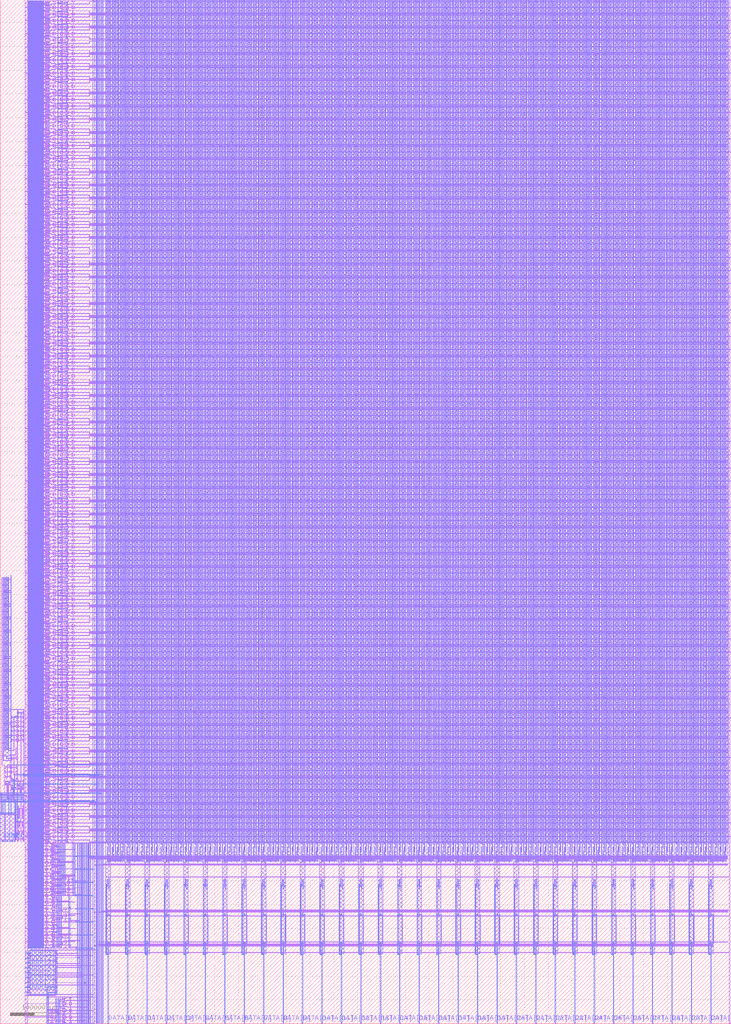
<source format=lef>
VERSION 5.4 ;
NAMESCASESENSITIVE ON ;
BUSBITCHARS "[]" ;
DIVIDERCHAR "/" ;
UNITS
  DATABASE MICRONS 1000 ;
END UNITS
SITE  MacroSite
   CLASS Core ;
   SIZE 1534200.0 by 2165400.0 ;
END  MacroSite
MACRO sram_1rw_32b_512w_1bank_scn3me_subm
   CLASS BLOCK ;
   SIZE 1534200.0 BY 2165400.0 ;
   SYMMETRY X Y R90 ;
   SITE MacroSite ;
   PIN DATA[0]
      DIRECTION INOUT ;
      PORT
         LAYER metal2 ;
         RECT  225900.0 600.0 226800.0 2400.0 ;
      END
   END DATA[0]
   PIN DATA[1]
      DIRECTION INOUT ;
      PORT
         LAYER metal2 ;
         RECT  266700.0 600.0 267600.0 2400.0 ;
      END
   END DATA[1]
   PIN DATA[2]
      DIRECTION INOUT ;
      PORT
         LAYER metal2 ;
         RECT  307500.0 600.0 308400.0 2400.0 ;
      END
   END DATA[2]
   PIN DATA[3]
      DIRECTION INOUT ;
      PORT
         LAYER metal2 ;
         RECT  348300.0 600.0 349200.0 2400.0 ;
      END
   END DATA[3]
   PIN DATA[4]
      DIRECTION INOUT ;
      PORT
         LAYER metal2 ;
         RECT  389100.0 600.0 390000.0 2400.0 ;
      END
   END DATA[4]
   PIN DATA[5]
      DIRECTION INOUT ;
      PORT
         LAYER metal2 ;
         RECT  429900.0 600.0 430800.0 2400.0 ;
      END
   END DATA[5]
   PIN DATA[6]
      DIRECTION INOUT ;
      PORT
         LAYER metal2 ;
         RECT  470700.0 600.0 471600.0 2400.0 ;
      END
   END DATA[6]
   PIN DATA[7]
      DIRECTION INOUT ;
      PORT
         LAYER metal2 ;
         RECT  511500.0 600.0 512400.0 2400.0 ;
      END
   END DATA[7]
   PIN DATA[8]
      DIRECTION INOUT ;
      PORT
         LAYER metal2 ;
         RECT  552300.0 600.0 553200.0 2400.0 ;
      END
   END DATA[8]
   PIN DATA[9]
      DIRECTION INOUT ;
      PORT
         LAYER metal2 ;
         RECT  593100.0 600.0 594000.0 2400.0 ;
      END
   END DATA[9]
   PIN DATA[10]
      DIRECTION INOUT ;
      PORT
         LAYER metal2 ;
         RECT  633900.0 600.0 634800.0 2400.0 ;
      END
   END DATA[10]
   PIN DATA[11]
      DIRECTION INOUT ;
      PORT
         LAYER metal2 ;
         RECT  674700.0 600.0 675600.0 2400.0 ;
      END
   END DATA[11]
   PIN DATA[12]
      DIRECTION INOUT ;
      PORT
         LAYER metal2 ;
         RECT  715500.0 600.0 716400.0 2400.0 ;
      END
   END DATA[12]
   PIN DATA[13]
      DIRECTION INOUT ;
      PORT
         LAYER metal2 ;
         RECT  756300.0 600.0 757200.0 2400.0 ;
      END
   END DATA[13]
   PIN DATA[14]
      DIRECTION INOUT ;
      PORT
         LAYER metal2 ;
         RECT  797100.0 600.0 798000.0 2400.0 ;
      END
   END DATA[14]
   PIN DATA[15]
      DIRECTION INOUT ;
      PORT
         LAYER metal2 ;
         RECT  837900.0 600.0 838800.0 2400.0 ;
      END
   END DATA[15]
   PIN DATA[16]
      DIRECTION INOUT ;
      PORT
         LAYER metal2 ;
         RECT  878700.0 600.0 879600.0 2400.0 ;
      END
   END DATA[16]
   PIN DATA[17]
      DIRECTION INOUT ;
      PORT
         LAYER metal2 ;
         RECT  919500.0 600.0 920400.0 2400.0 ;
      END
   END DATA[17]
   PIN DATA[18]
      DIRECTION INOUT ;
      PORT
         LAYER metal2 ;
         RECT  960300.0 600.0 961200.0 2400.0 ;
      END
   END DATA[18]
   PIN DATA[19]
      DIRECTION INOUT ;
      PORT
         LAYER metal2 ;
         RECT  1001100.0 600.0 1002000.0 2400.0 ;
      END
   END DATA[19]
   PIN DATA[20]
      DIRECTION INOUT ;
      PORT
         LAYER metal2 ;
         RECT  1041900.0 600.0 1042800.0 2400.0 ;
      END
   END DATA[20]
   PIN DATA[21]
      DIRECTION INOUT ;
      PORT
         LAYER metal2 ;
         RECT  1082700.0 600.0 1083600.0 2400.0 ;
      END
   END DATA[21]
   PIN DATA[22]
      DIRECTION INOUT ;
      PORT
         LAYER metal2 ;
         RECT  1123500.0 600.0 1124400.0 2400.0 ;
      END
   END DATA[22]
   PIN DATA[23]
      DIRECTION INOUT ;
      PORT
         LAYER metal2 ;
         RECT  1164300.0 600.0 1165200.0 2400.0 ;
      END
   END DATA[23]
   PIN DATA[24]
      DIRECTION INOUT ;
      PORT
         LAYER metal2 ;
         RECT  1205100.0 600.0 1206000.0 2400.0 ;
      END
   END DATA[24]
   PIN DATA[25]
      DIRECTION INOUT ;
      PORT
         LAYER metal2 ;
         RECT  1245900.0 600.0 1246800.0 2400.0 ;
      END
   END DATA[25]
   PIN DATA[26]
      DIRECTION INOUT ;
      PORT
         LAYER metal2 ;
         RECT  1286700.0 600.0 1287600.0 2400.0 ;
      END
   END DATA[26]
   PIN DATA[27]
      DIRECTION INOUT ;
      PORT
         LAYER metal2 ;
         RECT  1327500.0 600.0 1328400.0 2400.0 ;
      END
   END DATA[27]
   PIN DATA[28]
      DIRECTION INOUT ;
      PORT
         LAYER metal2 ;
         RECT  1368300.0 600.0 1369200.0 2400.0 ;
      END
   END DATA[28]
   PIN DATA[29]
      DIRECTION INOUT ;
      PORT
         LAYER metal2 ;
         RECT  1409100.0 600.0 1410000.0 2400.0 ;
      END
   END DATA[29]
   PIN DATA[30]
      DIRECTION INOUT ;
      PORT
         LAYER metal2 ;
         RECT  1449900.0 600.0 1450800.0 2400.0 ;
      END
   END DATA[30]
   PIN DATA[31]
      DIRECTION INOUT ;
      PORT
         LAYER metal2 ;
         RECT  1490700.0 600.0 1491600.0 2400.0 ;
      END
   END DATA[31]
   PIN ADDR[0]
      DIRECTION INPUT ;
      PORT
         LAYER metal3 ;
         RECT  52800.0 147000.0 60000.0 148500.0 ;
      END
   END ADDR[0]
   PIN ADDR[1]
      DIRECTION INPUT ;
      PORT
         LAYER metal3 ;
         RECT  52800.0 136800.0 60000.0 138300.0 ;
      END
   END ADDR[1]
   PIN ADDR[2]
      DIRECTION INPUT ;
      PORT
         LAYER metal3 ;
         RECT  52800.0 126600.0 60000.0 128100.0 ;
      END
   END ADDR[2]
   PIN ADDR[3]
      DIRECTION INPUT ;
      PORT
         LAYER metal3 ;
         RECT  52800.0 116400.0 60000.0 117900.0 ;
      END
   END ADDR[3]
   PIN ADDR[4]
      DIRECTION INPUT ;
      PORT
         LAYER metal3 ;
         RECT  52800.0 106200.0 60000.0 107700.0 ;
      END
   END ADDR[4]
   PIN ADDR[5]
      DIRECTION INPUT ;
      PORT
         LAYER metal3 ;
         RECT  52800.0 96000.0 60000.0 97500.0 ;
      END
   END ADDR[5]
   PIN ADDR[6]
      DIRECTION INPUT ;
      PORT
         LAYER metal3 ;
         RECT  52800.0 85800.0 60000.0 87300.0 ;
      END
   END ADDR[6]
   PIN ADDR[7]
      DIRECTION INPUT ;
      PORT
         LAYER metal3 ;
         RECT  52800.0 75600.0 60000.0 77100.0 ;
      END
   END ADDR[7]
   PIN ADDR[8]
      DIRECTION INPUT ;
      PORT
         LAYER metal3 ;
         RECT  52800.0 65400.0 60000.0 66900.0 ;
      END
   END ADDR[8]
   PIN CSb
      DIRECTION INPUT ;
      PORT
         LAYER metal3 ;
         RECT  14400.0 383100.0 16200.0 384900.0 ;
      END
   END CSb
   PIN WEb
      DIRECTION INPUT ;
      PORT
         LAYER metal3 ;
         RECT  24600.0 383100.0 26400.0 384900.0 ;
      END
   END WEb
   PIN OEb
      DIRECTION INPUT ;
      PORT
         LAYER metal3 ;
         RECT  4200.0 383100.0 6000.0 384900.0 ;
      END
   END OEb
   PIN clk
      DIRECTION INPUT ;
      PORT
         LAYER metal1 ;
         RECT  42600.0 382200.0 43800.0 385800.0 ;
      END
   END clk
   PIN vdd
      DIRECTION INOUT ;
      USE POWER ; 
      SHAPE ABUTMENT ; 
      PORT
         LAYER metal1 ;
         RECT  1529700.0 600.0 1534200.0 2166000.0 ;
         LAYER metal1 ;
         RECT  52800.0 600.0 57300.0 2166000.0 ;
      END
   END vdd
   PIN gnd
      DIRECTION INOUT ;
      USE GROUND ; 
      SHAPE ABUTMENT ; 
      PORT
         LAYER metal2 ;
         RECT  193950.0 600.0 198450.0 2166000.0 ;
      END
   END gnd
   OBS
   LAYER  metal1 ;
      RECT  54600.0 475650.0 55500.0 478350.0 ;
      RECT  115500.0 385350.0 116400.0 386250.0 ;
      RECT  115500.0 382950.0 116400.0 383850.0 ;
      RECT  114150.0 385350.0 115950.0 386250.0 ;
      RECT  115500.0 383400.0 116400.0 385800.0 ;
      RECT  115950.0 382950.0 117900.0 383850.0 ;
      RECT  186900.0 385350.0 187800.0 386250.0 ;
      RECT  186900.0 380850.0 187800.0 381750.0 ;
      RECT  154050.0 385350.0 187350.0 386250.0 ;
      RECT  186900.0 381300.0 187800.0 385800.0 ;
      RECT  187350.0 380850.0 220800.0 381750.0 ;
      RECT  115500.0 399750.0 116400.0 400650.0 ;
      RECT  115500.0 402150.0 116400.0 403050.0 ;
      RECT  114150.0 399750.0 115950.0 400650.0 ;
      RECT  115500.0 400200.0 116400.0 402600.0 ;
      RECT  115950.0 402150.0 117900.0 403050.0 ;
      RECT  186900.0 399750.0 187800.0 400650.0 ;
      RECT  186900.0 404250.0 187800.0 405150.0 ;
      RECT  154050.0 399750.0 187350.0 400650.0 ;
      RECT  186900.0 400200.0 187800.0 404700.0 ;
      RECT  187350.0 404250.0 220800.0 405150.0 ;
      RECT  115500.0 412950.0 116400.0 413850.0 ;
      RECT  115500.0 410550.0 116400.0 411450.0 ;
      RECT  114150.0 412950.0 115950.0 413850.0 ;
      RECT  115500.0 411000.0 116400.0 413400.0 ;
      RECT  115950.0 410550.0 117900.0 411450.0 ;
      RECT  186900.0 412950.0 187800.0 413850.0 ;
      RECT  186900.0 408450.0 187800.0 409350.0 ;
      RECT  154050.0 412950.0 187350.0 413850.0 ;
      RECT  186900.0 408900.0 187800.0 413400.0 ;
      RECT  187350.0 408450.0 220800.0 409350.0 ;
      RECT  115500.0 427350.0 116400.0 428250.0 ;
      RECT  115500.0 429750.0 116400.0 430650.0 ;
      RECT  114150.0 427350.0 115950.0 428250.0 ;
      RECT  115500.0 427800.0 116400.0 430200.0 ;
      RECT  115950.0 429750.0 117900.0 430650.0 ;
      RECT  186900.0 427350.0 187800.0 428250.0 ;
      RECT  186900.0 431850.0 187800.0 432750.0 ;
      RECT  154050.0 427350.0 187350.0 428250.0 ;
      RECT  186900.0 427800.0 187800.0 432300.0 ;
      RECT  187350.0 431850.0 220800.0 432750.0 ;
      RECT  115500.0 440550.0 116400.0 441450.0 ;
      RECT  115500.0 438150.0 116400.0 439050.0 ;
      RECT  114150.0 440550.0 115950.0 441450.0 ;
      RECT  115500.0 438600.0 116400.0 441000.0 ;
      RECT  115950.0 438150.0 117900.0 439050.0 ;
      RECT  186900.0 440550.0 187800.0 441450.0 ;
      RECT  186900.0 436050.0 187800.0 436950.0 ;
      RECT  154050.0 440550.0 187350.0 441450.0 ;
      RECT  186900.0 436500.0 187800.0 441000.0 ;
      RECT  187350.0 436050.0 220800.0 436950.0 ;
      RECT  115500.0 454950.0 116400.0 455850.0 ;
      RECT  115500.0 457350.0 116400.0 458250.0 ;
      RECT  114150.0 454950.0 115950.0 455850.0 ;
      RECT  115500.0 455400.0 116400.0 457800.0 ;
      RECT  115950.0 457350.0 117900.0 458250.0 ;
      RECT  186900.0 454950.0 187800.0 455850.0 ;
      RECT  186900.0 459450.0 187800.0 460350.0 ;
      RECT  154050.0 454950.0 187350.0 455850.0 ;
      RECT  186900.0 455400.0 187800.0 459900.0 ;
      RECT  187350.0 459450.0 220800.0 460350.0 ;
      RECT  115500.0 468150.0 116400.0 469050.0 ;
      RECT  115500.0 465750.0 116400.0 466650.0 ;
      RECT  114150.0 468150.0 115950.0 469050.0 ;
      RECT  115500.0 466200.0 116400.0 468600.0 ;
      RECT  115950.0 465750.0 117900.0 466650.0 ;
      RECT  186900.0 468150.0 187800.0 469050.0 ;
      RECT  186900.0 463650.0 187800.0 464550.0 ;
      RECT  154050.0 468150.0 187350.0 469050.0 ;
      RECT  186900.0 464100.0 187800.0 468600.0 ;
      RECT  187350.0 463650.0 220800.0 464550.0 ;
      RECT  115500.0 482550.0 116400.0 483450.0 ;
      RECT  115500.0 484950.0 116400.0 485850.0 ;
      RECT  114150.0 482550.0 115950.0 483450.0 ;
      RECT  115500.0 483000.0 116400.0 485400.0 ;
      RECT  115950.0 484950.0 117900.0 485850.0 ;
      RECT  186900.0 482550.0 187800.0 483450.0 ;
      RECT  186900.0 487050.0 187800.0 487950.0 ;
      RECT  154050.0 482550.0 187350.0 483450.0 ;
      RECT  186900.0 483000.0 187800.0 487500.0 ;
      RECT  187350.0 487050.0 220800.0 487950.0 ;
      RECT  115500.0 495750.0 116400.0 496650.0 ;
      RECT  115500.0 493350.0 116400.0 494250.0 ;
      RECT  114150.0 495750.0 115950.0 496650.0 ;
      RECT  115500.0 493800.0 116400.0 496200.0 ;
      RECT  115950.0 493350.0 117900.0 494250.0 ;
      RECT  186900.0 495750.0 187800.0 496650.0 ;
      RECT  186900.0 491250.0 187800.0 492150.0 ;
      RECT  154050.0 495750.0 187350.0 496650.0 ;
      RECT  186900.0 491700.0 187800.0 496200.0 ;
      RECT  187350.0 491250.0 220800.0 492150.0 ;
      RECT  115500.0 510150.0 116400.0 511050.0 ;
      RECT  115500.0 512550.0 116400.0 513450.0 ;
      RECT  114150.0 510150.0 115950.0 511050.0 ;
      RECT  115500.0 510600.0 116400.0 513000.0 ;
      RECT  115950.0 512550.0 117900.0 513450.0 ;
      RECT  186900.0 510150.0 187800.0 511050.0 ;
      RECT  186900.0 514650.0 187800.0 515550.0 ;
      RECT  154050.0 510150.0 187350.0 511050.0 ;
      RECT  186900.0 510600.0 187800.0 515100.0 ;
      RECT  187350.0 514650.0 220800.0 515550.0 ;
      RECT  115500.0 523350.0 116400.0 524250.0 ;
      RECT  115500.0 520950.0 116400.0 521850.0 ;
      RECT  114150.0 523350.0 115950.0 524250.0 ;
      RECT  115500.0 521400.0 116400.0 523800.0 ;
      RECT  115950.0 520950.0 117900.0 521850.0 ;
      RECT  186900.0 523350.0 187800.0 524250.0 ;
      RECT  186900.0 518850.0 187800.0 519750.0 ;
      RECT  154050.0 523350.0 187350.0 524250.0 ;
      RECT  186900.0 519300.0 187800.0 523800.0 ;
      RECT  187350.0 518850.0 220800.0 519750.0 ;
      RECT  115500.0 537750.0 116400.0 538650.0 ;
      RECT  115500.0 540150.0 116400.0 541050.0 ;
      RECT  114150.0 537750.0 115950.0 538650.0 ;
      RECT  115500.0 538200.0 116400.0 540600.0 ;
      RECT  115950.0 540150.0 117900.0 541050.0 ;
      RECT  186900.0 537750.0 187800.0 538650.0 ;
      RECT  186900.0 542250.0 187800.0 543150.0 ;
      RECT  154050.0 537750.0 187350.0 538650.0 ;
      RECT  186900.0 538200.0 187800.0 542700.0 ;
      RECT  187350.0 542250.0 220800.0 543150.0 ;
      RECT  115500.0 550950.0 116400.0 551850.0 ;
      RECT  115500.0 548550.0 116400.0 549450.0 ;
      RECT  114150.0 550950.0 115950.0 551850.0 ;
      RECT  115500.0 549000.0 116400.0 551400.0 ;
      RECT  115950.0 548550.0 117900.0 549450.0 ;
      RECT  186900.0 550950.0 187800.0 551850.0 ;
      RECT  186900.0 546450.0 187800.0 547350.0 ;
      RECT  154050.0 550950.0 187350.0 551850.0 ;
      RECT  186900.0 546900.0 187800.0 551400.0 ;
      RECT  187350.0 546450.0 220800.0 547350.0 ;
      RECT  115500.0 565350.0 116400.0 566250.0 ;
      RECT  115500.0 567750.0 116400.0 568650.0 ;
      RECT  114150.0 565350.0 115950.0 566250.0 ;
      RECT  115500.0 565800.0 116400.0 568200.0 ;
      RECT  115950.0 567750.0 117900.0 568650.0 ;
      RECT  186900.0 565350.0 187800.0 566250.0 ;
      RECT  186900.0 569850.0 187800.0 570750.0 ;
      RECT  154050.0 565350.0 187350.0 566250.0 ;
      RECT  186900.0 565800.0 187800.0 570300.0 ;
      RECT  187350.0 569850.0 220800.0 570750.0 ;
      RECT  115500.0 578550.0 116400.0 579450.0 ;
      RECT  115500.0 576150.0 116400.0 577050.0 ;
      RECT  114150.0 578550.0 115950.0 579450.0 ;
      RECT  115500.0 576600.0 116400.0 579000.0 ;
      RECT  115950.0 576150.0 117900.0 577050.0 ;
      RECT  186900.0 578550.0 187800.0 579450.0 ;
      RECT  186900.0 574050.0 187800.0 574950.0 ;
      RECT  154050.0 578550.0 187350.0 579450.0 ;
      RECT  186900.0 574500.0 187800.0 579000.0 ;
      RECT  187350.0 574050.0 220800.0 574950.0 ;
      RECT  115500.0 592950.0 116400.0 593850.0 ;
      RECT  115500.0 595350.0 116400.0 596250.0 ;
      RECT  114150.0 592950.0 115950.0 593850.0 ;
      RECT  115500.0 593400.0 116400.0 595800.0 ;
      RECT  115950.0 595350.0 117900.0 596250.0 ;
      RECT  186900.0 592950.0 187800.0 593850.0 ;
      RECT  186900.0 597450.0 187800.0 598350.0 ;
      RECT  154050.0 592950.0 187350.0 593850.0 ;
      RECT  186900.0 593400.0 187800.0 597900.0 ;
      RECT  187350.0 597450.0 220800.0 598350.0 ;
      RECT  115500.0 606150.0 116400.0 607050.0 ;
      RECT  115500.0 603750.0 116400.0 604650.0 ;
      RECT  114150.0 606150.0 115950.0 607050.0 ;
      RECT  115500.0 604200.0 116400.0 606600.0 ;
      RECT  115950.0 603750.0 117900.0 604650.0 ;
      RECT  186900.0 606150.0 187800.0 607050.0 ;
      RECT  186900.0 601650.0 187800.0 602550.0 ;
      RECT  154050.0 606150.0 187350.0 607050.0 ;
      RECT  186900.0 602100.0 187800.0 606600.0 ;
      RECT  187350.0 601650.0 220800.0 602550.0 ;
      RECT  115500.0 620550.0 116400.0 621450.0 ;
      RECT  115500.0 622950.0 116400.0 623850.0 ;
      RECT  114150.0 620550.0 115950.0 621450.0 ;
      RECT  115500.0 621000.0 116400.0 623400.0 ;
      RECT  115950.0 622950.0 117900.0 623850.0 ;
      RECT  186900.0 620550.0 187800.0 621450.0 ;
      RECT  186900.0 625050.0 187800.0 625950.0 ;
      RECT  154050.0 620550.0 187350.0 621450.0 ;
      RECT  186900.0 621000.0 187800.0 625500.0 ;
      RECT  187350.0 625050.0 220800.0 625950.0 ;
      RECT  115500.0 633750.0 116400.0 634650.0 ;
      RECT  115500.0 631350.0 116400.0 632250.0 ;
      RECT  114150.0 633750.0 115950.0 634650.0 ;
      RECT  115500.0 631800.0 116400.0 634200.0 ;
      RECT  115950.0 631350.0 117900.0 632250.0 ;
      RECT  186900.0 633750.0 187800.0 634650.0 ;
      RECT  186900.0 629250.0 187800.0 630150.0 ;
      RECT  154050.0 633750.0 187350.0 634650.0 ;
      RECT  186900.0 629700.0 187800.0 634200.0 ;
      RECT  187350.0 629250.0 220800.0 630150.0 ;
      RECT  115500.0 648150.0 116400.0 649050.0 ;
      RECT  115500.0 650550.0 116400.0 651450.0 ;
      RECT  114150.0 648150.0 115950.0 649050.0 ;
      RECT  115500.0 648600.0 116400.0 651000.0 ;
      RECT  115950.0 650550.0 117900.0 651450.0 ;
      RECT  186900.0 648150.0 187800.0 649050.0 ;
      RECT  186900.0 652650.0 187800.0 653550.0 ;
      RECT  154050.0 648150.0 187350.0 649050.0 ;
      RECT  186900.0 648600.0 187800.0 653100.0 ;
      RECT  187350.0 652650.0 220800.0 653550.0 ;
      RECT  115500.0 661350.0 116400.0 662250.0 ;
      RECT  115500.0 658950.0 116400.0 659850.0 ;
      RECT  114150.0 661350.0 115950.0 662250.0 ;
      RECT  115500.0 659400.0 116400.0 661800.0 ;
      RECT  115950.0 658950.0 117900.0 659850.0 ;
      RECT  186900.0 661350.0 187800.0 662250.0 ;
      RECT  186900.0 656850.0 187800.0 657750.0 ;
      RECT  154050.0 661350.0 187350.0 662250.0 ;
      RECT  186900.0 657300.0 187800.0 661800.0 ;
      RECT  187350.0 656850.0 220800.0 657750.0 ;
      RECT  115500.0 675750.0 116400.0 676650.0 ;
      RECT  115500.0 678150.0 116400.0 679050.0 ;
      RECT  114150.0 675750.0 115950.0 676650.0 ;
      RECT  115500.0 676200.0 116400.0 678600.0 ;
      RECT  115950.0 678150.0 117900.0 679050.0 ;
      RECT  186900.0 675750.0 187800.0 676650.0 ;
      RECT  186900.0 680250.0 187800.0 681150.0 ;
      RECT  154050.0 675750.0 187350.0 676650.0 ;
      RECT  186900.0 676200.0 187800.0 680700.0 ;
      RECT  187350.0 680250.0 220800.0 681150.0 ;
      RECT  115500.0 688950.0 116400.0 689850.0 ;
      RECT  115500.0 686550.0 116400.0 687450.0 ;
      RECT  114150.0 688950.0 115950.0 689850.0 ;
      RECT  115500.0 687000.0 116400.0 689400.0 ;
      RECT  115950.0 686550.0 117900.0 687450.0 ;
      RECT  186900.0 688950.0 187800.0 689850.0 ;
      RECT  186900.0 684450.0 187800.0 685350.0 ;
      RECT  154050.0 688950.0 187350.0 689850.0 ;
      RECT  186900.0 684900.0 187800.0 689400.0 ;
      RECT  187350.0 684450.0 220800.0 685350.0 ;
      RECT  115500.0 703350.0 116400.0 704250.0 ;
      RECT  115500.0 705750.0 116400.0 706650.0 ;
      RECT  114150.0 703350.0 115950.0 704250.0 ;
      RECT  115500.0 703800.0 116400.0 706200.0 ;
      RECT  115950.0 705750.0 117900.0 706650.0 ;
      RECT  186900.0 703350.0 187800.0 704250.0 ;
      RECT  186900.0 707850.0 187800.0 708750.0 ;
      RECT  154050.0 703350.0 187350.0 704250.0 ;
      RECT  186900.0 703800.0 187800.0 708300.0 ;
      RECT  187350.0 707850.0 220800.0 708750.0 ;
      RECT  115500.0 716550.0 116400.0 717450.0 ;
      RECT  115500.0 714150.0 116400.0 715050.0 ;
      RECT  114150.0 716550.0 115950.0 717450.0 ;
      RECT  115500.0 714600.0 116400.0 717000.0 ;
      RECT  115950.0 714150.0 117900.0 715050.0 ;
      RECT  186900.0 716550.0 187800.0 717450.0 ;
      RECT  186900.0 712050.0 187800.0 712950.0 ;
      RECT  154050.0 716550.0 187350.0 717450.0 ;
      RECT  186900.0 712500.0 187800.0 717000.0 ;
      RECT  187350.0 712050.0 220800.0 712950.0 ;
      RECT  115500.0 730950.0 116400.0 731850.0 ;
      RECT  115500.0 733350.0 116400.0 734250.0 ;
      RECT  114150.0 730950.0 115950.0 731850.0 ;
      RECT  115500.0 731400.0 116400.0 733800.0 ;
      RECT  115950.0 733350.0 117900.0 734250.0 ;
      RECT  186900.0 730950.0 187800.0 731850.0 ;
      RECT  186900.0 735450.0 187800.0 736350.0 ;
      RECT  154050.0 730950.0 187350.0 731850.0 ;
      RECT  186900.0 731400.0 187800.0 735900.0 ;
      RECT  187350.0 735450.0 220800.0 736350.0 ;
      RECT  115500.0 744150.0 116400.0 745050.0 ;
      RECT  115500.0 741750.0 116400.0 742650.0 ;
      RECT  114150.0 744150.0 115950.0 745050.0 ;
      RECT  115500.0 742200.0 116400.0 744600.0 ;
      RECT  115950.0 741750.0 117900.0 742650.0 ;
      RECT  186900.0 744150.0 187800.0 745050.0 ;
      RECT  186900.0 739650.0 187800.0 740550.0 ;
      RECT  154050.0 744150.0 187350.0 745050.0 ;
      RECT  186900.0 740100.0 187800.0 744600.0 ;
      RECT  187350.0 739650.0 220800.0 740550.0 ;
      RECT  115500.0 758550.0 116400.0 759450.0 ;
      RECT  115500.0 760950.0 116400.0 761850.0 ;
      RECT  114150.0 758550.0 115950.0 759450.0 ;
      RECT  115500.0 759000.0 116400.0 761400.0 ;
      RECT  115950.0 760950.0 117900.0 761850.0 ;
      RECT  186900.0 758550.0 187800.0 759450.0 ;
      RECT  186900.0 763050.0 187800.0 763950.0 ;
      RECT  154050.0 758550.0 187350.0 759450.0 ;
      RECT  186900.0 759000.0 187800.0 763500.0 ;
      RECT  187350.0 763050.0 220800.0 763950.0 ;
      RECT  115500.0 771750.0 116400.0 772650.0 ;
      RECT  115500.0 769350.0 116400.0 770250.0 ;
      RECT  114150.0 771750.0 115950.0 772650.0 ;
      RECT  115500.0 769800.0 116400.0 772200.0 ;
      RECT  115950.0 769350.0 117900.0 770250.0 ;
      RECT  186900.0 771750.0 187800.0 772650.0 ;
      RECT  186900.0 767250.0 187800.0 768150.0 ;
      RECT  154050.0 771750.0 187350.0 772650.0 ;
      RECT  186900.0 767700.0 187800.0 772200.0 ;
      RECT  187350.0 767250.0 220800.0 768150.0 ;
      RECT  115500.0 786150.0 116400.0 787050.0 ;
      RECT  115500.0 788550.0 116400.0 789450.0 ;
      RECT  114150.0 786150.0 115950.0 787050.0 ;
      RECT  115500.0 786600.0 116400.0 789000.0 ;
      RECT  115950.0 788550.0 117900.0 789450.0 ;
      RECT  186900.0 786150.0 187800.0 787050.0 ;
      RECT  186900.0 790650.0 187800.0 791550.0 ;
      RECT  154050.0 786150.0 187350.0 787050.0 ;
      RECT  186900.0 786600.0 187800.0 791100.0 ;
      RECT  187350.0 790650.0 220800.0 791550.0 ;
      RECT  115500.0 799350.0 116400.0 800250.0 ;
      RECT  115500.0 796950.0 116400.0 797850.0 ;
      RECT  114150.0 799350.0 115950.0 800250.0 ;
      RECT  115500.0 797400.0 116400.0 799800.0 ;
      RECT  115950.0 796950.0 117900.0 797850.0 ;
      RECT  186900.0 799350.0 187800.0 800250.0 ;
      RECT  186900.0 794850.0 187800.0 795750.0 ;
      RECT  154050.0 799350.0 187350.0 800250.0 ;
      RECT  186900.0 795300.0 187800.0 799800.0 ;
      RECT  187350.0 794850.0 220800.0 795750.0 ;
      RECT  115500.0 813750.0 116400.0 814650.0 ;
      RECT  115500.0 816150.0 116400.0 817050.0 ;
      RECT  114150.0 813750.0 115950.0 814650.0 ;
      RECT  115500.0 814200.0 116400.0 816600.0 ;
      RECT  115950.0 816150.0 117900.0 817050.0 ;
      RECT  186900.0 813750.0 187800.0 814650.0 ;
      RECT  186900.0 818250.0 187800.0 819150.0 ;
      RECT  154050.0 813750.0 187350.0 814650.0 ;
      RECT  186900.0 814200.0 187800.0 818700.0 ;
      RECT  187350.0 818250.0 220800.0 819150.0 ;
      RECT  115500.0 826950.0 116400.0 827850.0 ;
      RECT  115500.0 824550.0 116400.0 825450.0 ;
      RECT  114150.0 826950.0 115950.0 827850.0 ;
      RECT  115500.0 825000.0 116400.0 827400.0 ;
      RECT  115950.0 824550.0 117900.0 825450.0 ;
      RECT  186900.0 826950.0 187800.0 827850.0 ;
      RECT  186900.0 822450.0 187800.0 823350.0 ;
      RECT  154050.0 826950.0 187350.0 827850.0 ;
      RECT  186900.0 822900.0 187800.0 827400.0 ;
      RECT  187350.0 822450.0 220800.0 823350.0 ;
      RECT  115500.0 841350.0 116400.0 842250.0 ;
      RECT  115500.0 843750.0 116400.0 844650.0 ;
      RECT  114150.0 841350.0 115950.0 842250.0 ;
      RECT  115500.0 841800.0 116400.0 844200.0 ;
      RECT  115950.0 843750.0 117900.0 844650.0 ;
      RECT  186900.0 841350.0 187800.0 842250.0 ;
      RECT  186900.0 845850.0 187800.0 846750.0 ;
      RECT  154050.0 841350.0 187350.0 842250.0 ;
      RECT  186900.0 841800.0 187800.0 846300.0 ;
      RECT  187350.0 845850.0 220800.0 846750.0 ;
      RECT  115500.0 854550.0 116400.0 855450.0 ;
      RECT  115500.0 852150.0 116400.0 853050.0 ;
      RECT  114150.0 854550.0 115950.0 855450.0 ;
      RECT  115500.0 852600.0 116400.0 855000.0 ;
      RECT  115950.0 852150.0 117900.0 853050.0 ;
      RECT  186900.0 854550.0 187800.0 855450.0 ;
      RECT  186900.0 850050.0 187800.0 850950.0 ;
      RECT  154050.0 854550.0 187350.0 855450.0 ;
      RECT  186900.0 850500.0 187800.0 855000.0 ;
      RECT  187350.0 850050.0 220800.0 850950.0 ;
      RECT  115500.0 868950.0 116400.0 869850.0 ;
      RECT  115500.0 871350.0 116400.0 872250.0 ;
      RECT  114150.0 868950.0 115950.0 869850.0 ;
      RECT  115500.0 869400.0 116400.0 871800.0 ;
      RECT  115950.0 871350.0 117900.0 872250.0 ;
      RECT  186900.0 868950.0 187800.0 869850.0 ;
      RECT  186900.0 873450.0 187800.0 874350.0 ;
      RECT  154050.0 868950.0 187350.0 869850.0 ;
      RECT  186900.0 869400.0 187800.0 873900.0 ;
      RECT  187350.0 873450.0 220800.0 874350.0 ;
      RECT  115500.0 882150.0 116400.0 883050.0 ;
      RECT  115500.0 879750.0 116400.0 880650.0 ;
      RECT  114150.0 882150.0 115950.0 883050.0 ;
      RECT  115500.0 880200.0 116400.0 882600.0 ;
      RECT  115950.0 879750.0 117900.0 880650.0 ;
      RECT  186900.0 882150.0 187800.0 883050.0 ;
      RECT  186900.0 877650.0 187800.0 878550.0 ;
      RECT  154050.0 882150.0 187350.0 883050.0 ;
      RECT  186900.0 878100.0 187800.0 882600.0 ;
      RECT  187350.0 877650.0 220800.0 878550.0 ;
      RECT  115500.0 896550.0 116400.0 897450.0 ;
      RECT  115500.0 898950.0 116400.0 899850.0 ;
      RECT  114150.0 896550.0 115950.0 897450.0 ;
      RECT  115500.0 897000.0 116400.0 899400.0 ;
      RECT  115950.0 898950.0 117900.0 899850.0 ;
      RECT  186900.0 896550.0 187800.0 897450.0 ;
      RECT  186900.0 901050.0 187800.0 901950.0 ;
      RECT  154050.0 896550.0 187350.0 897450.0 ;
      RECT  186900.0 897000.0 187800.0 901500.0 ;
      RECT  187350.0 901050.0 220800.0 901950.0 ;
      RECT  115500.0 909750.0 116400.0 910650.0 ;
      RECT  115500.0 907350.0 116400.0 908250.0 ;
      RECT  114150.0 909750.0 115950.0 910650.0 ;
      RECT  115500.0 907800.0 116400.0 910200.0 ;
      RECT  115950.0 907350.0 117900.0 908250.0 ;
      RECT  186900.0 909750.0 187800.0 910650.0 ;
      RECT  186900.0 905250.0 187800.0 906150.0 ;
      RECT  154050.0 909750.0 187350.0 910650.0 ;
      RECT  186900.0 905700.0 187800.0 910200.0 ;
      RECT  187350.0 905250.0 220800.0 906150.0 ;
      RECT  115500.0 924150.0 116400.0 925050.0 ;
      RECT  115500.0 926550.0 116400.0 927450.0 ;
      RECT  114150.0 924150.0 115950.0 925050.0 ;
      RECT  115500.0 924600.0 116400.0 927000.0 ;
      RECT  115950.0 926550.0 117900.0 927450.0 ;
      RECT  186900.0 924150.0 187800.0 925050.0 ;
      RECT  186900.0 928650.0 187800.0 929550.0 ;
      RECT  154050.0 924150.0 187350.0 925050.0 ;
      RECT  186900.0 924600.0 187800.0 929100.0 ;
      RECT  187350.0 928650.0 220800.0 929550.0 ;
      RECT  115500.0 937350.0 116400.0 938250.0 ;
      RECT  115500.0 934950.0 116400.0 935850.0 ;
      RECT  114150.0 937350.0 115950.0 938250.0 ;
      RECT  115500.0 935400.0 116400.0 937800.0 ;
      RECT  115950.0 934950.0 117900.0 935850.0 ;
      RECT  186900.0 937350.0 187800.0 938250.0 ;
      RECT  186900.0 932850.0 187800.0 933750.0 ;
      RECT  154050.0 937350.0 187350.0 938250.0 ;
      RECT  186900.0 933300.0 187800.0 937800.0 ;
      RECT  187350.0 932850.0 220800.0 933750.0 ;
      RECT  115500.0 951750.0 116400.0 952650.0 ;
      RECT  115500.0 954150.0 116400.0 955050.0 ;
      RECT  114150.0 951750.0 115950.0 952650.0 ;
      RECT  115500.0 952200.0 116400.0 954600.0 ;
      RECT  115950.0 954150.0 117900.0 955050.0 ;
      RECT  186900.0 951750.0 187800.0 952650.0 ;
      RECT  186900.0 956250.0 187800.0 957150.0 ;
      RECT  154050.0 951750.0 187350.0 952650.0 ;
      RECT  186900.0 952200.0 187800.0 956700.0 ;
      RECT  187350.0 956250.0 220800.0 957150.0 ;
      RECT  115500.0 964950.0 116400.0 965850.0 ;
      RECT  115500.0 962550.0 116400.0 963450.0 ;
      RECT  114150.0 964950.0 115950.0 965850.0 ;
      RECT  115500.0 963000.0 116400.0 965400.0 ;
      RECT  115950.0 962550.0 117900.0 963450.0 ;
      RECT  186900.0 964950.0 187800.0 965850.0 ;
      RECT  186900.0 960450.0 187800.0 961350.0 ;
      RECT  154050.0 964950.0 187350.0 965850.0 ;
      RECT  186900.0 960900.0 187800.0 965400.0 ;
      RECT  187350.0 960450.0 220800.0 961350.0 ;
      RECT  115500.0 979350.0 116400.0 980250.0 ;
      RECT  115500.0 981750.0 116400.0 982650.0 ;
      RECT  114150.0 979350.0 115950.0 980250.0 ;
      RECT  115500.0 979800.0 116400.0 982200.0 ;
      RECT  115950.0 981750.0 117900.0 982650.0 ;
      RECT  186900.0 979350.0 187800.0 980250.0 ;
      RECT  186900.0 983850.0 187800.0 984750.0 ;
      RECT  154050.0 979350.0 187350.0 980250.0 ;
      RECT  186900.0 979800.0 187800.0 984300.0 ;
      RECT  187350.0 983850.0 220800.0 984750.0 ;
      RECT  115500.0 992550.0 116400.0 993450.0 ;
      RECT  115500.0 990150.0 116400.0 991050.0 ;
      RECT  114150.0 992550.0 115950.0 993450.0 ;
      RECT  115500.0 990600.0 116400.0 993000.0 ;
      RECT  115950.0 990150.0 117900.0 991050.0 ;
      RECT  186900.0 992550.0 187800.0 993450.0 ;
      RECT  186900.0 988050.0 187800.0 988950.0 ;
      RECT  154050.0 992550.0 187350.0 993450.0 ;
      RECT  186900.0 988500.0 187800.0 993000.0 ;
      RECT  187350.0 988050.0 220800.0 988950.0 ;
      RECT  115500.0 1006950.0 116400.0 1007850.0 ;
      RECT  115500.0 1009350.0 116400.0 1010250.0 ;
      RECT  114150.0 1006950.0 115950.0 1007850.0 ;
      RECT  115500.0 1007400.0 116400.0 1009800.0 ;
      RECT  115950.0 1009350.0 117900.0 1010250.0 ;
      RECT  186900.0 1006950.0 187800.0 1007850.0 ;
      RECT  186900.0 1011450.0 187800.0 1012350.0 ;
      RECT  154050.0 1006950.0 187350.0 1007850.0 ;
      RECT  186900.0 1007400.0 187800.0 1011900.0 ;
      RECT  187350.0 1011450.0 220800.0 1012350.0 ;
      RECT  115500.0 1020150.0 116400.0 1021050.0 ;
      RECT  115500.0 1017750.0 116400.0 1018650.0 ;
      RECT  114150.0 1020150.0 115950.0 1021050.0 ;
      RECT  115500.0 1018200.0 116400.0 1020600.0 ;
      RECT  115950.0 1017750.0 117900.0 1018650.0 ;
      RECT  186900.0 1020150.0 187800.0 1021050.0 ;
      RECT  186900.0 1015650.0 187800.0 1016550.0 ;
      RECT  154050.0 1020150.0 187350.0 1021050.0 ;
      RECT  186900.0 1016100.0 187800.0 1020600.0 ;
      RECT  187350.0 1015650.0 220800.0 1016550.0 ;
      RECT  115500.0 1034550.0 116400.0 1035450.0 ;
      RECT  115500.0 1036950.0 116400.0 1037850.0 ;
      RECT  114150.0 1034550.0 115950.0 1035450.0 ;
      RECT  115500.0 1035000.0 116400.0 1037400.0 ;
      RECT  115950.0 1036950.0 117900.0 1037850.0 ;
      RECT  186900.0 1034550.0 187800.0 1035450.0 ;
      RECT  186900.0 1039050.0 187800.0 1039950.0 ;
      RECT  154050.0 1034550.0 187350.0 1035450.0 ;
      RECT  186900.0 1035000.0 187800.0 1039500.0 ;
      RECT  187350.0 1039050.0 220800.0 1039950.0 ;
      RECT  115500.0 1047750.0 116400.0 1048650.0 ;
      RECT  115500.0 1045350.0 116400.0 1046250.0 ;
      RECT  114150.0 1047750.0 115950.0 1048650.0 ;
      RECT  115500.0 1045800.0 116400.0 1048200.0 ;
      RECT  115950.0 1045350.0 117900.0 1046250.0 ;
      RECT  186900.0 1047750.0 187800.0 1048650.0 ;
      RECT  186900.0 1043250.0 187800.0 1044150.0 ;
      RECT  154050.0 1047750.0 187350.0 1048650.0 ;
      RECT  186900.0 1043700.0 187800.0 1048200.0 ;
      RECT  187350.0 1043250.0 220800.0 1044150.0 ;
      RECT  115500.0 1062150.0 116400.0 1063050.0 ;
      RECT  115500.0 1064550.0 116400.0 1065450.0 ;
      RECT  114150.0 1062150.0 115950.0 1063050.0 ;
      RECT  115500.0 1062600.0 116400.0 1065000.0 ;
      RECT  115950.0 1064550.0 117900.0 1065450.0 ;
      RECT  186900.0 1062150.0 187800.0 1063050.0 ;
      RECT  186900.0 1066650.0 187800.0 1067550.0 ;
      RECT  154050.0 1062150.0 187350.0 1063050.0 ;
      RECT  186900.0 1062600.0 187800.0 1067100.0 ;
      RECT  187350.0 1066650.0 220800.0 1067550.0 ;
      RECT  115500.0 1075350.0 116400.0 1076250.0 ;
      RECT  115500.0 1072950.0 116400.0 1073850.0 ;
      RECT  114150.0 1075350.0 115950.0 1076250.0 ;
      RECT  115500.0 1073400.0 116400.0 1075800.0 ;
      RECT  115950.0 1072950.0 117900.0 1073850.0 ;
      RECT  186900.0 1075350.0 187800.0 1076250.0 ;
      RECT  186900.0 1070850.0 187800.0 1071750.0 ;
      RECT  154050.0 1075350.0 187350.0 1076250.0 ;
      RECT  186900.0 1071300.0 187800.0 1075800.0 ;
      RECT  187350.0 1070850.0 220800.0 1071750.0 ;
      RECT  115500.0 1089750.0 116400.0 1090650.0 ;
      RECT  115500.0 1092150.0 116400.0 1093050.0 ;
      RECT  114150.0 1089750.0 115950.0 1090650.0 ;
      RECT  115500.0 1090200.0 116400.0 1092600.0 ;
      RECT  115950.0 1092150.0 117900.0 1093050.0 ;
      RECT  186900.0 1089750.0 187800.0 1090650.0 ;
      RECT  186900.0 1094250.0 187800.0 1095150.0 ;
      RECT  154050.0 1089750.0 187350.0 1090650.0 ;
      RECT  186900.0 1090200.0 187800.0 1094700.0 ;
      RECT  187350.0 1094250.0 220800.0 1095150.0 ;
      RECT  115500.0 1102950.0 116400.0 1103850.0 ;
      RECT  115500.0 1100550.0 116400.0 1101450.0 ;
      RECT  114150.0 1102950.0 115950.0 1103850.0 ;
      RECT  115500.0 1101000.0 116400.0 1103400.0 ;
      RECT  115950.0 1100550.0 117900.0 1101450.0 ;
      RECT  186900.0 1102950.0 187800.0 1103850.0 ;
      RECT  186900.0 1098450.0 187800.0 1099350.0 ;
      RECT  154050.0 1102950.0 187350.0 1103850.0 ;
      RECT  186900.0 1098900.0 187800.0 1103400.0 ;
      RECT  187350.0 1098450.0 220800.0 1099350.0 ;
      RECT  115500.0 1117350.0 116400.0 1118250.0 ;
      RECT  115500.0 1119750.0 116400.0 1120650.0 ;
      RECT  114150.0 1117350.0 115950.0 1118250.0 ;
      RECT  115500.0 1117800.0 116400.0 1120200.0 ;
      RECT  115950.0 1119750.0 117900.0 1120650.0 ;
      RECT  186900.0 1117350.0 187800.0 1118250.0 ;
      RECT  186900.0 1121850.0 187800.0 1122750.0 ;
      RECT  154050.0 1117350.0 187350.0 1118250.0 ;
      RECT  186900.0 1117800.0 187800.0 1122300.0 ;
      RECT  187350.0 1121850.0 220800.0 1122750.0 ;
      RECT  115500.0 1130550.0 116400.0 1131450.0 ;
      RECT  115500.0 1128150.0 116400.0 1129050.0 ;
      RECT  114150.0 1130550.0 115950.0 1131450.0 ;
      RECT  115500.0 1128600.0 116400.0 1131000.0 ;
      RECT  115950.0 1128150.0 117900.0 1129050.0 ;
      RECT  186900.0 1130550.0 187800.0 1131450.0 ;
      RECT  186900.0 1126050.0 187800.0 1126950.0 ;
      RECT  154050.0 1130550.0 187350.0 1131450.0 ;
      RECT  186900.0 1126500.0 187800.0 1131000.0 ;
      RECT  187350.0 1126050.0 220800.0 1126950.0 ;
      RECT  115500.0 1144950.0 116400.0 1145850.0 ;
      RECT  115500.0 1147350.0 116400.0 1148250.0 ;
      RECT  114150.0 1144950.0 115950.0 1145850.0 ;
      RECT  115500.0 1145400.0 116400.0 1147800.0 ;
      RECT  115950.0 1147350.0 117900.0 1148250.0 ;
      RECT  186900.0 1144950.0 187800.0 1145850.0 ;
      RECT  186900.0 1149450.0 187800.0 1150350.0 ;
      RECT  154050.0 1144950.0 187350.0 1145850.0 ;
      RECT  186900.0 1145400.0 187800.0 1149900.0 ;
      RECT  187350.0 1149450.0 220800.0 1150350.0 ;
      RECT  115500.0 1158150.0 116400.0 1159050.0 ;
      RECT  115500.0 1155750.0 116400.0 1156650.0 ;
      RECT  114150.0 1158150.0 115950.0 1159050.0 ;
      RECT  115500.0 1156200.0 116400.0 1158600.0 ;
      RECT  115950.0 1155750.0 117900.0 1156650.0 ;
      RECT  186900.0 1158150.0 187800.0 1159050.0 ;
      RECT  186900.0 1153650.0 187800.0 1154550.0 ;
      RECT  154050.0 1158150.0 187350.0 1159050.0 ;
      RECT  186900.0 1154100.0 187800.0 1158600.0 ;
      RECT  187350.0 1153650.0 220800.0 1154550.0 ;
      RECT  115500.0 1172550.0 116400.0 1173450.0 ;
      RECT  115500.0 1174950.0 116400.0 1175850.0 ;
      RECT  114150.0 1172550.0 115950.0 1173450.0 ;
      RECT  115500.0 1173000.0 116400.0 1175400.0 ;
      RECT  115950.0 1174950.0 117900.0 1175850.0 ;
      RECT  186900.0 1172550.0 187800.0 1173450.0 ;
      RECT  186900.0 1177050.0 187800.0 1177950.0 ;
      RECT  154050.0 1172550.0 187350.0 1173450.0 ;
      RECT  186900.0 1173000.0 187800.0 1177500.0 ;
      RECT  187350.0 1177050.0 220800.0 1177950.0 ;
      RECT  115500.0 1185750.0 116400.0 1186650.0 ;
      RECT  115500.0 1183350.0 116400.0 1184250.0 ;
      RECT  114150.0 1185750.0 115950.0 1186650.0 ;
      RECT  115500.0 1183800.0 116400.0 1186200.0 ;
      RECT  115950.0 1183350.0 117900.0 1184250.0 ;
      RECT  186900.0 1185750.0 187800.0 1186650.0 ;
      RECT  186900.0 1181250.0 187800.0 1182150.0 ;
      RECT  154050.0 1185750.0 187350.0 1186650.0 ;
      RECT  186900.0 1181700.0 187800.0 1186200.0 ;
      RECT  187350.0 1181250.0 220800.0 1182150.0 ;
      RECT  115500.0 1200150.0 116400.0 1201050.0 ;
      RECT  115500.0 1202550.0 116400.0 1203450.0 ;
      RECT  114150.0 1200150.0 115950.0 1201050.0 ;
      RECT  115500.0 1200600.0 116400.0 1203000.0 ;
      RECT  115950.0 1202550.0 117900.0 1203450.0 ;
      RECT  186900.0 1200150.0 187800.0 1201050.0 ;
      RECT  186900.0 1204650.0 187800.0 1205550.0 ;
      RECT  154050.0 1200150.0 187350.0 1201050.0 ;
      RECT  186900.0 1200600.0 187800.0 1205100.0 ;
      RECT  187350.0 1204650.0 220800.0 1205550.0 ;
      RECT  115500.0 1213350.0 116400.0 1214250.0 ;
      RECT  115500.0 1210950.0 116400.0 1211850.0 ;
      RECT  114150.0 1213350.0 115950.0 1214250.0 ;
      RECT  115500.0 1211400.0 116400.0 1213800.0 ;
      RECT  115950.0 1210950.0 117900.0 1211850.0 ;
      RECT  186900.0 1213350.0 187800.0 1214250.0 ;
      RECT  186900.0 1208850.0 187800.0 1209750.0 ;
      RECT  154050.0 1213350.0 187350.0 1214250.0 ;
      RECT  186900.0 1209300.0 187800.0 1213800.0 ;
      RECT  187350.0 1208850.0 220800.0 1209750.0 ;
      RECT  115500.0 1227750.0 116400.0 1228650.0 ;
      RECT  115500.0 1230150.0 116400.0 1231050.0 ;
      RECT  114150.0 1227750.0 115950.0 1228650.0 ;
      RECT  115500.0 1228200.0 116400.0 1230600.0 ;
      RECT  115950.0 1230150.0 117900.0 1231050.0 ;
      RECT  186900.0 1227750.0 187800.0 1228650.0 ;
      RECT  186900.0 1232250.0 187800.0 1233150.0 ;
      RECT  154050.0 1227750.0 187350.0 1228650.0 ;
      RECT  186900.0 1228200.0 187800.0 1232700.0 ;
      RECT  187350.0 1232250.0 220800.0 1233150.0 ;
      RECT  115500.0 1240950.0 116400.0 1241850.0 ;
      RECT  115500.0 1238550.0 116400.0 1239450.0 ;
      RECT  114150.0 1240950.0 115950.0 1241850.0 ;
      RECT  115500.0 1239000.0 116400.0 1241400.0 ;
      RECT  115950.0 1238550.0 117900.0 1239450.0 ;
      RECT  186900.0 1240950.0 187800.0 1241850.0 ;
      RECT  186900.0 1236450.0 187800.0 1237350.0 ;
      RECT  154050.0 1240950.0 187350.0 1241850.0 ;
      RECT  186900.0 1236900.0 187800.0 1241400.0 ;
      RECT  187350.0 1236450.0 220800.0 1237350.0 ;
      RECT  115500.0 1255350.0 116400.0 1256250.0 ;
      RECT  115500.0 1257750.0 116400.0 1258650.0 ;
      RECT  114150.0 1255350.0 115950.0 1256250.0 ;
      RECT  115500.0 1255800.0 116400.0 1258200.0 ;
      RECT  115950.0 1257750.0 117900.0 1258650.0 ;
      RECT  186900.0 1255350.0 187800.0 1256250.0 ;
      RECT  186900.0 1259850.0 187800.0 1260750.0 ;
      RECT  154050.0 1255350.0 187350.0 1256250.0 ;
      RECT  186900.0 1255800.0 187800.0 1260300.0 ;
      RECT  187350.0 1259850.0 220800.0 1260750.0 ;
      RECT  115500.0 1268550.0 116400.0 1269450.0 ;
      RECT  115500.0 1266150.0 116400.0 1267050.0 ;
      RECT  114150.0 1268550.0 115950.0 1269450.0 ;
      RECT  115500.0 1266600.0 116400.0 1269000.0 ;
      RECT  115950.0 1266150.0 117900.0 1267050.0 ;
      RECT  186900.0 1268550.0 187800.0 1269450.0 ;
      RECT  186900.0 1264050.0 187800.0 1264950.0 ;
      RECT  154050.0 1268550.0 187350.0 1269450.0 ;
      RECT  186900.0 1264500.0 187800.0 1269000.0 ;
      RECT  187350.0 1264050.0 220800.0 1264950.0 ;
      RECT  115500.0 1282950.0 116400.0 1283850.0 ;
      RECT  115500.0 1285350.0 116400.0 1286250.0 ;
      RECT  114150.0 1282950.0 115950.0 1283850.0 ;
      RECT  115500.0 1283400.0 116400.0 1285800.0 ;
      RECT  115950.0 1285350.0 117900.0 1286250.0 ;
      RECT  186900.0 1282950.0 187800.0 1283850.0 ;
      RECT  186900.0 1287450.0 187800.0 1288350.0 ;
      RECT  154050.0 1282950.0 187350.0 1283850.0 ;
      RECT  186900.0 1283400.0 187800.0 1287900.0 ;
      RECT  187350.0 1287450.0 220800.0 1288350.0 ;
      RECT  115500.0 1296150.0 116400.0 1297050.0 ;
      RECT  115500.0 1293750.0 116400.0 1294650.0 ;
      RECT  114150.0 1296150.0 115950.0 1297050.0 ;
      RECT  115500.0 1294200.0 116400.0 1296600.0 ;
      RECT  115950.0 1293750.0 117900.0 1294650.0 ;
      RECT  186900.0 1296150.0 187800.0 1297050.0 ;
      RECT  186900.0 1291650.0 187800.0 1292550.0 ;
      RECT  154050.0 1296150.0 187350.0 1297050.0 ;
      RECT  186900.0 1292100.0 187800.0 1296600.0 ;
      RECT  187350.0 1291650.0 220800.0 1292550.0 ;
      RECT  115500.0 1310550.0 116400.0 1311450.0 ;
      RECT  115500.0 1312950.0 116400.0 1313850.0 ;
      RECT  114150.0 1310550.0 115950.0 1311450.0 ;
      RECT  115500.0 1311000.0 116400.0 1313400.0 ;
      RECT  115950.0 1312950.0 117900.0 1313850.0 ;
      RECT  186900.0 1310550.0 187800.0 1311450.0 ;
      RECT  186900.0 1315050.0 187800.0 1315950.0 ;
      RECT  154050.0 1310550.0 187350.0 1311450.0 ;
      RECT  186900.0 1311000.0 187800.0 1315500.0 ;
      RECT  187350.0 1315050.0 220800.0 1315950.0 ;
      RECT  115500.0 1323750.0 116400.0 1324650.0 ;
      RECT  115500.0 1321350.0 116400.0 1322250.0 ;
      RECT  114150.0 1323750.0 115950.0 1324650.0 ;
      RECT  115500.0 1321800.0 116400.0 1324200.0 ;
      RECT  115950.0 1321350.0 117900.0 1322250.0 ;
      RECT  186900.0 1323750.0 187800.0 1324650.0 ;
      RECT  186900.0 1319250.0 187800.0 1320150.0 ;
      RECT  154050.0 1323750.0 187350.0 1324650.0 ;
      RECT  186900.0 1319700.0 187800.0 1324200.0 ;
      RECT  187350.0 1319250.0 220800.0 1320150.0 ;
      RECT  115500.0 1338150.0 116400.0 1339050.0 ;
      RECT  115500.0 1340550.0 116400.0 1341450.0 ;
      RECT  114150.0 1338150.0 115950.0 1339050.0 ;
      RECT  115500.0 1338600.0 116400.0 1341000.0 ;
      RECT  115950.0 1340550.0 117900.0 1341450.0 ;
      RECT  186900.0 1338150.0 187800.0 1339050.0 ;
      RECT  186900.0 1342650.0 187800.0 1343550.0 ;
      RECT  154050.0 1338150.0 187350.0 1339050.0 ;
      RECT  186900.0 1338600.0 187800.0 1343100.0 ;
      RECT  187350.0 1342650.0 220800.0 1343550.0 ;
      RECT  115500.0 1351350.0 116400.0 1352250.0 ;
      RECT  115500.0 1348950.0 116400.0 1349850.0 ;
      RECT  114150.0 1351350.0 115950.0 1352250.0 ;
      RECT  115500.0 1349400.0 116400.0 1351800.0 ;
      RECT  115950.0 1348950.0 117900.0 1349850.0 ;
      RECT  186900.0 1351350.0 187800.0 1352250.0 ;
      RECT  186900.0 1346850.0 187800.0 1347750.0 ;
      RECT  154050.0 1351350.0 187350.0 1352250.0 ;
      RECT  186900.0 1347300.0 187800.0 1351800.0 ;
      RECT  187350.0 1346850.0 220800.0 1347750.0 ;
      RECT  115500.0 1365750.0 116400.0 1366650.0 ;
      RECT  115500.0 1368150.0 116400.0 1369050.0 ;
      RECT  114150.0 1365750.0 115950.0 1366650.0 ;
      RECT  115500.0 1366200.0 116400.0 1368600.0 ;
      RECT  115950.0 1368150.0 117900.0 1369050.0 ;
      RECT  186900.0 1365750.0 187800.0 1366650.0 ;
      RECT  186900.0 1370250.0 187800.0 1371150.0 ;
      RECT  154050.0 1365750.0 187350.0 1366650.0 ;
      RECT  186900.0 1366200.0 187800.0 1370700.0 ;
      RECT  187350.0 1370250.0 220800.0 1371150.0 ;
      RECT  115500.0 1378950.0 116400.0 1379850.0 ;
      RECT  115500.0 1376550.0 116400.0 1377450.0 ;
      RECT  114150.0 1378950.0 115950.0 1379850.0 ;
      RECT  115500.0 1377000.0 116400.0 1379400.0 ;
      RECT  115950.0 1376550.0 117900.0 1377450.0 ;
      RECT  186900.0 1378950.0 187800.0 1379850.0 ;
      RECT  186900.0 1374450.0 187800.0 1375350.0 ;
      RECT  154050.0 1378950.0 187350.0 1379850.0 ;
      RECT  186900.0 1374900.0 187800.0 1379400.0 ;
      RECT  187350.0 1374450.0 220800.0 1375350.0 ;
      RECT  115500.0 1393350.0 116400.0 1394250.0 ;
      RECT  115500.0 1395750.0 116400.0 1396650.0 ;
      RECT  114150.0 1393350.0 115950.0 1394250.0 ;
      RECT  115500.0 1393800.0 116400.0 1396200.0 ;
      RECT  115950.0 1395750.0 117900.0 1396650.0 ;
      RECT  186900.0 1393350.0 187800.0 1394250.0 ;
      RECT  186900.0 1397850.0 187800.0 1398750.0 ;
      RECT  154050.0 1393350.0 187350.0 1394250.0 ;
      RECT  186900.0 1393800.0 187800.0 1398300.0 ;
      RECT  187350.0 1397850.0 220800.0 1398750.0 ;
      RECT  115500.0 1406550.0 116400.0 1407450.0 ;
      RECT  115500.0 1404150.0 116400.0 1405050.0 ;
      RECT  114150.0 1406550.0 115950.0 1407450.0 ;
      RECT  115500.0 1404600.0 116400.0 1407000.0 ;
      RECT  115950.0 1404150.0 117900.0 1405050.0 ;
      RECT  186900.0 1406550.0 187800.0 1407450.0 ;
      RECT  186900.0 1402050.0 187800.0 1402950.0 ;
      RECT  154050.0 1406550.0 187350.0 1407450.0 ;
      RECT  186900.0 1402500.0 187800.0 1407000.0 ;
      RECT  187350.0 1402050.0 220800.0 1402950.0 ;
      RECT  115500.0 1420950.0 116400.0 1421850.0 ;
      RECT  115500.0 1423350.0 116400.0 1424250.0 ;
      RECT  114150.0 1420950.0 115950.0 1421850.0 ;
      RECT  115500.0 1421400.0 116400.0 1423800.0 ;
      RECT  115950.0 1423350.0 117900.0 1424250.0 ;
      RECT  186900.0 1420950.0 187800.0 1421850.0 ;
      RECT  186900.0 1425450.0 187800.0 1426350.0 ;
      RECT  154050.0 1420950.0 187350.0 1421850.0 ;
      RECT  186900.0 1421400.0 187800.0 1425900.0 ;
      RECT  187350.0 1425450.0 220800.0 1426350.0 ;
      RECT  115500.0 1434150.0 116400.0 1435050.0 ;
      RECT  115500.0 1431750.0 116400.0 1432650.0 ;
      RECT  114150.0 1434150.0 115950.0 1435050.0 ;
      RECT  115500.0 1432200.0 116400.0 1434600.0 ;
      RECT  115950.0 1431750.0 117900.0 1432650.0 ;
      RECT  186900.0 1434150.0 187800.0 1435050.0 ;
      RECT  186900.0 1429650.0 187800.0 1430550.0 ;
      RECT  154050.0 1434150.0 187350.0 1435050.0 ;
      RECT  186900.0 1430100.0 187800.0 1434600.0 ;
      RECT  187350.0 1429650.0 220800.0 1430550.0 ;
      RECT  115500.0 1448550.0 116400.0 1449450.0 ;
      RECT  115500.0 1450950.0 116400.0 1451850.0 ;
      RECT  114150.0 1448550.0 115950.0 1449450.0 ;
      RECT  115500.0 1449000.0 116400.0 1451400.0 ;
      RECT  115950.0 1450950.0 117900.0 1451850.0 ;
      RECT  186900.0 1448550.0 187800.0 1449450.0 ;
      RECT  186900.0 1453050.0 187800.0 1453950.0 ;
      RECT  154050.0 1448550.0 187350.0 1449450.0 ;
      RECT  186900.0 1449000.0 187800.0 1453500.0 ;
      RECT  187350.0 1453050.0 220800.0 1453950.0 ;
      RECT  115500.0 1461750.0 116400.0 1462650.0 ;
      RECT  115500.0 1459350.0 116400.0 1460250.0 ;
      RECT  114150.0 1461750.0 115950.0 1462650.0 ;
      RECT  115500.0 1459800.0 116400.0 1462200.0 ;
      RECT  115950.0 1459350.0 117900.0 1460250.0 ;
      RECT  186900.0 1461750.0 187800.0 1462650.0 ;
      RECT  186900.0 1457250.0 187800.0 1458150.0 ;
      RECT  154050.0 1461750.0 187350.0 1462650.0 ;
      RECT  186900.0 1457700.0 187800.0 1462200.0 ;
      RECT  187350.0 1457250.0 220800.0 1458150.0 ;
      RECT  115500.0 1476150.0 116400.0 1477050.0 ;
      RECT  115500.0 1478550.0 116400.0 1479450.0 ;
      RECT  114150.0 1476150.0 115950.0 1477050.0 ;
      RECT  115500.0 1476600.0 116400.0 1479000.0 ;
      RECT  115950.0 1478550.0 117900.0 1479450.0 ;
      RECT  186900.0 1476150.0 187800.0 1477050.0 ;
      RECT  186900.0 1480650.0 187800.0 1481550.0 ;
      RECT  154050.0 1476150.0 187350.0 1477050.0 ;
      RECT  186900.0 1476600.0 187800.0 1481100.0 ;
      RECT  187350.0 1480650.0 220800.0 1481550.0 ;
      RECT  115500.0 1489350.0 116400.0 1490250.0 ;
      RECT  115500.0 1486950.0 116400.0 1487850.0 ;
      RECT  114150.0 1489350.0 115950.0 1490250.0 ;
      RECT  115500.0 1487400.0 116400.0 1489800.0 ;
      RECT  115950.0 1486950.0 117900.0 1487850.0 ;
      RECT  186900.0 1489350.0 187800.0 1490250.0 ;
      RECT  186900.0 1484850.0 187800.0 1485750.0 ;
      RECT  154050.0 1489350.0 187350.0 1490250.0 ;
      RECT  186900.0 1485300.0 187800.0 1489800.0 ;
      RECT  187350.0 1484850.0 220800.0 1485750.0 ;
      RECT  115500.0 1503750.0 116400.0 1504650.0 ;
      RECT  115500.0 1506150.0 116400.0 1507050.0 ;
      RECT  114150.0 1503750.0 115950.0 1504650.0 ;
      RECT  115500.0 1504200.0 116400.0 1506600.0 ;
      RECT  115950.0 1506150.0 117900.0 1507050.0 ;
      RECT  186900.0 1503750.0 187800.0 1504650.0 ;
      RECT  186900.0 1508250.0 187800.0 1509150.0 ;
      RECT  154050.0 1503750.0 187350.0 1504650.0 ;
      RECT  186900.0 1504200.0 187800.0 1508700.0 ;
      RECT  187350.0 1508250.0 220800.0 1509150.0 ;
      RECT  115500.0 1516950.0 116400.0 1517850.0 ;
      RECT  115500.0 1514550.0 116400.0 1515450.0 ;
      RECT  114150.0 1516950.0 115950.0 1517850.0 ;
      RECT  115500.0 1515000.0 116400.0 1517400.0 ;
      RECT  115950.0 1514550.0 117900.0 1515450.0 ;
      RECT  186900.0 1516950.0 187800.0 1517850.0 ;
      RECT  186900.0 1512450.0 187800.0 1513350.0 ;
      RECT  154050.0 1516950.0 187350.0 1517850.0 ;
      RECT  186900.0 1512900.0 187800.0 1517400.0 ;
      RECT  187350.0 1512450.0 220800.0 1513350.0 ;
      RECT  115500.0 1531350.0 116400.0 1532250.0 ;
      RECT  115500.0 1533750.0 116400.0 1534650.0 ;
      RECT  114150.0 1531350.0 115950.0 1532250.0 ;
      RECT  115500.0 1531800.0 116400.0 1534200.0 ;
      RECT  115950.0 1533750.0 117900.0 1534650.0 ;
      RECT  186900.0 1531350.0 187800.0 1532250.0 ;
      RECT  186900.0 1535850.0 187800.0 1536750.0 ;
      RECT  154050.0 1531350.0 187350.0 1532250.0 ;
      RECT  186900.0 1531800.0 187800.0 1536300.0 ;
      RECT  187350.0 1535850.0 220800.0 1536750.0 ;
      RECT  115500.0 1544550.0 116400.0 1545450.0 ;
      RECT  115500.0 1542150.0 116400.0 1543050.0 ;
      RECT  114150.0 1544550.0 115950.0 1545450.0 ;
      RECT  115500.0 1542600.0 116400.0 1545000.0 ;
      RECT  115950.0 1542150.0 117900.0 1543050.0 ;
      RECT  186900.0 1544550.0 187800.0 1545450.0 ;
      RECT  186900.0 1540050.0 187800.0 1540950.0 ;
      RECT  154050.0 1544550.0 187350.0 1545450.0 ;
      RECT  186900.0 1540500.0 187800.0 1545000.0 ;
      RECT  187350.0 1540050.0 220800.0 1540950.0 ;
      RECT  115500.0 1558950.0 116400.0 1559850.0 ;
      RECT  115500.0 1561350.0 116400.0 1562250.0 ;
      RECT  114150.0 1558950.0 115950.0 1559850.0 ;
      RECT  115500.0 1559400.0 116400.0 1561800.0 ;
      RECT  115950.0 1561350.0 117900.0 1562250.0 ;
      RECT  186900.0 1558950.0 187800.0 1559850.0 ;
      RECT  186900.0 1563450.0 187800.0 1564350.0 ;
      RECT  154050.0 1558950.0 187350.0 1559850.0 ;
      RECT  186900.0 1559400.0 187800.0 1563900.0 ;
      RECT  187350.0 1563450.0 220800.0 1564350.0 ;
      RECT  115500.0 1572150.0 116400.0 1573050.0 ;
      RECT  115500.0 1569750.0 116400.0 1570650.0 ;
      RECT  114150.0 1572150.0 115950.0 1573050.0 ;
      RECT  115500.0 1570200.0 116400.0 1572600.0 ;
      RECT  115950.0 1569750.0 117900.0 1570650.0 ;
      RECT  186900.0 1572150.0 187800.0 1573050.0 ;
      RECT  186900.0 1567650.0 187800.0 1568550.0 ;
      RECT  154050.0 1572150.0 187350.0 1573050.0 ;
      RECT  186900.0 1568100.0 187800.0 1572600.0 ;
      RECT  187350.0 1567650.0 220800.0 1568550.0 ;
      RECT  115500.0 1586550.0 116400.0 1587450.0 ;
      RECT  115500.0 1588950.0 116400.0 1589850.0 ;
      RECT  114150.0 1586550.0 115950.0 1587450.0 ;
      RECT  115500.0 1587000.0 116400.0 1589400.0 ;
      RECT  115950.0 1588950.0 117900.0 1589850.0 ;
      RECT  186900.0 1586550.0 187800.0 1587450.0 ;
      RECT  186900.0 1591050.0 187800.0 1591950.0 ;
      RECT  154050.0 1586550.0 187350.0 1587450.0 ;
      RECT  186900.0 1587000.0 187800.0 1591500.0 ;
      RECT  187350.0 1591050.0 220800.0 1591950.0 ;
      RECT  115500.0 1599750.0 116400.0 1600650.0 ;
      RECT  115500.0 1597350.0 116400.0 1598250.0 ;
      RECT  114150.0 1599750.0 115950.0 1600650.0 ;
      RECT  115500.0 1597800.0 116400.0 1600200.0 ;
      RECT  115950.0 1597350.0 117900.0 1598250.0 ;
      RECT  186900.0 1599750.0 187800.0 1600650.0 ;
      RECT  186900.0 1595250.0 187800.0 1596150.0 ;
      RECT  154050.0 1599750.0 187350.0 1600650.0 ;
      RECT  186900.0 1595700.0 187800.0 1600200.0 ;
      RECT  187350.0 1595250.0 220800.0 1596150.0 ;
      RECT  115500.0 1614150.0 116400.0 1615050.0 ;
      RECT  115500.0 1616550.0 116400.0 1617450.0 ;
      RECT  114150.0 1614150.0 115950.0 1615050.0 ;
      RECT  115500.0 1614600.0 116400.0 1617000.0 ;
      RECT  115950.0 1616550.0 117900.0 1617450.0 ;
      RECT  186900.0 1614150.0 187800.0 1615050.0 ;
      RECT  186900.0 1618650.0 187800.0 1619550.0 ;
      RECT  154050.0 1614150.0 187350.0 1615050.0 ;
      RECT  186900.0 1614600.0 187800.0 1619100.0 ;
      RECT  187350.0 1618650.0 220800.0 1619550.0 ;
      RECT  115500.0 1627350.0 116400.0 1628250.0 ;
      RECT  115500.0 1624950.0 116400.0 1625850.0 ;
      RECT  114150.0 1627350.0 115950.0 1628250.0 ;
      RECT  115500.0 1625400.0 116400.0 1627800.0 ;
      RECT  115950.0 1624950.0 117900.0 1625850.0 ;
      RECT  186900.0 1627350.0 187800.0 1628250.0 ;
      RECT  186900.0 1622850.0 187800.0 1623750.0 ;
      RECT  154050.0 1627350.0 187350.0 1628250.0 ;
      RECT  186900.0 1623300.0 187800.0 1627800.0 ;
      RECT  187350.0 1622850.0 220800.0 1623750.0 ;
      RECT  115500.0 1641750.0 116400.0 1642650.0 ;
      RECT  115500.0 1644150.0 116400.0 1645050.0 ;
      RECT  114150.0 1641750.0 115950.0 1642650.0 ;
      RECT  115500.0 1642200.0 116400.0 1644600.0 ;
      RECT  115950.0 1644150.0 117900.0 1645050.0 ;
      RECT  186900.0 1641750.0 187800.0 1642650.0 ;
      RECT  186900.0 1646250.0 187800.0 1647150.0 ;
      RECT  154050.0 1641750.0 187350.0 1642650.0 ;
      RECT  186900.0 1642200.0 187800.0 1646700.0 ;
      RECT  187350.0 1646250.0 220800.0 1647150.0 ;
      RECT  115500.0 1654950.0 116400.0 1655850.0 ;
      RECT  115500.0 1652550.0 116400.0 1653450.0 ;
      RECT  114150.0 1654950.0 115950.0 1655850.0 ;
      RECT  115500.0 1653000.0 116400.0 1655400.0 ;
      RECT  115950.0 1652550.0 117900.0 1653450.0 ;
      RECT  186900.0 1654950.0 187800.0 1655850.0 ;
      RECT  186900.0 1650450.0 187800.0 1651350.0 ;
      RECT  154050.0 1654950.0 187350.0 1655850.0 ;
      RECT  186900.0 1650900.0 187800.0 1655400.0 ;
      RECT  187350.0 1650450.0 220800.0 1651350.0 ;
      RECT  115500.0 1669350.0 116400.0 1670250.0 ;
      RECT  115500.0 1671750.0 116400.0 1672650.0 ;
      RECT  114150.0 1669350.0 115950.0 1670250.0 ;
      RECT  115500.0 1669800.0 116400.0 1672200.0 ;
      RECT  115950.0 1671750.0 117900.0 1672650.0 ;
      RECT  186900.0 1669350.0 187800.0 1670250.0 ;
      RECT  186900.0 1673850.0 187800.0 1674750.0 ;
      RECT  154050.0 1669350.0 187350.0 1670250.0 ;
      RECT  186900.0 1669800.0 187800.0 1674300.0 ;
      RECT  187350.0 1673850.0 220800.0 1674750.0 ;
      RECT  115500.0 1682550.0 116400.0 1683450.0 ;
      RECT  115500.0 1680150.0 116400.0 1681050.0 ;
      RECT  114150.0 1682550.0 115950.0 1683450.0 ;
      RECT  115500.0 1680600.0 116400.0 1683000.0 ;
      RECT  115950.0 1680150.0 117900.0 1681050.0 ;
      RECT  186900.0 1682550.0 187800.0 1683450.0 ;
      RECT  186900.0 1678050.0 187800.0 1678950.0 ;
      RECT  154050.0 1682550.0 187350.0 1683450.0 ;
      RECT  186900.0 1678500.0 187800.0 1683000.0 ;
      RECT  187350.0 1678050.0 220800.0 1678950.0 ;
      RECT  115500.0 1696950.0 116400.0 1697850.0 ;
      RECT  115500.0 1699350.0 116400.0 1700250.0 ;
      RECT  114150.0 1696950.0 115950.0 1697850.0 ;
      RECT  115500.0 1697400.0 116400.0 1699800.0 ;
      RECT  115950.0 1699350.0 117900.0 1700250.0 ;
      RECT  186900.0 1696950.0 187800.0 1697850.0 ;
      RECT  186900.0 1701450.0 187800.0 1702350.0 ;
      RECT  154050.0 1696950.0 187350.0 1697850.0 ;
      RECT  186900.0 1697400.0 187800.0 1701900.0 ;
      RECT  187350.0 1701450.0 220800.0 1702350.0 ;
      RECT  115500.0 1710150.0 116400.0 1711050.0 ;
      RECT  115500.0 1707750.0 116400.0 1708650.0 ;
      RECT  114150.0 1710150.0 115950.0 1711050.0 ;
      RECT  115500.0 1708200.0 116400.0 1710600.0 ;
      RECT  115950.0 1707750.0 117900.0 1708650.0 ;
      RECT  186900.0 1710150.0 187800.0 1711050.0 ;
      RECT  186900.0 1705650.0 187800.0 1706550.0 ;
      RECT  154050.0 1710150.0 187350.0 1711050.0 ;
      RECT  186900.0 1706100.0 187800.0 1710600.0 ;
      RECT  187350.0 1705650.0 220800.0 1706550.0 ;
      RECT  115500.0 1724550.0 116400.0 1725450.0 ;
      RECT  115500.0 1726950.0 116400.0 1727850.0 ;
      RECT  114150.0 1724550.0 115950.0 1725450.0 ;
      RECT  115500.0 1725000.0 116400.0 1727400.0 ;
      RECT  115950.0 1726950.0 117900.0 1727850.0 ;
      RECT  186900.0 1724550.0 187800.0 1725450.0 ;
      RECT  186900.0 1729050.0 187800.0 1729950.0 ;
      RECT  154050.0 1724550.0 187350.0 1725450.0 ;
      RECT  186900.0 1725000.0 187800.0 1729500.0 ;
      RECT  187350.0 1729050.0 220800.0 1729950.0 ;
      RECT  115500.0 1737750.0 116400.0 1738650.0 ;
      RECT  115500.0 1735350.0 116400.0 1736250.0 ;
      RECT  114150.0 1737750.0 115950.0 1738650.0 ;
      RECT  115500.0 1735800.0 116400.0 1738200.0 ;
      RECT  115950.0 1735350.0 117900.0 1736250.0 ;
      RECT  186900.0 1737750.0 187800.0 1738650.0 ;
      RECT  186900.0 1733250.0 187800.0 1734150.0 ;
      RECT  154050.0 1737750.0 187350.0 1738650.0 ;
      RECT  186900.0 1733700.0 187800.0 1738200.0 ;
      RECT  187350.0 1733250.0 220800.0 1734150.0 ;
      RECT  115500.0 1752150.0 116400.0 1753050.0 ;
      RECT  115500.0 1754550.0 116400.0 1755450.0 ;
      RECT  114150.0 1752150.0 115950.0 1753050.0 ;
      RECT  115500.0 1752600.0 116400.0 1755000.0 ;
      RECT  115950.0 1754550.0 117900.0 1755450.0 ;
      RECT  186900.0 1752150.0 187800.0 1753050.0 ;
      RECT  186900.0 1756650.0 187800.0 1757550.0 ;
      RECT  154050.0 1752150.0 187350.0 1753050.0 ;
      RECT  186900.0 1752600.0 187800.0 1757100.0 ;
      RECT  187350.0 1756650.0 220800.0 1757550.0 ;
      RECT  115500.0 1765350.0 116400.0 1766250.0 ;
      RECT  115500.0 1762950.0 116400.0 1763850.0 ;
      RECT  114150.0 1765350.0 115950.0 1766250.0 ;
      RECT  115500.0 1763400.0 116400.0 1765800.0 ;
      RECT  115950.0 1762950.0 117900.0 1763850.0 ;
      RECT  186900.0 1765350.0 187800.0 1766250.0 ;
      RECT  186900.0 1760850.0 187800.0 1761750.0 ;
      RECT  154050.0 1765350.0 187350.0 1766250.0 ;
      RECT  186900.0 1761300.0 187800.0 1765800.0 ;
      RECT  187350.0 1760850.0 220800.0 1761750.0 ;
      RECT  115500.0 1779750.0 116400.0 1780650.0 ;
      RECT  115500.0 1782150.0 116400.0 1783050.0 ;
      RECT  114150.0 1779750.0 115950.0 1780650.0 ;
      RECT  115500.0 1780200.0 116400.0 1782600.0 ;
      RECT  115950.0 1782150.0 117900.0 1783050.0 ;
      RECT  186900.0 1779750.0 187800.0 1780650.0 ;
      RECT  186900.0 1784250.0 187800.0 1785150.0 ;
      RECT  154050.0 1779750.0 187350.0 1780650.0 ;
      RECT  186900.0 1780200.0 187800.0 1784700.0 ;
      RECT  187350.0 1784250.0 220800.0 1785150.0 ;
      RECT  115500.0 1792950.0 116400.0 1793850.0 ;
      RECT  115500.0 1790550.0 116400.0 1791450.0 ;
      RECT  114150.0 1792950.0 115950.0 1793850.0 ;
      RECT  115500.0 1791000.0 116400.0 1793400.0 ;
      RECT  115950.0 1790550.0 117900.0 1791450.0 ;
      RECT  186900.0 1792950.0 187800.0 1793850.0 ;
      RECT  186900.0 1788450.0 187800.0 1789350.0 ;
      RECT  154050.0 1792950.0 187350.0 1793850.0 ;
      RECT  186900.0 1788900.0 187800.0 1793400.0 ;
      RECT  187350.0 1788450.0 220800.0 1789350.0 ;
      RECT  115500.0 1807350.0 116400.0 1808250.0 ;
      RECT  115500.0 1809750.0 116400.0 1810650.0 ;
      RECT  114150.0 1807350.0 115950.0 1808250.0 ;
      RECT  115500.0 1807800.0 116400.0 1810200.0 ;
      RECT  115950.0 1809750.0 117900.0 1810650.0 ;
      RECT  186900.0 1807350.0 187800.0 1808250.0 ;
      RECT  186900.0 1811850.0 187800.0 1812750.0 ;
      RECT  154050.0 1807350.0 187350.0 1808250.0 ;
      RECT  186900.0 1807800.0 187800.0 1812300.0 ;
      RECT  187350.0 1811850.0 220800.0 1812750.0 ;
      RECT  115500.0 1820550.0 116400.0 1821450.0 ;
      RECT  115500.0 1818150.0 116400.0 1819050.0 ;
      RECT  114150.0 1820550.0 115950.0 1821450.0 ;
      RECT  115500.0 1818600.0 116400.0 1821000.0 ;
      RECT  115950.0 1818150.0 117900.0 1819050.0 ;
      RECT  186900.0 1820550.0 187800.0 1821450.0 ;
      RECT  186900.0 1816050.0 187800.0 1816950.0 ;
      RECT  154050.0 1820550.0 187350.0 1821450.0 ;
      RECT  186900.0 1816500.0 187800.0 1821000.0 ;
      RECT  187350.0 1816050.0 220800.0 1816950.0 ;
      RECT  115500.0 1834950.0 116400.0 1835850.0 ;
      RECT  115500.0 1837350.0 116400.0 1838250.0 ;
      RECT  114150.0 1834950.0 115950.0 1835850.0 ;
      RECT  115500.0 1835400.0 116400.0 1837800.0 ;
      RECT  115950.0 1837350.0 117900.0 1838250.0 ;
      RECT  186900.0 1834950.0 187800.0 1835850.0 ;
      RECT  186900.0 1839450.0 187800.0 1840350.0 ;
      RECT  154050.0 1834950.0 187350.0 1835850.0 ;
      RECT  186900.0 1835400.0 187800.0 1839900.0 ;
      RECT  187350.0 1839450.0 220800.0 1840350.0 ;
      RECT  115500.0 1848150.0 116400.0 1849050.0 ;
      RECT  115500.0 1845750.0 116400.0 1846650.0 ;
      RECT  114150.0 1848150.0 115950.0 1849050.0 ;
      RECT  115500.0 1846200.0 116400.0 1848600.0 ;
      RECT  115950.0 1845750.0 117900.0 1846650.0 ;
      RECT  186900.0 1848150.0 187800.0 1849050.0 ;
      RECT  186900.0 1843650.0 187800.0 1844550.0 ;
      RECT  154050.0 1848150.0 187350.0 1849050.0 ;
      RECT  186900.0 1844100.0 187800.0 1848600.0 ;
      RECT  187350.0 1843650.0 220800.0 1844550.0 ;
      RECT  115500.0 1862550.0 116400.0 1863450.0 ;
      RECT  115500.0 1864950.0 116400.0 1865850.0 ;
      RECT  114150.0 1862550.0 115950.0 1863450.0 ;
      RECT  115500.0 1863000.0 116400.0 1865400.0 ;
      RECT  115950.0 1864950.0 117900.0 1865850.0 ;
      RECT  186900.0 1862550.0 187800.0 1863450.0 ;
      RECT  186900.0 1867050.0 187800.0 1867950.0 ;
      RECT  154050.0 1862550.0 187350.0 1863450.0 ;
      RECT  186900.0 1863000.0 187800.0 1867500.0 ;
      RECT  187350.0 1867050.0 220800.0 1867950.0 ;
      RECT  115500.0 1875750.0 116400.0 1876650.0 ;
      RECT  115500.0 1873350.0 116400.0 1874250.0 ;
      RECT  114150.0 1875750.0 115950.0 1876650.0 ;
      RECT  115500.0 1873800.0 116400.0 1876200.0 ;
      RECT  115950.0 1873350.0 117900.0 1874250.0 ;
      RECT  186900.0 1875750.0 187800.0 1876650.0 ;
      RECT  186900.0 1871250.0 187800.0 1872150.0 ;
      RECT  154050.0 1875750.0 187350.0 1876650.0 ;
      RECT  186900.0 1871700.0 187800.0 1876200.0 ;
      RECT  187350.0 1871250.0 220800.0 1872150.0 ;
      RECT  115500.0 1890150.0 116400.0 1891050.0 ;
      RECT  115500.0 1892550.0 116400.0 1893450.0 ;
      RECT  114150.0 1890150.0 115950.0 1891050.0 ;
      RECT  115500.0 1890600.0 116400.0 1893000.0 ;
      RECT  115950.0 1892550.0 117900.0 1893450.0 ;
      RECT  186900.0 1890150.0 187800.0 1891050.0 ;
      RECT  186900.0 1894650.0 187800.0 1895550.0 ;
      RECT  154050.0 1890150.0 187350.0 1891050.0 ;
      RECT  186900.0 1890600.0 187800.0 1895100.0 ;
      RECT  187350.0 1894650.0 220800.0 1895550.0 ;
      RECT  115500.0 1903350.0 116400.0 1904250.0 ;
      RECT  115500.0 1900950.0 116400.0 1901850.0 ;
      RECT  114150.0 1903350.0 115950.0 1904250.0 ;
      RECT  115500.0 1901400.0 116400.0 1903800.0 ;
      RECT  115950.0 1900950.0 117900.0 1901850.0 ;
      RECT  186900.0 1903350.0 187800.0 1904250.0 ;
      RECT  186900.0 1898850.0 187800.0 1899750.0 ;
      RECT  154050.0 1903350.0 187350.0 1904250.0 ;
      RECT  186900.0 1899300.0 187800.0 1903800.0 ;
      RECT  187350.0 1898850.0 220800.0 1899750.0 ;
      RECT  115500.0 1917750.0 116400.0 1918650.0 ;
      RECT  115500.0 1920150.0 116400.0 1921050.0 ;
      RECT  114150.0 1917750.0 115950.0 1918650.0 ;
      RECT  115500.0 1918200.0 116400.0 1920600.0 ;
      RECT  115950.0 1920150.0 117900.0 1921050.0 ;
      RECT  186900.0 1917750.0 187800.0 1918650.0 ;
      RECT  186900.0 1922250.0 187800.0 1923150.0 ;
      RECT  154050.0 1917750.0 187350.0 1918650.0 ;
      RECT  186900.0 1918200.0 187800.0 1922700.0 ;
      RECT  187350.0 1922250.0 220800.0 1923150.0 ;
      RECT  115500.0 1930950.0 116400.0 1931850.0 ;
      RECT  115500.0 1928550.0 116400.0 1929450.0 ;
      RECT  114150.0 1930950.0 115950.0 1931850.0 ;
      RECT  115500.0 1929000.0 116400.0 1931400.0 ;
      RECT  115950.0 1928550.0 117900.0 1929450.0 ;
      RECT  186900.0 1930950.0 187800.0 1931850.0 ;
      RECT  186900.0 1926450.0 187800.0 1927350.0 ;
      RECT  154050.0 1930950.0 187350.0 1931850.0 ;
      RECT  186900.0 1926900.0 187800.0 1931400.0 ;
      RECT  187350.0 1926450.0 220800.0 1927350.0 ;
      RECT  115500.0 1945350.0 116400.0 1946250.0 ;
      RECT  115500.0 1947750.0 116400.0 1948650.0 ;
      RECT  114150.0 1945350.0 115950.0 1946250.0 ;
      RECT  115500.0 1945800.0 116400.0 1948200.0 ;
      RECT  115950.0 1947750.0 117900.0 1948650.0 ;
      RECT  186900.0 1945350.0 187800.0 1946250.0 ;
      RECT  186900.0 1949850.0 187800.0 1950750.0 ;
      RECT  154050.0 1945350.0 187350.0 1946250.0 ;
      RECT  186900.0 1945800.0 187800.0 1950300.0 ;
      RECT  187350.0 1949850.0 220800.0 1950750.0 ;
      RECT  115500.0 1958550.0 116400.0 1959450.0 ;
      RECT  115500.0 1956150.0 116400.0 1957050.0 ;
      RECT  114150.0 1958550.0 115950.0 1959450.0 ;
      RECT  115500.0 1956600.0 116400.0 1959000.0 ;
      RECT  115950.0 1956150.0 117900.0 1957050.0 ;
      RECT  186900.0 1958550.0 187800.0 1959450.0 ;
      RECT  186900.0 1954050.0 187800.0 1954950.0 ;
      RECT  154050.0 1958550.0 187350.0 1959450.0 ;
      RECT  186900.0 1954500.0 187800.0 1959000.0 ;
      RECT  187350.0 1954050.0 220800.0 1954950.0 ;
      RECT  115500.0 1972950.0 116400.0 1973850.0 ;
      RECT  115500.0 1975350.0 116400.0 1976250.0 ;
      RECT  114150.0 1972950.0 115950.0 1973850.0 ;
      RECT  115500.0 1973400.0 116400.0 1975800.0 ;
      RECT  115950.0 1975350.0 117900.0 1976250.0 ;
      RECT  186900.0 1972950.0 187800.0 1973850.0 ;
      RECT  186900.0 1977450.0 187800.0 1978350.0 ;
      RECT  154050.0 1972950.0 187350.0 1973850.0 ;
      RECT  186900.0 1973400.0 187800.0 1977900.0 ;
      RECT  187350.0 1977450.0 220800.0 1978350.0 ;
      RECT  115500.0 1986150.0 116400.0 1987050.0 ;
      RECT  115500.0 1983750.0 116400.0 1984650.0 ;
      RECT  114150.0 1986150.0 115950.0 1987050.0 ;
      RECT  115500.0 1984200.0 116400.0 1986600.0 ;
      RECT  115950.0 1983750.0 117900.0 1984650.0 ;
      RECT  186900.0 1986150.0 187800.0 1987050.0 ;
      RECT  186900.0 1981650.0 187800.0 1982550.0 ;
      RECT  154050.0 1986150.0 187350.0 1987050.0 ;
      RECT  186900.0 1982100.0 187800.0 1986600.0 ;
      RECT  187350.0 1981650.0 220800.0 1982550.0 ;
      RECT  115500.0 2000550.0 116400.0 2001450.0 ;
      RECT  115500.0 2002950.0 116400.0 2003850.0 ;
      RECT  114150.0 2000550.0 115950.0 2001450.0 ;
      RECT  115500.0 2001000.0 116400.0 2003400.0 ;
      RECT  115950.0 2002950.0 117900.0 2003850.0 ;
      RECT  186900.0 2000550.0 187800.0 2001450.0 ;
      RECT  186900.0 2005050.0 187800.0 2005950.0 ;
      RECT  154050.0 2000550.0 187350.0 2001450.0 ;
      RECT  186900.0 2001000.0 187800.0 2005500.0 ;
      RECT  187350.0 2005050.0 220800.0 2005950.0 ;
      RECT  115500.0 2013750.0 116400.0 2014650.0 ;
      RECT  115500.0 2011350.0 116400.0 2012250.0 ;
      RECT  114150.0 2013750.0 115950.0 2014650.0 ;
      RECT  115500.0 2011800.0 116400.0 2014200.0 ;
      RECT  115950.0 2011350.0 117900.0 2012250.0 ;
      RECT  186900.0 2013750.0 187800.0 2014650.0 ;
      RECT  186900.0 2009250.0 187800.0 2010150.0 ;
      RECT  154050.0 2013750.0 187350.0 2014650.0 ;
      RECT  186900.0 2009700.0 187800.0 2014200.0 ;
      RECT  187350.0 2009250.0 220800.0 2010150.0 ;
      RECT  115500.0 2028150.0 116400.0 2029050.0 ;
      RECT  115500.0 2030550.0 116400.0 2031450.0 ;
      RECT  114150.0 2028150.0 115950.0 2029050.0 ;
      RECT  115500.0 2028600.0 116400.0 2031000.0 ;
      RECT  115950.0 2030550.0 117900.0 2031450.0 ;
      RECT  186900.0 2028150.0 187800.0 2029050.0 ;
      RECT  186900.0 2032650.0 187800.0 2033550.0 ;
      RECT  154050.0 2028150.0 187350.0 2029050.0 ;
      RECT  186900.0 2028600.0 187800.0 2033100.0 ;
      RECT  187350.0 2032650.0 220800.0 2033550.0 ;
      RECT  115500.0 2041350.0 116400.0 2042250.0 ;
      RECT  115500.0 2038950.0 116400.0 2039850.0 ;
      RECT  114150.0 2041350.0 115950.0 2042250.0 ;
      RECT  115500.0 2039400.0 116400.0 2041800.0 ;
      RECT  115950.0 2038950.0 117900.0 2039850.0 ;
      RECT  186900.0 2041350.0 187800.0 2042250.0 ;
      RECT  186900.0 2036850.0 187800.0 2037750.0 ;
      RECT  154050.0 2041350.0 187350.0 2042250.0 ;
      RECT  186900.0 2037300.0 187800.0 2041800.0 ;
      RECT  187350.0 2036850.0 220800.0 2037750.0 ;
      RECT  115500.0 2055750.0 116400.0 2056650.0 ;
      RECT  115500.0 2058150.0 116400.0 2059050.0 ;
      RECT  114150.0 2055750.0 115950.0 2056650.0 ;
      RECT  115500.0 2056200.0 116400.0 2058600.0 ;
      RECT  115950.0 2058150.0 117900.0 2059050.0 ;
      RECT  186900.0 2055750.0 187800.0 2056650.0 ;
      RECT  186900.0 2060250.0 187800.0 2061150.0 ;
      RECT  154050.0 2055750.0 187350.0 2056650.0 ;
      RECT  186900.0 2056200.0 187800.0 2060700.0 ;
      RECT  187350.0 2060250.0 220800.0 2061150.0 ;
      RECT  115500.0 2068950.0 116400.0 2069850.0 ;
      RECT  115500.0 2066550.0 116400.0 2067450.0 ;
      RECT  114150.0 2068950.0 115950.0 2069850.0 ;
      RECT  115500.0 2067000.0 116400.0 2069400.0 ;
      RECT  115950.0 2066550.0 117900.0 2067450.0 ;
      RECT  186900.0 2068950.0 187800.0 2069850.0 ;
      RECT  186900.0 2064450.0 187800.0 2065350.0 ;
      RECT  154050.0 2068950.0 187350.0 2069850.0 ;
      RECT  186900.0 2064900.0 187800.0 2069400.0 ;
      RECT  187350.0 2064450.0 220800.0 2065350.0 ;
      RECT  115500.0 2083350.0 116400.0 2084250.0 ;
      RECT  115500.0 2085750.0 116400.0 2086650.0 ;
      RECT  114150.0 2083350.0 115950.0 2084250.0 ;
      RECT  115500.0 2083800.0 116400.0 2086200.0 ;
      RECT  115950.0 2085750.0 117900.0 2086650.0 ;
      RECT  186900.0 2083350.0 187800.0 2084250.0 ;
      RECT  186900.0 2087850.0 187800.0 2088750.0 ;
      RECT  154050.0 2083350.0 187350.0 2084250.0 ;
      RECT  186900.0 2083800.0 187800.0 2088300.0 ;
      RECT  187350.0 2087850.0 220800.0 2088750.0 ;
      RECT  115500.0 2096550.0 116400.0 2097450.0 ;
      RECT  115500.0 2094150.0 116400.0 2095050.0 ;
      RECT  114150.0 2096550.0 115950.0 2097450.0 ;
      RECT  115500.0 2094600.0 116400.0 2097000.0 ;
      RECT  115950.0 2094150.0 117900.0 2095050.0 ;
      RECT  186900.0 2096550.0 187800.0 2097450.0 ;
      RECT  186900.0 2092050.0 187800.0 2092950.0 ;
      RECT  154050.0 2096550.0 187350.0 2097450.0 ;
      RECT  186900.0 2092500.0 187800.0 2097000.0 ;
      RECT  187350.0 2092050.0 220800.0 2092950.0 ;
      RECT  115500.0 2110950.0 116400.0 2111850.0 ;
      RECT  115500.0 2113350.0 116400.0 2114250.0 ;
      RECT  114150.0 2110950.0 115950.0 2111850.0 ;
      RECT  115500.0 2111400.0 116400.0 2113800.0 ;
      RECT  115950.0 2113350.0 117900.0 2114250.0 ;
      RECT  186900.0 2110950.0 187800.0 2111850.0 ;
      RECT  186900.0 2115450.0 187800.0 2116350.0 ;
      RECT  154050.0 2110950.0 187350.0 2111850.0 ;
      RECT  186900.0 2111400.0 187800.0 2115900.0 ;
      RECT  187350.0 2115450.0 220800.0 2116350.0 ;
      RECT  115500.0 2124150.0 116400.0 2125050.0 ;
      RECT  115500.0 2121750.0 116400.0 2122650.0 ;
      RECT  114150.0 2124150.0 115950.0 2125050.0 ;
      RECT  115500.0 2122200.0 116400.0 2124600.0 ;
      RECT  115950.0 2121750.0 117900.0 2122650.0 ;
      RECT  186900.0 2124150.0 187800.0 2125050.0 ;
      RECT  186900.0 2119650.0 187800.0 2120550.0 ;
      RECT  154050.0 2124150.0 187350.0 2125050.0 ;
      RECT  186900.0 2120100.0 187800.0 2124600.0 ;
      RECT  187350.0 2119650.0 220800.0 2120550.0 ;
      RECT  115500.0 2138550.0 116400.0 2139450.0 ;
      RECT  115500.0 2140950.0 116400.0 2141850.0 ;
      RECT  114150.0 2138550.0 115950.0 2139450.0 ;
      RECT  115500.0 2139000.0 116400.0 2141400.0 ;
      RECT  115950.0 2140950.0 117900.0 2141850.0 ;
      RECT  186900.0 2138550.0 187800.0 2139450.0 ;
      RECT  186900.0 2143050.0 187800.0 2143950.0 ;
      RECT  154050.0 2138550.0 187350.0 2139450.0 ;
      RECT  186900.0 2139000.0 187800.0 2143500.0 ;
      RECT  187350.0 2143050.0 220800.0 2143950.0 ;
      RECT  124200.0 378750.0 221400.0 379650.0 ;
      RECT  124200.0 406350.0 221400.0 407250.0 ;
      RECT  124200.0 433950.0 221400.0 434850.0 ;
      RECT  124200.0 461550.0 221400.0 462450.0 ;
      RECT  124200.0 489150.0 221400.0 490050.0 ;
      RECT  124200.0 516750.0 221400.0 517650.0 ;
      RECT  124200.0 544350.0 221400.0 545250.0 ;
      RECT  124200.0 571950.0 221400.0 572850.0 ;
      RECT  124200.0 599550.0 221400.0 600450.0 ;
      RECT  124200.0 627150.0 221400.0 628050.0 ;
      RECT  124200.0 654750.0 221400.0 655650.0 ;
      RECT  124200.0 682350.0 221400.0 683250.0 ;
      RECT  124200.0 709950.0 221400.0 710850.0 ;
      RECT  124200.0 737550.0 221400.0 738450.0 ;
      RECT  124200.0 765150.0 221400.0 766050.0 ;
      RECT  124200.0 792750.0 221400.0 793650.0 ;
      RECT  124200.0 820350.0 221400.0 821250.0 ;
      RECT  124200.0 847950.0 221400.0 848850.0 ;
      RECT  124200.0 875550.0 221400.0 876450.0 ;
      RECT  124200.0 903150.0 221400.0 904050.0 ;
      RECT  124200.0 930750.0 221400.0 931650.0 ;
      RECT  124200.0 958350.0 221400.0 959250.0 ;
      RECT  124200.0 985950.0 221400.0 986850.0 ;
      RECT  124200.0 1013550.0 221400.0 1014450.0 ;
      RECT  124200.0 1041150.0 221400.0 1042050.0 ;
      RECT  124200.0 1068750.0 221400.0 1069650.0 ;
      RECT  124200.0 1096350.0 221400.0 1097250.0 ;
      RECT  124200.0 1123950.0 221400.0 1124850.0 ;
      RECT  124200.0 1151550.0 221400.0 1152450.0 ;
      RECT  124200.0 1179150.0 221400.0 1180050.0 ;
      RECT  124200.0 1206750.0 221400.0 1207650.0 ;
      RECT  124200.0 1234350.0 221400.0 1235250.0 ;
      RECT  124200.0 1261950.0 221400.0 1262850.0 ;
      RECT  124200.0 1289550.0 221400.0 1290450.0 ;
      RECT  124200.0 1317150.0 221400.0 1318050.0 ;
      RECT  124200.0 1344750.0 221400.0 1345650.0 ;
      RECT  124200.0 1372350.0 221400.0 1373250.0 ;
      RECT  124200.0 1399950.0 221400.0 1400850.0 ;
      RECT  124200.0 1427550.0 221400.0 1428450.0 ;
      RECT  124200.0 1455150.0 221400.0 1456050.0 ;
      RECT  124200.0 1482750.0 221400.0 1483650.0 ;
      RECT  124200.0 1510350.0 221400.0 1511250.0 ;
      RECT  124200.0 1537950.0 221400.0 1538850.0 ;
      RECT  124200.0 1565550.0 221400.0 1566450.0 ;
      RECT  124200.0 1593150.0 221400.0 1594050.0 ;
      RECT  124200.0 1620750.0 221400.0 1621650.0 ;
      RECT  124200.0 1648350.0 221400.0 1649250.0 ;
      RECT  124200.0 1675950.0 221400.0 1676850.0 ;
      RECT  124200.0 1703550.0 221400.0 1704450.0 ;
      RECT  124200.0 1731150.0 221400.0 1732050.0 ;
      RECT  124200.0 1758750.0 221400.0 1759650.0 ;
      RECT  124200.0 1786350.0 221400.0 1787250.0 ;
      RECT  124200.0 1813950.0 221400.0 1814850.0 ;
      RECT  124200.0 1841550.0 221400.0 1842450.0 ;
      RECT  124200.0 1869150.0 221400.0 1870050.0 ;
      RECT  124200.0 1896750.0 221400.0 1897650.0 ;
      RECT  124200.0 1924350.0 221400.0 1925250.0 ;
      RECT  124200.0 1951950.0 221400.0 1952850.0 ;
      RECT  124200.0 1979550.0 221400.0 1980450.0 ;
      RECT  124200.0 2007150.0 221400.0 2008050.0 ;
      RECT  124200.0 2034750.0 221400.0 2035650.0 ;
      RECT  124200.0 2062350.0 221400.0 2063250.0 ;
      RECT  124200.0 2089950.0 221400.0 2090850.0 ;
      RECT  124200.0 2117550.0 221400.0 2118450.0 ;
      RECT  124200.0 2145150.0 221400.0 2146050.0 ;
      RECT  52800.0 392550.0 1534200.0 393450.0 ;
      RECT  52800.0 420150.0 1534200.0 421050.0 ;
      RECT  52800.0 447750.0 1534200.0 448650.0 ;
      RECT  52800.0 475350.0 1534200.0 476250.0 ;
      RECT  52800.0 502950.0 1534200.0 503850.0 ;
      RECT  52800.0 530550.0 1534200.0 531450.0 ;
      RECT  52800.0 558150.0 1534200.0 559050.0 ;
      RECT  52800.0 585750.0 1534200.0 586650.0 ;
      RECT  52800.0 613350.0 1534200.0 614250.0 ;
      RECT  52800.0 640950.0 1534200.0 641850.0 ;
      RECT  52800.0 668550.0 1534200.0 669450.0 ;
      RECT  52800.0 696150.0 1534200.0 697050.0 ;
      RECT  52800.0 723750.0 1534200.0 724650.0 ;
      RECT  52800.0 751350.0 1534200.0 752250.0 ;
      RECT  52800.0 778950.0 1534200.0 779850.0 ;
      RECT  52800.0 806550.0 1534200.0 807450.0 ;
      RECT  52800.0 834150.0 1534200.0 835050.0 ;
      RECT  52800.0 861750.0 1534200.0 862650.0 ;
      RECT  52800.0 889350.0 1534200.0 890250.0 ;
      RECT  52800.0 916950.0 1534200.0 917850.0 ;
      RECT  52800.0 944550.0 1534200.0 945450.0 ;
      RECT  52800.0 972150.0 1534200.0 973050.0 ;
      RECT  52800.0 999750.0 1534200.0 1000650.0 ;
      RECT  52800.0 1027350.0 1534200.0 1028250.0 ;
      RECT  52800.0 1054950.0 1534200.0 1055850.0 ;
      RECT  52800.0 1082550.0 1534200.0 1083450.0 ;
      RECT  52800.0 1110150.0 1534200.0 1111050.0 ;
      RECT  52800.0 1137750.0 1534200.0 1138650.0 ;
      RECT  52800.0 1165350.0 1534200.0 1166250.0 ;
      RECT  52800.0 1192950.0 1534200.0 1193850.0 ;
      RECT  52800.0 1220550.0 1534200.0 1221450.0 ;
      RECT  52800.0 1248150.0 1534200.0 1249050.0 ;
      RECT  52800.0 1275750.0 1534200.0 1276650.0 ;
      RECT  52800.0 1303350.0 1534200.0 1304250.0 ;
      RECT  52800.0 1330950.0 1534200.0 1331850.0 ;
      RECT  52800.0 1358550.0 1534200.0 1359450.0 ;
      RECT  52800.0 1386150.0 1534200.0 1387050.0 ;
      RECT  52800.0 1413750.0 1534200.0 1414650.0 ;
      RECT  52800.0 1441350.0 1534200.0 1442250.0 ;
      RECT  52800.0 1468950.0 1534200.0 1469850.0 ;
      RECT  52800.0 1496550.0 1534200.0 1497450.0 ;
      RECT  52800.0 1524150.0 1534200.0 1525050.0 ;
      RECT  52800.0 1551750.0 1534200.0 1552650.0 ;
      RECT  52800.0 1579350.0 1534200.0 1580250.0 ;
      RECT  52800.0 1606950.0 1534200.0 1607850.0 ;
      RECT  52800.0 1634550.0 1534200.0 1635450.0 ;
      RECT  52800.0 1662150.0 1534200.0 1663050.0 ;
      RECT  52800.0 1689750.0 1534200.0 1690650.0 ;
      RECT  52800.0 1717350.0 1534200.0 1718250.0 ;
      RECT  52800.0 1744950.0 1534200.0 1745850.0 ;
      RECT  52800.0 1772550.0 1534200.0 1773450.0 ;
      RECT  52800.0 1800150.0 1534200.0 1801050.0 ;
      RECT  52800.0 1827750.0 1534200.0 1828650.0 ;
      RECT  52800.0 1855350.0 1534200.0 1856250.0 ;
      RECT  52800.0 1882950.0 1534200.0 1883850.0 ;
      RECT  52800.0 1910550.0 1534200.0 1911450.0 ;
      RECT  52800.0 1938150.0 1534200.0 1939050.0 ;
      RECT  52800.0 1965750.0 1534200.0 1966650.0 ;
      RECT  52800.0 1993350.0 1534200.0 1994250.0 ;
      RECT  52800.0 2020950.0 1534200.0 2021850.0 ;
      RECT  52800.0 2048550.0 1534200.0 2049450.0 ;
      RECT  52800.0 2076150.0 1534200.0 2077050.0 ;
      RECT  52800.0 2103750.0 1534200.0 2104650.0 ;
      RECT  52800.0 2131350.0 1534200.0 2132250.0 ;
      RECT  147300.0 160650.0 162000.0 161550.0 ;
      RECT  144300.0 174450.0 164700.0 175350.0 ;
      RECT  147300.0 215850.0 167400.0 216750.0 ;
      RECT  144300.0 229650.0 170100.0 230550.0 ;
      RECT  157500.0 271050.0 172800.0 271950.0 ;
      RECT  154500.0 284850.0 175500.0 285750.0 ;
      RECT  151500.0 298650.0 178200.0 299550.0 ;
      RECT  157500.0 157950.0 159000.0 158850.0 ;
      RECT  157500.0 185550.0 159000.0 186450.0 ;
      RECT  157500.0 213150.0 159000.0 214050.0 ;
      RECT  157500.0 240750.0 159000.0 241650.0 ;
      RECT  157500.0 268350.0 159000.0 269250.0 ;
      RECT  157500.0 295950.0 159000.0 296850.0 ;
      RECT  157500.0 323550.0 159000.0 324450.0 ;
      RECT  157500.0 351150.0 159000.0 352050.0 ;
      RECT  52800.0 171750.0 157500.0 172650.0 ;
      RECT  52800.0 199350.0 157500.0 200250.0 ;
      RECT  52800.0 226950.0 157500.0 227850.0 ;
      RECT  52800.0 254550.0 157500.0 255450.0 ;
      RECT  52800.0 282150.0 157500.0 283050.0 ;
      RECT  52800.0 309750.0 157500.0 310650.0 ;
      RECT  52800.0 337350.0 157500.0 338250.0 ;
      RECT  52800.0 364950.0 157500.0 365850.0 ;
      RECT  180900.0 351300.0 221400.0 352200.0 ;
      RECT  183600.0 349200.0 221400.0 350100.0 ;
      RECT  186300.0 347100.0 221400.0 348000.0 ;
      RECT  189000.0 345000.0 221400.0 345900.0 ;
      RECT  152100.0 6750.0 180900.0 7650.0 ;
      RECT  152100.0 21150.0 183600.0 22050.0 ;
      RECT  152100.0 34350.0 186300.0 35250.0 ;
      RECT  152100.0 48750.0 189000.0 49650.0 ;
      RECT  152100.0 150.0 193950.0 1050.0 ;
      RECT  152100.0 27750.0 193950.0 28650.0 ;
      RECT  152100.0 55350.0 193950.0 56250.0 ;
      RECT  52800.0 13950.0 193950.0 14850.0 ;
      RECT  52800.0 41550.0 193950.0 42450.0 ;
      RECT  117900.0 146700.0 162000.0 147600.0 ;
      RECT  117900.0 138000.0 164700.0 138900.0 ;
      RECT  117900.0 126300.0 167400.0 127200.0 ;
      RECT  117900.0 117600.0 170100.0 118500.0 ;
      RECT  117900.0 105900.0 172800.0 106800.0 ;
      RECT  117900.0 97200.0 175500.0 98100.0 ;
      RECT  117900.0 85500.0 178200.0 86400.0 ;
      RECT  119100.0 142350.0 195150.0 143250.0 ;
      RECT  119100.0 121950.0 195150.0 122850.0 ;
      RECT  119100.0 101550.0 195150.0 102450.0 ;
      RECT  119100.0 81150.0 195150.0 82050.0 ;
      RECT  119100.0 60750.0 195150.0 61650.0 ;
      RECT  115500.0 58650.0 116400.0 59550.0 ;
      RECT  115500.0 59100.0 116400.0 61200.0 ;
      RECT  52800.0 58650.0 115950.0 59550.0 ;
      RECT  209700.0 171450.0 221400.0 172350.0 ;
      RECT  204300.0 166950.0 221400.0 167850.0 ;
      RECT  207000.0 164550.0 221400.0 165450.0 ;
      RECT  209700.0 2154000.0 221400.0 2154900.0 ;
      RECT  212400.0 236250.0 221400.0 237150.0 ;
      RECT  215100.0 334350.0 221400.0 335250.0 ;
      RECT  61500.0 154650.0 62400.0 155550.0 ;
      RECT  61500.0 153000.0 62400.0 155100.0 ;
      RECT  61950.0 154650.0 201600.0 155550.0 ;
      RECT  121050.0 2147250.0 202500.0 2148150.0 ;
      RECT  221400.0 2165100.0 1529700.0 2166000.0 ;
      RECT  221400.0 307050.0 1529700.0 307950.0 ;
      RECT  221400.0 238350.0 1529700.0 239250.0 ;
      RECT  221400.0 225450.0 1529700.0 226350.0 ;
      RECT  221400.0 148650.0 1529700.0 149550.0 ;
      RECT  198450.0 162450.0 221400.0 163350.0 ;
      RECT  198450.0 332250.0 221400.0 333150.0 ;
      RECT  198450.0 234150.0 221400.0 235050.0 ;
      RECT  221400.0 379200.0 231600.0 393000.0 ;
      RECT  221400.0 406800.0 231600.0 393000.0 ;
      RECT  221400.0 406800.0 231600.0 420600.0 ;
      RECT  221400.0 434400.0 231600.0 420600.0 ;
      RECT  221400.0 434400.0 231600.0 448200.0 ;
      RECT  221400.0 462000.0 231600.0 448200.0 ;
      RECT  221400.0 462000.0 231600.0 475800.0 ;
      RECT  221400.0 489600.0 231600.0 475800.0 ;
      RECT  221400.0 489600.0 231600.0 503400.0 ;
      RECT  221400.0 517200.0 231600.0 503400.0 ;
      RECT  221400.0 517200.0 231600.0 531000.0 ;
      RECT  221400.0 544800.0 231600.0 531000.0 ;
      RECT  221400.0 544800.0 231600.0 558600.0 ;
      RECT  221400.0 572400.0 231600.0 558600.0 ;
      RECT  221400.0 572400.0 231600.0 586200.0 ;
      RECT  221400.0 600000.0 231600.0 586200.0 ;
      RECT  221400.0 600000.0 231600.0 613800.0 ;
      RECT  221400.0 627600.0 231600.0 613800.0 ;
      RECT  221400.0 627600.0 231600.0 641400.0 ;
      RECT  221400.0 655200.0 231600.0 641400.0 ;
      RECT  221400.0 655200.0 231600.0 669000.0 ;
      RECT  221400.0 682800.0 231600.0 669000.0 ;
      RECT  221400.0 682800.0 231600.0 696600.0 ;
      RECT  221400.0 710400.0 231600.0 696600.0 ;
      RECT  221400.0 710400.0 231600.0 724200.0 ;
      RECT  221400.0 738000.0 231600.0 724200.0 ;
      RECT  221400.0 738000.0 231600.0 751800.0 ;
      RECT  221400.0 765600.0 231600.0 751800.0 ;
      RECT  221400.0 765600.0 231600.0 779400.0 ;
      RECT  221400.0 793200.0 231600.0 779400.0 ;
      RECT  221400.0 793200.0 231600.0 807000.0 ;
      RECT  221400.0 820800.0 231600.0 807000.0 ;
      RECT  221400.0 820800.0 231600.0 834600.0 ;
      RECT  221400.0 848400.0 231600.0 834600.0 ;
      RECT  221400.0 848400.0 231600.0 862200.0 ;
      RECT  221400.0 876000.0 231600.0 862200.0 ;
      RECT  221400.0 876000.0 231600.0 889800.0 ;
      RECT  221400.0 903600.0 231600.0 889800.0 ;
      RECT  221400.0 903600.0 231600.0 917400.0 ;
      RECT  221400.0 931200.0 231600.0 917400.0 ;
      RECT  221400.0 931200.0 231600.0 945000.0 ;
      RECT  221400.0 958800.0 231600.0 945000.0 ;
      RECT  221400.0 958800.0 231600.0 972600.0 ;
      RECT  221400.0 986400.0 231600.0 972600.0 ;
      RECT  221400.0 986400.0 231600.0 1000200.0 ;
      RECT  221400.0 1014000.0 231600.0 1000200.0 ;
      RECT  221400.0 1014000.0 231600.0 1027800.0 ;
      RECT  221400.0 1041600.0 231600.0 1027800.0 ;
      RECT  221400.0 1041600.0 231600.0 1055400.0 ;
      RECT  221400.0 1069200.0 231600.0 1055400.0 ;
      RECT  221400.0 1069200.0 231600.0 1083000.0 ;
      RECT  221400.0 1096800.0 231600.0 1083000.0 ;
      RECT  221400.0 1096800.0 231600.0 1110600.0 ;
      RECT  221400.0 1124400.0 231600.0 1110600.0 ;
      RECT  221400.0 1124400.0 231600.0 1138200.0 ;
      RECT  221400.0 1152000.0 231600.0 1138200.0 ;
      RECT  221400.0 1152000.0 231600.0 1165800.0 ;
      RECT  221400.0 1179600.0 231600.0 1165800.0 ;
      RECT  221400.0 1179600.0 231600.0 1193400.0 ;
      RECT  221400.0 1207200.0 231600.0 1193400.0 ;
      RECT  221400.0 1207200.0 231600.0 1221000.0 ;
      RECT  221400.0 1234800.0 231600.0 1221000.0 ;
      RECT  221400.0 1234800.0 231600.0 1248600.0 ;
      RECT  221400.0 1262400.0 231600.0 1248600.0 ;
      RECT  221400.0 1262400.0 231600.0 1276200.0 ;
      RECT  221400.0 1290000.0 231600.0 1276200.0 ;
      RECT  221400.0 1290000.0 231600.0 1303800.0 ;
      RECT  221400.0 1317600.0 231600.0 1303800.0 ;
      RECT  221400.0 1317600.0 231600.0 1331400.0 ;
      RECT  221400.0 1345200.0 231600.0 1331400.0 ;
      RECT  221400.0 1345200.0 231600.0 1359000.0 ;
      RECT  221400.0 1372800.0 231600.0 1359000.0 ;
      RECT  221400.0 1372800.0 231600.0 1386600.0 ;
      RECT  221400.0 1400400.0 231600.0 1386600.0 ;
      RECT  221400.0 1400400.0 231600.0 1414200.0 ;
      RECT  221400.0 1428000.0 231600.0 1414200.0 ;
      RECT  221400.0 1428000.0 231600.0 1441800.0 ;
      RECT  221400.0 1455600.0 231600.0 1441800.0 ;
      RECT  221400.0 1455600.0 231600.0 1469400.0 ;
      RECT  221400.0 1483200.0 231600.0 1469400.0 ;
      RECT  221400.0 1483200.0 231600.0 1497000.0 ;
      RECT  221400.0 1510800.0 231600.0 1497000.0 ;
      RECT  221400.0 1510800.0 231600.0 1524600.0 ;
      RECT  221400.0 1538400.0 231600.0 1524600.0 ;
      RECT  221400.0 1538400.0 231600.0 1552200.0 ;
      RECT  221400.0 1566000.0 231600.0 1552200.0 ;
      RECT  221400.0 1566000.0 231600.0 1579800.0 ;
      RECT  221400.0 1593600.0 231600.0 1579800.0 ;
      RECT  221400.0 1593600.0 231600.0 1607400.0 ;
      RECT  221400.0 1621200.0 231600.0 1607400.0 ;
      RECT  221400.0 1621200.0 231600.0 1635000.0 ;
      RECT  221400.0 1648800.0 231600.0 1635000.0 ;
      RECT  221400.0 1648800.0 231600.0 1662600.0 ;
      RECT  221400.0 1676400.0 231600.0 1662600.0 ;
      RECT  221400.0 1676400.0 231600.0 1690200.0 ;
      RECT  221400.0 1704000.0 231600.0 1690200.0 ;
      RECT  221400.0 1704000.0 231600.0 1717800.0 ;
      RECT  221400.0 1731600.0 231600.0 1717800.0 ;
      RECT  221400.0 1731600.0 231600.0 1745400.0 ;
      RECT  221400.0 1759200.0 231600.0 1745400.0 ;
      RECT  221400.0 1759200.0 231600.0 1773000.0 ;
      RECT  221400.0 1786800.0 231600.0 1773000.0 ;
      RECT  221400.0 1786800.0 231600.0 1800600.0 ;
      RECT  221400.0 1814400.0 231600.0 1800600.0 ;
      RECT  221400.0 1814400.0 231600.0 1828200.0 ;
      RECT  221400.0 1842000.0 231600.0 1828200.0 ;
      RECT  221400.0 1842000.0 231600.0 1855800.0 ;
      RECT  221400.0 1869600.0 231600.0 1855800.0 ;
      RECT  221400.0 1869600.0 231600.0 1883400.0 ;
      RECT  221400.0 1897200.0 231600.0 1883400.0 ;
      RECT  221400.0 1897200.0 231600.0 1911000.0 ;
      RECT  221400.0 1924800.0 231600.0 1911000.0 ;
      RECT  221400.0 1924800.0 231600.0 1938600.0 ;
      RECT  221400.0 1952400.0 231600.0 1938600.0 ;
      RECT  221400.0 1952400.0 231600.0 1966200.0 ;
      RECT  221400.0 1980000.0 231600.0 1966200.0 ;
      RECT  221400.0 1980000.0 231600.0 1993800.0 ;
      RECT  221400.0 2007600.0 231600.0 1993800.0 ;
      RECT  221400.0 2007600.0 231600.0 2021400.0 ;
      RECT  221400.0 2035200.0 231600.0 2021400.0 ;
      RECT  221400.0 2035200.0 231600.0 2049000.0 ;
      RECT  221400.0 2062800.0 231600.0 2049000.0 ;
      RECT  221400.0 2062800.0 231600.0 2076600.0 ;
      RECT  221400.0 2090400.0 231600.0 2076600.0 ;
      RECT  221400.0 2090400.0 231600.0 2104200.0 ;
      RECT  221400.0 2118000.0 231600.0 2104200.0 ;
      RECT  221400.0 2118000.0 231600.0 2131800.0 ;
      RECT  221400.0 2145600.0 231600.0 2131800.0 ;
      RECT  231600.0 379200.0 241800.0 393000.0 ;
      RECT  231600.0 406800.0 241800.0 393000.0 ;
      RECT  231600.0 406800.0 241800.0 420600.0 ;
      RECT  231600.0 434400.0 241800.0 420600.0 ;
      RECT  231600.0 434400.0 241800.0 448200.0 ;
      RECT  231600.0 462000.0 241800.0 448200.0 ;
      RECT  231600.0 462000.0 241800.0 475800.0 ;
      RECT  231600.0 489600.0 241800.0 475800.0 ;
      RECT  231600.0 489600.0 241800.0 503400.0 ;
      RECT  231600.0 517200.0 241800.0 503400.0 ;
      RECT  231600.0 517200.0 241800.0 531000.0 ;
      RECT  231600.0 544800.0 241800.0 531000.0 ;
      RECT  231600.0 544800.0 241800.0 558600.0 ;
      RECT  231600.0 572400.0 241800.0 558600.0 ;
      RECT  231600.0 572400.0 241800.0 586200.0 ;
      RECT  231600.0 600000.0 241800.0 586200.0 ;
      RECT  231600.0 600000.0 241800.0 613800.0 ;
      RECT  231600.0 627600.0 241800.0 613800.0 ;
      RECT  231600.0 627600.0 241800.0 641400.0 ;
      RECT  231600.0 655200.0 241800.0 641400.0 ;
      RECT  231600.0 655200.0 241800.0 669000.0 ;
      RECT  231600.0 682800.0 241800.0 669000.0 ;
      RECT  231600.0 682800.0 241800.0 696600.0 ;
      RECT  231600.0 710400.0 241800.0 696600.0 ;
      RECT  231600.0 710400.0 241800.0 724200.0 ;
      RECT  231600.0 738000.0 241800.0 724200.0 ;
      RECT  231600.0 738000.0 241800.0 751800.0 ;
      RECT  231600.0 765600.0 241800.0 751800.0 ;
      RECT  231600.0 765600.0 241800.0 779400.0 ;
      RECT  231600.0 793200.0 241800.0 779400.0 ;
      RECT  231600.0 793200.0 241800.0 807000.0 ;
      RECT  231600.0 820800.0 241800.0 807000.0 ;
      RECT  231600.0 820800.0 241800.0 834600.0 ;
      RECT  231600.0 848400.0 241800.0 834600.0 ;
      RECT  231600.0 848400.0 241800.0 862200.0 ;
      RECT  231600.0 876000.0 241800.0 862200.0 ;
      RECT  231600.0 876000.0 241800.0 889800.0 ;
      RECT  231600.0 903600.0 241800.0 889800.0 ;
      RECT  231600.0 903600.0 241800.0 917400.0 ;
      RECT  231600.0 931200.0 241800.0 917400.0 ;
      RECT  231600.0 931200.0 241800.0 945000.0 ;
      RECT  231600.0 958800.0 241800.0 945000.0 ;
      RECT  231600.0 958800.0 241800.0 972600.0 ;
      RECT  231600.0 986400.0 241800.0 972600.0 ;
      RECT  231600.0 986400.0 241800.0 1000200.0 ;
      RECT  231600.0 1014000.0 241800.0 1000200.0 ;
      RECT  231600.0 1014000.0 241800.0 1027800.0 ;
      RECT  231600.0 1041600.0 241800.0 1027800.0 ;
      RECT  231600.0 1041600.0 241800.0 1055400.0 ;
      RECT  231600.0 1069200.0 241800.0 1055400.0 ;
      RECT  231600.0 1069200.0 241800.0 1083000.0 ;
      RECT  231600.0 1096800.0 241800.0 1083000.0 ;
      RECT  231600.0 1096800.0 241800.0 1110600.0 ;
      RECT  231600.0 1124400.0 241800.0 1110600.0 ;
      RECT  231600.0 1124400.0 241800.0 1138200.0 ;
      RECT  231600.0 1152000.0 241800.0 1138200.0 ;
      RECT  231600.0 1152000.0 241800.0 1165800.0 ;
      RECT  231600.0 1179600.0 241800.0 1165800.0 ;
      RECT  231600.0 1179600.0 241800.0 1193400.0 ;
      RECT  231600.0 1207200.0 241800.0 1193400.0 ;
      RECT  231600.0 1207200.0 241800.0 1221000.0 ;
      RECT  231600.0 1234800.0 241800.0 1221000.0 ;
      RECT  231600.0 1234800.0 241800.0 1248600.0 ;
      RECT  231600.0 1262400.0 241800.0 1248600.0 ;
      RECT  231600.0 1262400.0 241800.0 1276200.0 ;
      RECT  231600.0 1290000.0 241800.0 1276200.0 ;
      RECT  231600.0 1290000.0 241800.0 1303800.0 ;
      RECT  231600.0 1317600.0 241800.0 1303800.0 ;
      RECT  231600.0 1317600.0 241800.0 1331400.0 ;
      RECT  231600.0 1345200.0 241800.0 1331400.0 ;
      RECT  231600.0 1345200.0 241800.0 1359000.0 ;
      RECT  231600.0 1372800.0 241800.0 1359000.0 ;
      RECT  231600.0 1372800.0 241800.0 1386600.0 ;
      RECT  231600.0 1400400.0 241800.0 1386600.0 ;
      RECT  231600.0 1400400.0 241800.0 1414200.0 ;
      RECT  231600.0 1428000.0 241800.0 1414200.0 ;
      RECT  231600.0 1428000.0 241800.0 1441800.0 ;
      RECT  231600.0 1455600.0 241800.0 1441800.0 ;
      RECT  231600.0 1455600.0 241800.0 1469400.0 ;
      RECT  231600.0 1483200.0 241800.0 1469400.0 ;
      RECT  231600.0 1483200.0 241800.0 1497000.0 ;
      RECT  231600.0 1510800.0 241800.0 1497000.0 ;
      RECT  231600.0 1510800.0 241800.0 1524600.0 ;
      RECT  231600.0 1538400.0 241800.0 1524600.0 ;
      RECT  231600.0 1538400.0 241800.0 1552200.0 ;
      RECT  231600.0 1566000.0 241800.0 1552200.0 ;
      RECT  231600.0 1566000.0 241800.0 1579800.0 ;
      RECT  231600.0 1593600.0 241800.0 1579800.0 ;
      RECT  231600.0 1593600.0 241800.0 1607400.0 ;
      RECT  231600.0 1621200.0 241800.0 1607400.0 ;
      RECT  231600.0 1621200.0 241800.0 1635000.0 ;
      RECT  231600.0 1648800.0 241800.0 1635000.0 ;
      RECT  231600.0 1648800.0 241800.0 1662600.0 ;
      RECT  231600.0 1676400.0 241800.0 1662600.0 ;
      RECT  231600.0 1676400.0 241800.0 1690200.0 ;
      RECT  231600.0 1704000.0 241800.0 1690200.0 ;
      RECT  231600.0 1704000.0 241800.0 1717800.0 ;
      RECT  231600.0 1731600.0 241800.0 1717800.0 ;
      RECT  231600.0 1731600.0 241800.0 1745400.0 ;
      RECT  231600.0 1759200.0 241800.0 1745400.0 ;
      RECT  231600.0 1759200.0 241800.0 1773000.0 ;
      RECT  231600.0 1786800.0 241800.0 1773000.0 ;
      RECT  231600.0 1786800.0 241800.0 1800600.0 ;
      RECT  231600.0 1814400.0 241800.0 1800600.0 ;
      RECT  231600.0 1814400.0 241800.0 1828200.0 ;
      RECT  231600.0 1842000.0 241800.0 1828200.0 ;
      RECT  231600.0 1842000.0 241800.0 1855800.0 ;
      RECT  231600.0 1869600.0 241800.0 1855800.0 ;
      RECT  231600.0 1869600.0 241800.0 1883400.0 ;
      RECT  231600.0 1897200.0 241800.0 1883400.0 ;
      RECT  231600.0 1897200.0 241800.0 1911000.0 ;
      RECT  231600.0 1924800.0 241800.0 1911000.0 ;
      RECT  231600.0 1924800.0 241800.0 1938600.0 ;
      RECT  231600.0 1952400.0 241800.0 1938600.0 ;
      RECT  231600.0 1952400.0 241800.0 1966200.0 ;
      RECT  231600.0 1980000.0 241800.0 1966200.0 ;
      RECT  231600.0 1980000.0 241800.0 1993800.0 ;
      RECT  231600.0 2007600.0 241800.0 1993800.0 ;
      RECT  231600.0 2007600.0 241800.0 2021400.0 ;
      RECT  231600.0 2035200.0 241800.0 2021400.0 ;
      RECT  231600.0 2035200.0 241800.0 2049000.0 ;
      RECT  231600.0 2062800.0 241800.0 2049000.0 ;
      RECT  231600.0 2062800.0 241800.0 2076600.0 ;
      RECT  231600.0 2090400.0 241800.0 2076600.0 ;
      RECT  231600.0 2090400.0 241800.0 2104200.0 ;
      RECT  231600.0 2118000.0 241800.0 2104200.0 ;
      RECT  231600.0 2118000.0 241800.0 2131800.0 ;
      RECT  231600.0 2145600.0 241800.0 2131800.0 ;
      RECT  241800.0 379200.0 252000.0 393000.0 ;
      RECT  241800.0 406800.0 252000.0 393000.0 ;
      RECT  241800.0 406800.0 252000.0 420600.0 ;
      RECT  241800.0 434400.0 252000.0 420600.0 ;
      RECT  241800.0 434400.0 252000.0 448200.0 ;
      RECT  241800.0 462000.0 252000.0 448200.0 ;
      RECT  241800.0 462000.0 252000.0 475800.0 ;
      RECT  241800.0 489600.0 252000.0 475800.0 ;
      RECT  241800.0 489600.0 252000.0 503400.0 ;
      RECT  241800.0 517200.0 252000.0 503400.0 ;
      RECT  241800.0 517200.0 252000.0 531000.0 ;
      RECT  241800.0 544800.0 252000.0 531000.0 ;
      RECT  241800.0 544800.0 252000.0 558600.0 ;
      RECT  241800.0 572400.0 252000.0 558600.0 ;
      RECT  241800.0 572400.0 252000.0 586200.0 ;
      RECT  241800.0 600000.0 252000.0 586200.0 ;
      RECT  241800.0 600000.0 252000.0 613800.0 ;
      RECT  241800.0 627600.0 252000.0 613800.0 ;
      RECT  241800.0 627600.0 252000.0 641400.0 ;
      RECT  241800.0 655200.0 252000.0 641400.0 ;
      RECT  241800.0 655200.0 252000.0 669000.0 ;
      RECT  241800.0 682800.0 252000.0 669000.0 ;
      RECT  241800.0 682800.0 252000.0 696600.0 ;
      RECT  241800.0 710400.0 252000.0 696600.0 ;
      RECT  241800.0 710400.0 252000.0 724200.0 ;
      RECT  241800.0 738000.0 252000.0 724200.0 ;
      RECT  241800.0 738000.0 252000.0 751800.0 ;
      RECT  241800.0 765600.0 252000.0 751800.0 ;
      RECT  241800.0 765600.0 252000.0 779400.0 ;
      RECT  241800.0 793200.0 252000.0 779400.0 ;
      RECT  241800.0 793200.0 252000.0 807000.0 ;
      RECT  241800.0 820800.0 252000.0 807000.0 ;
      RECT  241800.0 820800.0 252000.0 834600.0 ;
      RECT  241800.0 848400.0 252000.0 834600.0 ;
      RECT  241800.0 848400.0 252000.0 862200.0 ;
      RECT  241800.0 876000.0 252000.0 862200.0 ;
      RECT  241800.0 876000.0 252000.0 889800.0 ;
      RECT  241800.0 903600.0 252000.0 889800.0 ;
      RECT  241800.0 903600.0 252000.0 917400.0 ;
      RECT  241800.0 931200.0 252000.0 917400.0 ;
      RECT  241800.0 931200.0 252000.0 945000.0 ;
      RECT  241800.0 958800.0 252000.0 945000.0 ;
      RECT  241800.0 958800.0 252000.0 972600.0 ;
      RECT  241800.0 986400.0 252000.0 972600.0 ;
      RECT  241800.0 986400.0 252000.0 1000200.0 ;
      RECT  241800.0 1014000.0 252000.0 1000200.0 ;
      RECT  241800.0 1014000.0 252000.0 1027800.0 ;
      RECT  241800.0 1041600.0 252000.0 1027800.0 ;
      RECT  241800.0 1041600.0 252000.0 1055400.0 ;
      RECT  241800.0 1069200.0 252000.0 1055400.0 ;
      RECT  241800.0 1069200.0 252000.0 1083000.0 ;
      RECT  241800.0 1096800.0 252000.0 1083000.0 ;
      RECT  241800.0 1096800.0 252000.0 1110600.0 ;
      RECT  241800.0 1124400.0 252000.0 1110600.0 ;
      RECT  241800.0 1124400.0 252000.0 1138200.0 ;
      RECT  241800.0 1152000.0 252000.0 1138200.0 ;
      RECT  241800.0 1152000.0 252000.0 1165800.0 ;
      RECT  241800.0 1179600.0 252000.0 1165800.0 ;
      RECT  241800.0 1179600.0 252000.0 1193400.0 ;
      RECT  241800.0 1207200.0 252000.0 1193400.0 ;
      RECT  241800.0 1207200.0 252000.0 1221000.0 ;
      RECT  241800.0 1234800.0 252000.0 1221000.0 ;
      RECT  241800.0 1234800.0 252000.0 1248600.0 ;
      RECT  241800.0 1262400.0 252000.0 1248600.0 ;
      RECT  241800.0 1262400.0 252000.0 1276200.0 ;
      RECT  241800.0 1290000.0 252000.0 1276200.0 ;
      RECT  241800.0 1290000.0 252000.0 1303800.0 ;
      RECT  241800.0 1317600.0 252000.0 1303800.0 ;
      RECT  241800.0 1317600.0 252000.0 1331400.0 ;
      RECT  241800.0 1345200.0 252000.0 1331400.0 ;
      RECT  241800.0 1345200.0 252000.0 1359000.0 ;
      RECT  241800.0 1372800.0 252000.0 1359000.0 ;
      RECT  241800.0 1372800.0 252000.0 1386600.0 ;
      RECT  241800.0 1400400.0 252000.0 1386600.0 ;
      RECT  241800.0 1400400.0 252000.0 1414200.0 ;
      RECT  241800.0 1428000.0 252000.0 1414200.0 ;
      RECT  241800.0 1428000.0 252000.0 1441800.0 ;
      RECT  241800.0 1455600.0 252000.0 1441800.0 ;
      RECT  241800.0 1455600.0 252000.0 1469400.0 ;
      RECT  241800.0 1483200.0 252000.0 1469400.0 ;
      RECT  241800.0 1483200.0 252000.0 1497000.0 ;
      RECT  241800.0 1510800.0 252000.0 1497000.0 ;
      RECT  241800.0 1510800.0 252000.0 1524600.0 ;
      RECT  241800.0 1538400.0 252000.0 1524600.0 ;
      RECT  241800.0 1538400.0 252000.0 1552200.0 ;
      RECT  241800.0 1566000.0 252000.0 1552200.0 ;
      RECT  241800.0 1566000.0 252000.0 1579800.0 ;
      RECT  241800.0 1593600.0 252000.0 1579800.0 ;
      RECT  241800.0 1593600.0 252000.0 1607400.0 ;
      RECT  241800.0 1621200.0 252000.0 1607400.0 ;
      RECT  241800.0 1621200.0 252000.0 1635000.0 ;
      RECT  241800.0 1648800.0 252000.0 1635000.0 ;
      RECT  241800.0 1648800.0 252000.0 1662600.0 ;
      RECT  241800.0 1676400.0 252000.0 1662600.0 ;
      RECT  241800.0 1676400.0 252000.0 1690200.0 ;
      RECT  241800.0 1704000.0 252000.0 1690200.0 ;
      RECT  241800.0 1704000.0 252000.0 1717800.0 ;
      RECT  241800.0 1731600.0 252000.0 1717800.0 ;
      RECT  241800.0 1731600.0 252000.0 1745400.0 ;
      RECT  241800.0 1759200.0 252000.0 1745400.0 ;
      RECT  241800.0 1759200.0 252000.0 1773000.0 ;
      RECT  241800.0 1786800.0 252000.0 1773000.0 ;
      RECT  241800.0 1786800.0 252000.0 1800600.0 ;
      RECT  241800.0 1814400.0 252000.0 1800600.0 ;
      RECT  241800.0 1814400.0 252000.0 1828200.0 ;
      RECT  241800.0 1842000.0 252000.0 1828200.0 ;
      RECT  241800.0 1842000.0 252000.0 1855800.0 ;
      RECT  241800.0 1869600.0 252000.0 1855800.0 ;
      RECT  241800.0 1869600.0 252000.0 1883400.0 ;
      RECT  241800.0 1897200.0 252000.0 1883400.0 ;
      RECT  241800.0 1897200.0 252000.0 1911000.0 ;
      RECT  241800.0 1924800.0 252000.0 1911000.0 ;
      RECT  241800.0 1924800.0 252000.0 1938600.0 ;
      RECT  241800.0 1952400.0 252000.0 1938600.0 ;
      RECT  241800.0 1952400.0 252000.0 1966200.0 ;
      RECT  241800.0 1980000.0 252000.0 1966200.0 ;
      RECT  241800.0 1980000.0 252000.0 1993800.0 ;
      RECT  241800.0 2007600.0 252000.0 1993800.0 ;
      RECT  241800.0 2007600.0 252000.0 2021400.0 ;
      RECT  241800.0 2035200.0 252000.0 2021400.0 ;
      RECT  241800.0 2035200.0 252000.0 2049000.0 ;
      RECT  241800.0 2062800.0 252000.0 2049000.0 ;
      RECT  241800.0 2062800.0 252000.0 2076600.0 ;
      RECT  241800.0 2090400.0 252000.0 2076600.0 ;
      RECT  241800.0 2090400.0 252000.0 2104200.0 ;
      RECT  241800.0 2118000.0 252000.0 2104200.0 ;
      RECT  241800.0 2118000.0 252000.0 2131800.0 ;
      RECT  241800.0 2145600.0 252000.0 2131800.0 ;
      RECT  252000.0 379200.0 262200.0 393000.0 ;
      RECT  252000.0 406800.0 262200.0 393000.0 ;
      RECT  252000.0 406800.0 262200.0 420600.0 ;
      RECT  252000.0 434400.0 262200.0 420600.0 ;
      RECT  252000.0 434400.0 262200.0 448200.0 ;
      RECT  252000.0 462000.0 262200.0 448200.0 ;
      RECT  252000.0 462000.0 262200.0 475800.0 ;
      RECT  252000.0 489600.0 262200.0 475800.0 ;
      RECT  252000.0 489600.0 262200.0 503400.0 ;
      RECT  252000.0 517200.0 262200.0 503400.0 ;
      RECT  252000.0 517200.0 262200.0 531000.0 ;
      RECT  252000.0 544800.0 262200.0 531000.0 ;
      RECT  252000.0 544800.0 262200.0 558600.0 ;
      RECT  252000.0 572400.0 262200.0 558600.0 ;
      RECT  252000.0 572400.0 262200.0 586200.0 ;
      RECT  252000.0 600000.0 262200.0 586200.0 ;
      RECT  252000.0 600000.0 262200.0 613800.0 ;
      RECT  252000.0 627600.0 262200.0 613800.0 ;
      RECT  252000.0 627600.0 262200.0 641400.0 ;
      RECT  252000.0 655200.0 262200.0 641400.0 ;
      RECT  252000.0 655200.0 262200.0 669000.0 ;
      RECT  252000.0 682800.0 262200.0 669000.0 ;
      RECT  252000.0 682800.0 262200.0 696600.0 ;
      RECT  252000.0 710400.0 262200.0 696600.0 ;
      RECT  252000.0 710400.0 262200.0 724200.0 ;
      RECT  252000.0 738000.0 262200.0 724200.0 ;
      RECT  252000.0 738000.0 262200.0 751800.0 ;
      RECT  252000.0 765600.0 262200.0 751800.0 ;
      RECT  252000.0 765600.0 262200.0 779400.0 ;
      RECT  252000.0 793200.0 262200.0 779400.0 ;
      RECT  252000.0 793200.0 262200.0 807000.0 ;
      RECT  252000.0 820800.0 262200.0 807000.0 ;
      RECT  252000.0 820800.0 262200.0 834600.0 ;
      RECT  252000.0 848400.0 262200.0 834600.0 ;
      RECT  252000.0 848400.0 262200.0 862200.0 ;
      RECT  252000.0 876000.0 262200.0 862200.0 ;
      RECT  252000.0 876000.0 262200.0 889800.0 ;
      RECT  252000.0 903600.0 262200.0 889800.0 ;
      RECT  252000.0 903600.0 262200.0 917400.0 ;
      RECT  252000.0 931200.0 262200.0 917400.0 ;
      RECT  252000.0 931200.0 262200.0 945000.0 ;
      RECT  252000.0 958800.0 262200.0 945000.0 ;
      RECT  252000.0 958800.0 262200.0 972600.0 ;
      RECT  252000.0 986400.0 262200.0 972600.0 ;
      RECT  252000.0 986400.0 262200.0 1000200.0 ;
      RECT  252000.0 1014000.0 262200.0 1000200.0 ;
      RECT  252000.0 1014000.0 262200.0 1027800.0 ;
      RECT  252000.0 1041600.0 262200.0 1027800.0 ;
      RECT  252000.0 1041600.0 262200.0 1055400.0 ;
      RECT  252000.0 1069200.0 262200.0 1055400.0 ;
      RECT  252000.0 1069200.0 262200.0 1083000.0 ;
      RECT  252000.0 1096800.0 262200.0 1083000.0 ;
      RECT  252000.0 1096800.0 262200.0 1110600.0 ;
      RECT  252000.0 1124400.0 262200.0 1110600.0 ;
      RECT  252000.0 1124400.0 262200.0 1138200.0 ;
      RECT  252000.0 1152000.0 262200.0 1138200.0 ;
      RECT  252000.0 1152000.0 262200.0 1165800.0 ;
      RECT  252000.0 1179600.0 262200.0 1165800.0 ;
      RECT  252000.0 1179600.0 262200.0 1193400.0 ;
      RECT  252000.0 1207200.0 262200.0 1193400.0 ;
      RECT  252000.0 1207200.0 262200.0 1221000.0 ;
      RECT  252000.0 1234800.0 262200.0 1221000.0 ;
      RECT  252000.0 1234800.0 262200.0 1248600.0 ;
      RECT  252000.0 1262400.0 262200.0 1248600.0 ;
      RECT  252000.0 1262400.0 262200.0 1276200.0 ;
      RECT  252000.0 1290000.0 262200.0 1276200.0 ;
      RECT  252000.0 1290000.0 262200.0 1303800.0 ;
      RECT  252000.0 1317600.0 262200.0 1303800.0 ;
      RECT  252000.0 1317600.0 262200.0 1331400.0 ;
      RECT  252000.0 1345200.0 262200.0 1331400.0 ;
      RECT  252000.0 1345200.0 262200.0 1359000.0 ;
      RECT  252000.0 1372800.0 262200.0 1359000.0 ;
      RECT  252000.0 1372800.0 262200.0 1386600.0 ;
      RECT  252000.0 1400400.0 262200.0 1386600.0 ;
      RECT  252000.0 1400400.0 262200.0 1414200.0 ;
      RECT  252000.0 1428000.0 262200.0 1414200.0 ;
      RECT  252000.0 1428000.0 262200.0 1441800.0 ;
      RECT  252000.0 1455600.0 262200.0 1441800.0 ;
      RECT  252000.0 1455600.0 262200.0 1469400.0 ;
      RECT  252000.0 1483200.0 262200.0 1469400.0 ;
      RECT  252000.0 1483200.0 262200.0 1497000.0 ;
      RECT  252000.0 1510800.0 262200.0 1497000.0 ;
      RECT  252000.0 1510800.0 262200.0 1524600.0 ;
      RECT  252000.0 1538400.0 262200.0 1524600.0 ;
      RECT  252000.0 1538400.0 262200.0 1552200.0 ;
      RECT  252000.0 1566000.0 262200.0 1552200.0 ;
      RECT  252000.0 1566000.0 262200.0 1579800.0 ;
      RECT  252000.0 1593600.0 262200.0 1579800.0 ;
      RECT  252000.0 1593600.0 262200.0 1607400.0 ;
      RECT  252000.0 1621200.0 262200.0 1607400.0 ;
      RECT  252000.0 1621200.0 262200.0 1635000.0 ;
      RECT  252000.0 1648800.0 262200.0 1635000.0 ;
      RECT  252000.0 1648800.0 262200.0 1662600.0 ;
      RECT  252000.0 1676400.0 262200.0 1662600.0 ;
      RECT  252000.0 1676400.0 262200.0 1690200.0 ;
      RECT  252000.0 1704000.0 262200.0 1690200.0 ;
      RECT  252000.0 1704000.0 262200.0 1717800.0 ;
      RECT  252000.0 1731600.0 262200.0 1717800.0 ;
      RECT  252000.0 1731600.0 262200.0 1745400.0 ;
      RECT  252000.0 1759200.0 262200.0 1745400.0 ;
      RECT  252000.0 1759200.0 262200.0 1773000.0 ;
      RECT  252000.0 1786800.0 262200.0 1773000.0 ;
      RECT  252000.0 1786800.0 262200.0 1800600.0 ;
      RECT  252000.0 1814400.0 262200.0 1800600.0 ;
      RECT  252000.0 1814400.0 262200.0 1828200.0 ;
      RECT  252000.0 1842000.0 262200.0 1828200.0 ;
      RECT  252000.0 1842000.0 262200.0 1855800.0 ;
      RECT  252000.0 1869600.0 262200.0 1855800.0 ;
      RECT  252000.0 1869600.0 262200.0 1883400.0 ;
      RECT  252000.0 1897200.0 262200.0 1883400.0 ;
      RECT  252000.0 1897200.0 262200.0 1911000.0 ;
      RECT  252000.0 1924800.0 262200.0 1911000.0 ;
      RECT  252000.0 1924800.0 262200.0 1938600.0 ;
      RECT  252000.0 1952400.0 262200.0 1938600.0 ;
      RECT  252000.0 1952400.0 262200.0 1966200.0 ;
      RECT  252000.0 1980000.0 262200.0 1966200.0 ;
      RECT  252000.0 1980000.0 262200.0 1993800.0 ;
      RECT  252000.0 2007600.0 262200.0 1993800.0 ;
      RECT  252000.0 2007600.0 262200.0 2021400.0 ;
      RECT  252000.0 2035200.0 262200.0 2021400.0 ;
      RECT  252000.0 2035200.0 262200.0 2049000.0 ;
      RECT  252000.0 2062800.0 262200.0 2049000.0 ;
      RECT  252000.0 2062800.0 262200.0 2076600.0 ;
      RECT  252000.0 2090400.0 262200.0 2076600.0 ;
      RECT  252000.0 2090400.0 262200.0 2104200.0 ;
      RECT  252000.0 2118000.0 262200.0 2104200.0 ;
      RECT  252000.0 2118000.0 262200.0 2131800.0 ;
      RECT  252000.0 2145600.0 262200.0 2131800.0 ;
      RECT  262200.0 379200.0 272400.0 393000.0 ;
      RECT  262200.0 406800.0 272400.0 393000.0 ;
      RECT  262200.0 406800.0 272400.0 420600.0 ;
      RECT  262200.0 434400.0 272400.0 420600.0 ;
      RECT  262200.0 434400.0 272400.0 448200.0 ;
      RECT  262200.0 462000.0 272400.0 448200.0 ;
      RECT  262200.0 462000.0 272400.0 475800.0 ;
      RECT  262200.0 489600.0 272400.0 475800.0 ;
      RECT  262200.0 489600.0 272400.0 503400.0 ;
      RECT  262200.0 517200.0 272400.0 503400.0 ;
      RECT  262200.0 517200.0 272400.0 531000.0 ;
      RECT  262200.0 544800.0 272400.0 531000.0 ;
      RECT  262200.0 544800.0 272400.0 558600.0 ;
      RECT  262200.0 572400.0 272400.0 558600.0 ;
      RECT  262200.0 572400.0 272400.0 586200.0 ;
      RECT  262200.0 600000.0 272400.0 586200.0 ;
      RECT  262200.0 600000.0 272400.0 613800.0 ;
      RECT  262200.0 627600.0 272400.0 613800.0 ;
      RECT  262200.0 627600.0 272400.0 641400.0 ;
      RECT  262200.0 655200.0 272400.0 641400.0 ;
      RECT  262200.0 655200.0 272400.0 669000.0 ;
      RECT  262200.0 682800.0 272400.0 669000.0 ;
      RECT  262200.0 682800.0 272400.0 696600.0 ;
      RECT  262200.0 710400.0 272400.0 696600.0 ;
      RECT  262200.0 710400.0 272400.0 724200.0 ;
      RECT  262200.0 738000.0 272400.0 724200.0 ;
      RECT  262200.0 738000.0 272400.0 751800.0 ;
      RECT  262200.0 765600.0 272400.0 751800.0 ;
      RECT  262200.0 765600.0 272400.0 779400.0 ;
      RECT  262200.0 793200.0 272400.0 779400.0 ;
      RECT  262200.0 793200.0 272400.0 807000.0 ;
      RECT  262200.0 820800.0 272400.0 807000.0 ;
      RECT  262200.0 820800.0 272400.0 834600.0 ;
      RECT  262200.0 848400.0 272400.0 834600.0 ;
      RECT  262200.0 848400.0 272400.0 862200.0 ;
      RECT  262200.0 876000.0 272400.0 862200.0 ;
      RECT  262200.0 876000.0 272400.0 889800.0 ;
      RECT  262200.0 903600.0 272400.0 889800.0 ;
      RECT  262200.0 903600.0 272400.0 917400.0 ;
      RECT  262200.0 931200.0 272400.0 917400.0 ;
      RECT  262200.0 931200.0 272400.0 945000.0 ;
      RECT  262200.0 958800.0 272400.0 945000.0 ;
      RECT  262200.0 958800.0 272400.0 972600.0 ;
      RECT  262200.0 986400.0 272400.0 972600.0 ;
      RECT  262200.0 986400.0 272400.0 1000200.0 ;
      RECT  262200.0 1014000.0 272400.0 1000200.0 ;
      RECT  262200.0 1014000.0 272400.0 1027800.0 ;
      RECT  262200.0 1041600.0 272400.0 1027800.0 ;
      RECT  262200.0 1041600.0 272400.0 1055400.0 ;
      RECT  262200.0 1069200.0 272400.0 1055400.0 ;
      RECT  262200.0 1069200.0 272400.0 1083000.0 ;
      RECT  262200.0 1096800.0 272400.0 1083000.0 ;
      RECT  262200.0 1096800.0 272400.0 1110600.0 ;
      RECT  262200.0 1124400.0 272400.0 1110600.0 ;
      RECT  262200.0 1124400.0 272400.0 1138200.0 ;
      RECT  262200.0 1152000.0 272400.0 1138200.0 ;
      RECT  262200.0 1152000.0 272400.0 1165800.0 ;
      RECT  262200.0 1179600.0 272400.0 1165800.0 ;
      RECT  262200.0 1179600.0 272400.0 1193400.0 ;
      RECT  262200.0 1207200.0 272400.0 1193400.0 ;
      RECT  262200.0 1207200.0 272400.0 1221000.0 ;
      RECT  262200.0 1234800.0 272400.0 1221000.0 ;
      RECT  262200.0 1234800.0 272400.0 1248600.0 ;
      RECT  262200.0 1262400.0 272400.0 1248600.0 ;
      RECT  262200.0 1262400.0 272400.0 1276200.0 ;
      RECT  262200.0 1290000.0 272400.0 1276200.0 ;
      RECT  262200.0 1290000.0 272400.0 1303800.0 ;
      RECT  262200.0 1317600.0 272400.0 1303800.0 ;
      RECT  262200.0 1317600.0 272400.0 1331400.0 ;
      RECT  262200.0 1345200.0 272400.0 1331400.0 ;
      RECT  262200.0 1345200.0 272400.0 1359000.0 ;
      RECT  262200.0 1372800.0 272400.0 1359000.0 ;
      RECT  262200.0 1372800.0 272400.0 1386600.0 ;
      RECT  262200.0 1400400.0 272400.0 1386600.0 ;
      RECT  262200.0 1400400.0 272400.0 1414200.0 ;
      RECT  262200.0 1428000.0 272400.0 1414200.0 ;
      RECT  262200.0 1428000.0 272400.0 1441800.0 ;
      RECT  262200.0 1455600.0 272400.0 1441800.0 ;
      RECT  262200.0 1455600.0 272400.0 1469400.0 ;
      RECT  262200.0 1483200.0 272400.0 1469400.0 ;
      RECT  262200.0 1483200.0 272400.0 1497000.0 ;
      RECT  262200.0 1510800.0 272400.0 1497000.0 ;
      RECT  262200.0 1510800.0 272400.0 1524600.0 ;
      RECT  262200.0 1538400.0 272400.0 1524600.0 ;
      RECT  262200.0 1538400.0 272400.0 1552200.0 ;
      RECT  262200.0 1566000.0 272400.0 1552200.0 ;
      RECT  262200.0 1566000.0 272400.0 1579800.0 ;
      RECT  262200.0 1593600.0 272400.0 1579800.0 ;
      RECT  262200.0 1593600.0 272400.0 1607400.0 ;
      RECT  262200.0 1621200.0 272400.0 1607400.0 ;
      RECT  262200.0 1621200.0 272400.0 1635000.0 ;
      RECT  262200.0 1648800.0 272400.0 1635000.0 ;
      RECT  262200.0 1648800.0 272400.0 1662600.0 ;
      RECT  262200.0 1676400.0 272400.0 1662600.0 ;
      RECT  262200.0 1676400.0 272400.0 1690200.0 ;
      RECT  262200.0 1704000.0 272400.0 1690200.0 ;
      RECT  262200.0 1704000.0 272400.0 1717800.0 ;
      RECT  262200.0 1731600.0 272400.0 1717800.0 ;
      RECT  262200.0 1731600.0 272400.0 1745400.0 ;
      RECT  262200.0 1759200.0 272400.0 1745400.0 ;
      RECT  262200.0 1759200.0 272400.0 1773000.0 ;
      RECT  262200.0 1786800.0 272400.0 1773000.0 ;
      RECT  262200.0 1786800.0 272400.0 1800600.0 ;
      RECT  262200.0 1814400.0 272400.0 1800600.0 ;
      RECT  262200.0 1814400.0 272400.0 1828200.0 ;
      RECT  262200.0 1842000.0 272400.0 1828200.0 ;
      RECT  262200.0 1842000.0 272400.0 1855800.0 ;
      RECT  262200.0 1869600.0 272400.0 1855800.0 ;
      RECT  262200.0 1869600.0 272400.0 1883400.0 ;
      RECT  262200.0 1897200.0 272400.0 1883400.0 ;
      RECT  262200.0 1897200.0 272400.0 1911000.0 ;
      RECT  262200.0 1924800.0 272400.0 1911000.0 ;
      RECT  262200.0 1924800.0 272400.0 1938600.0 ;
      RECT  262200.0 1952400.0 272400.0 1938600.0 ;
      RECT  262200.0 1952400.0 272400.0 1966200.0 ;
      RECT  262200.0 1980000.0 272400.0 1966200.0 ;
      RECT  262200.0 1980000.0 272400.0 1993800.0 ;
      RECT  262200.0 2007600.0 272400.0 1993800.0 ;
      RECT  262200.0 2007600.0 272400.0 2021400.0 ;
      RECT  262200.0 2035200.0 272400.0 2021400.0 ;
      RECT  262200.0 2035200.0 272400.0 2049000.0 ;
      RECT  262200.0 2062800.0 272400.0 2049000.0 ;
      RECT  262200.0 2062800.0 272400.0 2076600.0 ;
      RECT  262200.0 2090400.0 272400.0 2076600.0 ;
      RECT  262200.0 2090400.0 272400.0 2104200.0 ;
      RECT  262200.0 2118000.0 272400.0 2104200.0 ;
      RECT  262200.0 2118000.0 272400.0 2131800.0 ;
      RECT  262200.0 2145600.0 272400.0 2131800.0 ;
      RECT  272400.0 379200.0 282600.0 393000.0 ;
      RECT  272400.0 406800.0 282600.0 393000.0 ;
      RECT  272400.0 406800.0 282600.0 420600.0 ;
      RECT  272400.0 434400.0 282600.0 420600.0 ;
      RECT  272400.0 434400.0 282600.0 448200.0 ;
      RECT  272400.0 462000.0 282600.0 448200.0 ;
      RECT  272400.0 462000.0 282600.0 475800.0 ;
      RECT  272400.0 489600.0 282600.0 475800.0 ;
      RECT  272400.0 489600.0 282600.0 503400.0 ;
      RECT  272400.0 517200.0 282600.0 503400.0 ;
      RECT  272400.0 517200.0 282600.0 531000.0 ;
      RECT  272400.0 544800.0 282600.0 531000.0 ;
      RECT  272400.0 544800.0 282600.0 558600.0 ;
      RECT  272400.0 572400.0 282600.0 558600.0 ;
      RECT  272400.0 572400.0 282600.0 586200.0 ;
      RECT  272400.0 600000.0 282600.0 586200.0 ;
      RECT  272400.0 600000.0 282600.0 613800.0 ;
      RECT  272400.0 627600.0 282600.0 613800.0 ;
      RECT  272400.0 627600.0 282600.0 641400.0 ;
      RECT  272400.0 655200.0 282600.0 641400.0 ;
      RECT  272400.0 655200.0 282600.0 669000.0 ;
      RECT  272400.0 682800.0 282600.0 669000.0 ;
      RECT  272400.0 682800.0 282600.0 696600.0 ;
      RECT  272400.0 710400.0 282600.0 696600.0 ;
      RECT  272400.0 710400.0 282600.0 724200.0 ;
      RECT  272400.0 738000.0 282600.0 724200.0 ;
      RECT  272400.0 738000.0 282600.0 751800.0 ;
      RECT  272400.0 765600.0 282600.0 751800.0 ;
      RECT  272400.0 765600.0 282600.0 779400.0 ;
      RECT  272400.0 793200.0 282600.0 779400.0 ;
      RECT  272400.0 793200.0 282600.0 807000.0 ;
      RECT  272400.0 820800.0 282600.0 807000.0 ;
      RECT  272400.0 820800.0 282600.0 834600.0 ;
      RECT  272400.0 848400.0 282600.0 834600.0 ;
      RECT  272400.0 848400.0 282600.0 862200.0 ;
      RECT  272400.0 876000.0 282600.0 862200.0 ;
      RECT  272400.0 876000.0 282600.0 889800.0 ;
      RECT  272400.0 903600.0 282600.0 889800.0 ;
      RECT  272400.0 903600.0 282600.0 917400.0 ;
      RECT  272400.0 931200.0 282600.0 917400.0 ;
      RECT  272400.0 931200.0 282600.0 945000.0 ;
      RECT  272400.0 958800.0 282600.0 945000.0 ;
      RECT  272400.0 958800.0 282600.0 972600.0 ;
      RECT  272400.0 986400.0 282600.0 972600.0 ;
      RECT  272400.0 986400.0 282600.0 1000200.0 ;
      RECT  272400.0 1014000.0 282600.0 1000200.0 ;
      RECT  272400.0 1014000.0 282600.0 1027800.0 ;
      RECT  272400.0 1041600.0 282600.0 1027800.0 ;
      RECT  272400.0 1041600.0 282600.0 1055400.0 ;
      RECT  272400.0 1069200.0 282600.0 1055400.0 ;
      RECT  272400.0 1069200.0 282600.0 1083000.0 ;
      RECT  272400.0 1096800.0 282600.0 1083000.0 ;
      RECT  272400.0 1096800.0 282600.0 1110600.0 ;
      RECT  272400.0 1124400.0 282600.0 1110600.0 ;
      RECT  272400.0 1124400.0 282600.0 1138200.0 ;
      RECT  272400.0 1152000.0 282600.0 1138200.0 ;
      RECT  272400.0 1152000.0 282600.0 1165800.0 ;
      RECT  272400.0 1179600.0 282600.0 1165800.0 ;
      RECT  272400.0 1179600.0 282600.0 1193400.0 ;
      RECT  272400.0 1207200.0 282600.0 1193400.0 ;
      RECT  272400.0 1207200.0 282600.0 1221000.0 ;
      RECT  272400.0 1234800.0 282600.0 1221000.0 ;
      RECT  272400.0 1234800.0 282600.0 1248600.0 ;
      RECT  272400.0 1262400.0 282600.0 1248600.0 ;
      RECT  272400.0 1262400.0 282600.0 1276200.0 ;
      RECT  272400.0 1290000.0 282600.0 1276200.0 ;
      RECT  272400.0 1290000.0 282600.0 1303800.0 ;
      RECT  272400.0 1317600.0 282600.0 1303800.0 ;
      RECT  272400.0 1317600.0 282600.0 1331400.0 ;
      RECT  272400.0 1345200.0 282600.0 1331400.0 ;
      RECT  272400.0 1345200.0 282600.0 1359000.0 ;
      RECT  272400.0 1372800.0 282600.0 1359000.0 ;
      RECT  272400.0 1372800.0 282600.0 1386600.0 ;
      RECT  272400.0 1400400.0 282600.0 1386600.0 ;
      RECT  272400.0 1400400.0 282600.0 1414200.0 ;
      RECT  272400.0 1428000.0 282600.0 1414200.0 ;
      RECT  272400.0 1428000.0 282600.0 1441800.0 ;
      RECT  272400.0 1455600.0 282600.0 1441800.0 ;
      RECT  272400.0 1455600.0 282600.0 1469400.0 ;
      RECT  272400.0 1483200.0 282600.0 1469400.0 ;
      RECT  272400.0 1483200.0 282600.0 1497000.0 ;
      RECT  272400.0 1510800.0 282600.0 1497000.0 ;
      RECT  272400.0 1510800.0 282600.0 1524600.0 ;
      RECT  272400.0 1538400.0 282600.0 1524600.0 ;
      RECT  272400.0 1538400.0 282600.0 1552200.0 ;
      RECT  272400.0 1566000.0 282600.0 1552200.0 ;
      RECT  272400.0 1566000.0 282600.0 1579800.0 ;
      RECT  272400.0 1593600.0 282600.0 1579800.0 ;
      RECT  272400.0 1593600.0 282600.0 1607400.0 ;
      RECT  272400.0 1621200.0 282600.0 1607400.0 ;
      RECT  272400.0 1621200.0 282600.0 1635000.0 ;
      RECT  272400.0 1648800.0 282600.0 1635000.0 ;
      RECT  272400.0 1648800.0 282600.0 1662600.0 ;
      RECT  272400.0 1676400.0 282600.0 1662600.0 ;
      RECT  272400.0 1676400.0 282600.0 1690200.0 ;
      RECT  272400.0 1704000.0 282600.0 1690200.0 ;
      RECT  272400.0 1704000.0 282600.0 1717800.0 ;
      RECT  272400.0 1731600.0 282600.0 1717800.0 ;
      RECT  272400.0 1731600.0 282600.0 1745400.0 ;
      RECT  272400.0 1759200.0 282600.0 1745400.0 ;
      RECT  272400.0 1759200.0 282600.0 1773000.0 ;
      RECT  272400.0 1786800.0 282600.0 1773000.0 ;
      RECT  272400.0 1786800.0 282600.0 1800600.0 ;
      RECT  272400.0 1814400.0 282600.0 1800600.0 ;
      RECT  272400.0 1814400.0 282600.0 1828200.0 ;
      RECT  272400.0 1842000.0 282600.0 1828200.0 ;
      RECT  272400.0 1842000.0 282600.0 1855800.0 ;
      RECT  272400.0 1869600.0 282600.0 1855800.0 ;
      RECT  272400.0 1869600.0 282600.0 1883400.0 ;
      RECT  272400.0 1897200.0 282600.0 1883400.0 ;
      RECT  272400.0 1897200.0 282600.0 1911000.0 ;
      RECT  272400.0 1924800.0 282600.0 1911000.0 ;
      RECT  272400.0 1924800.0 282600.0 1938600.0 ;
      RECT  272400.0 1952400.0 282600.0 1938600.0 ;
      RECT  272400.0 1952400.0 282600.0 1966200.0 ;
      RECT  272400.0 1980000.0 282600.0 1966200.0 ;
      RECT  272400.0 1980000.0 282600.0 1993800.0 ;
      RECT  272400.0 2007600.0 282600.0 1993800.0 ;
      RECT  272400.0 2007600.0 282600.0 2021400.0 ;
      RECT  272400.0 2035200.0 282600.0 2021400.0 ;
      RECT  272400.0 2035200.0 282600.0 2049000.0 ;
      RECT  272400.0 2062800.0 282600.0 2049000.0 ;
      RECT  272400.0 2062800.0 282600.0 2076600.0 ;
      RECT  272400.0 2090400.0 282600.0 2076600.0 ;
      RECT  272400.0 2090400.0 282600.0 2104200.0 ;
      RECT  272400.0 2118000.0 282600.0 2104200.0 ;
      RECT  272400.0 2118000.0 282600.0 2131800.0 ;
      RECT  272400.0 2145600.0 282600.0 2131800.0 ;
      RECT  282600.0 379200.0 292800.0 393000.0 ;
      RECT  282600.0 406800.0 292800.0 393000.0 ;
      RECT  282600.0 406800.0 292800.0 420600.0 ;
      RECT  282600.0 434400.0 292800.0 420600.0 ;
      RECT  282600.0 434400.0 292800.0 448200.0 ;
      RECT  282600.0 462000.0 292800.0 448200.0 ;
      RECT  282600.0 462000.0 292800.0 475800.0 ;
      RECT  282600.0 489600.0 292800.0 475800.0 ;
      RECT  282600.0 489600.0 292800.0 503400.0 ;
      RECT  282600.0 517200.0 292800.0 503400.0 ;
      RECT  282600.0 517200.0 292800.0 531000.0 ;
      RECT  282600.0 544800.0 292800.0 531000.0 ;
      RECT  282600.0 544800.0 292800.0 558600.0 ;
      RECT  282600.0 572400.0 292800.0 558600.0 ;
      RECT  282600.0 572400.0 292800.0 586200.0 ;
      RECT  282600.0 600000.0 292800.0 586200.0 ;
      RECT  282600.0 600000.0 292800.0 613800.0 ;
      RECT  282600.0 627600.0 292800.0 613800.0 ;
      RECT  282600.0 627600.0 292800.0 641400.0 ;
      RECT  282600.0 655200.0 292800.0 641400.0 ;
      RECT  282600.0 655200.0 292800.0 669000.0 ;
      RECT  282600.0 682800.0 292800.0 669000.0 ;
      RECT  282600.0 682800.0 292800.0 696600.0 ;
      RECT  282600.0 710400.0 292800.0 696600.0 ;
      RECT  282600.0 710400.0 292800.0 724200.0 ;
      RECT  282600.0 738000.0 292800.0 724200.0 ;
      RECT  282600.0 738000.0 292800.0 751800.0 ;
      RECT  282600.0 765600.0 292800.0 751800.0 ;
      RECT  282600.0 765600.0 292800.0 779400.0 ;
      RECT  282600.0 793200.0 292800.0 779400.0 ;
      RECT  282600.0 793200.0 292800.0 807000.0 ;
      RECT  282600.0 820800.0 292800.0 807000.0 ;
      RECT  282600.0 820800.0 292800.0 834600.0 ;
      RECT  282600.0 848400.0 292800.0 834600.0 ;
      RECT  282600.0 848400.0 292800.0 862200.0 ;
      RECT  282600.0 876000.0 292800.0 862200.0 ;
      RECT  282600.0 876000.0 292800.0 889800.0 ;
      RECT  282600.0 903600.0 292800.0 889800.0 ;
      RECT  282600.0 903600.0 292800.0 917400.0 ;
      RECT  282600.0 931200.0 292800.0 917400.0 ;
      RECT  282600.0 931200.0 292800.0 945000.0 ;
      RECT  282600.0 958800.0 292800.0 945000.0 ;
      RECT  282600.0 958800.0 292800.0 972600.0 ;
      RECT  282600.0 986400.0 292800.0 972600.0 ;
      RECT  282600.0 986400.0 292800.0 1000200.0 ;
      RECT  282600.0 1014000.0 292800.0 1000200.0 ;
      RECT  282600.0 1014000.0 292800.0 1027800.0 ;
      RECT  282600.0 1041600.0 292800.0 1027800.0 ;
      RECT  282600.0 1041600.0 292800.0 1055400.0 ;
      RECT  282600.0 1069200.0 292800.0 1055400.0 ;
      RECT  282600.0 1069200.0 292800.0 1083000.0 ;
      RECT  282600.0 1096800.0 292800.0 1083000.0 ;
      RECT  282600.0 1096800.0 292800.0 1110600.0 ;
      RECT  282600.0 1124400.0 292800.0 1110600.0 ;
      RECT  282600.0 1124400.0 292800.0 1138200.0 ;
      RECT  282600.0 1152000.0 292800.0 1138200.0 ;
      RECT  282600.0 1152000.0 292800.0 1165800.0 ;
      RECT  282600.0 1179600.0 292800.0 1165800.0 ;
      RECT  282600.0 1179600.0 292800.0 1193400.0 ;
      RECT  282600.0 1207200.0 292800.0 1193400.0 ;
      RECT  282600.0 1207200.0 292800.0 1221000.0 ;
      RECT  282600.0 1234800.0 292800.0 1221000.0 ;
      RECT  282600.0 1234800.0 292800.0 1248600.0 ;
      RECT  282600.0 1262400.0 292800.0 1248600.0 ;
      RECT  282600.0 1262400.0 292800.0 1276200.0 ;
      RECT  282600.0 1290000.0 292800.0 1276200.0 ;
      RECT  282600.0 1290000.0 292800.0 1303800.0 ;
      RECT  282600.0 1317600.0 292800.0 1303800.0 ;
      RECT  282600.0 1317600.0 292800.0 1331400.0 ;
      RECT  282600.0 1345200.0 292800.0 1331400.0 ;
      RECT  282600.0 1345200.0 292800.0 1359000.0 ;
      RECT  282600.0 1372800.0 292800.0 1359000.0 ;
      RECT  282600.0 1372800.0 292800.0 1386600.0 ;
      RECT  282600.0 1400400.0 292800.0 1386600.0 ;
      RECT  282600.0 1400400.0 292800.0 1414200.0 ;
      RECT  282600.0 1428000.0 292800.0 1414200.0 ;
      RECT  282600.0 1428000.0 292800.0 1441800.0 ;
      RECT  282600.0 1455600.0 292800.0 1441800.0 ;
      RECT  282600.0 1455600.0 292800.0 1469400.0 ;
      RECT  282600.0 1483200.0 292800.0 1469400.0 ;
      RECT  282600.0 1483200.0 292800.0 1497000.0 ;
      RECT  282600.0 1510800.0 292800.0 1497000.0 ;
      RECT  282600.0 1510800.0 292800.0 1524600.0 ;
      RECT  282600.0 1538400.0 292800.0 1524600.0 ;
      RECT  282600.0 1538400.0 292800.0 1552200.0 ;
      RECT  282600.0 1566000.0 292800.0 1552200.0 ;
      RECT  282600.0 1566000.0 292800.0 1579800.0 ;
      RECT  282600.0 1593600.0 292800.0 1579800.0 ;
      RECT  282600.0 1593600.0 292800.0 1607400.0 ;
      RECT  282600.0 1621200.0 292800.0 1607400.0 ;
      RECT  282600.0 1621200.0 292800.0 1635000.0 ;
      RECT  282600.0 1648800.0 292800.0 1635000.0 ;
      RECT  282600.0 1648800.0 292800.0 1662600.0 ;
      RECT  282600.0 1676400.0 292800.0 1662600.0 ;
      RECT  282600.0 1676400.0 292800.0 1690200.0 ;
      RECT  282600.0 1704000.0 292800.0 1690200.0 ;
      RECT  282600.0 1704000.0 292800.0 1717800.0 ;
      RECT  282600.0 1731600.0 292800.0 1717800.0 ;
      RECT  282600.0 1731600.0 292800.0 1745400.0 ;
      RECT  282600.0 1759200.0 292800.0 1745400.0 ;
      RECT  282600.0 1759200.0 292800.0 1773000.0 ;
      RECT  282600.0 1786800.0 292800.0 1773000.0 ;
      RECT  282600.0 1786800.0 292800.0 1800600.0 ;
      RECT  282600.0 1814400.0 292800.0 1800600.0 ;
      RECT  282600.0 1814400.0 292800.0 1828200.0 ;
      RECT  282600.0 1842000.0 292800.0 1828200.0 ;
      RECT  282600.0 1842000.0 292800.0 1855800.0 ;
      RECT  282600.0 1869600.0 292800.0 1855800.0 ;
      RECT  282600.0 1869600.0 292800.0 1883400.0 ;
      RECT  282600.0 1897200.0 292800.0 1883400.0 ;
      RECT  282600.0 1897200.0 292800.0 1911000.0 ;
      RECT  282600.0 1924800.0 292800.0 1911000.0 ;
      RECT  282600.0 1924800.0 292800.0 1938600.0 ;
      RECT  282600.0 1952400.0 292800.0 1938600.0 ;
      RECT  282600.0 1952400.0 292800.0 1966200.0 ;
      RECT  282600.0 1980000.0 292800.0 1966200.0 ;
      RECT  282600.0 1980000.0 292800.0 1993800.0 ;
      RECT  282600.0 2007600.0 292800.0 1993800.0 ;
      RECT  282600.0 2007600.0 292800.0 2021400.0 ;
      RECT  282600.0 2035200.0 292800.0 2021400.0 ;
      RECT  282600.0 2035200.0 292800.0 2049000.0 ;
      RECT  282600.0 2062800.0 292800.0 2049000.0 ;
      RECT  282600.0 2062800.0 292800.0 2076600.0 ;
      RECT  282600.0 2090400.0 292800.0 2076600.0 ;
      RECT  282600.0 2090400.0 292800.0 2104200.0 ;
      RECT  282600.0 2118000.0 292800.0 2104200.0 ;
      RECT  282600.0 2118000.0 292800.0 2131800.0 ;
      RECT  282600.0 2145600.0 292800.0 2131800.0 ;
      RECT  292800.0 379200.0 303000.0 393000.0 ;
      RECT  292800.0 406800.0 303000.0 393000.0 ;
      RECT  292800.0 406800.0 303000.0 420600.0 ;
      RECT  292800.0 434400.0 303000.0 420600.0 ;
      RECT  292800.0 434400.0 303000.0 448200.0 ;
      RECT  292800.0 462000.0 303000.0 448200.0 ;
      RECT  292800.0 462000.0 303000.0 475800.0 ;
      RECT  292800.0 489600.0 303000.0 475800.0 ;
      RECT  292800.0 489600.0 303000.0 503400.0 ;
      RECT  292800.0 517200.0 303000.0 503400.0 ;
      RECT  292800.0 517200.0 303000.0 531000.0 ;
      RECT  292800.0 544800.0 303000.0 531000.0 ;
      RECT  292800.0 544800.0 303000.0 558600.0 ;
      RECT  292800.0 572400.0 303000.0 558600.0 ;
      RECT  292800.0 572400.0 303000.0 586200.0 ;
      RECT  292800.0 600000.0 303000.0 586200.0 ;
      RECT  292800.0 600000.0 303000.0 613800.0 ;
      RECT  292800.0 627600.0 303000.0 613800.0 ;
      RECT  292800.0 627600.0 303000.0 641400.0 ;
      RECT  292800.0 655200.0 303000.0 641400.0 ;
      RECT  292800.0 655200.0 303000.0 669000.0 ;
      RECT  292800.0 682800.0 303000.0 669000.0 ;
      RECT  292800.0 682800.0 303000.0 696600.0 ;
      RECT  292800.0 710400.0 303000.0 696600.0 ;
      RECT  292800.0 710400.0 303000.0 724200.0 ;
      RECT  292800.0 738000.0 303000.0 724200.0 ;
      RECT  292800.0 738000.0 303000.0 751800.0 ;
      RECT  292800.0 765600.0 303000.0 751800.0 ;
      RECT  292800.0 765600.0 303000.0 779400.0 ;
      RECT  292800.0 793200.0 303000.0 779400.0 ;
      RECT  292800.0 793200.0 303000.0 807000.0 ;
      RECT  292800.0 820800.0 303000.0 807000.0 ;
      RECT  292800.0 820800.0 303000.0 834600.0 ;
      RECT  292800.0 848400.0 303000.0 834600.0 ;
      RECT  292800.0 848400.0 303000.0 862200.0 ;
      RECT  292800.0 876000.0 303000.0 862200.0 ;
      RECT  292800.0 876000.0 303000.0 889800.0 ;
      RECT  292800.0 903600.0 303000.0 889800.0 ;
      RECT  292800.0 903600.0 303000.0 917400.0 ;
      RECT  292800.0 931200.0 303000.0 917400.0 ;
      RECT  292800.0 931200.0 303000.0 945000.0 ;
      RECT  292800.0 958800.0 303000.0 945000.0 ;
      RECT  292800.0 958800.0 303000.0 972600.0 ;
      RECT  292800.0 986400.0 303000.0 972600.0 ;
      RECT  292800.0 986400.0 303000.0 1000200.0 ;
      RECT  292800.0 1014000.0 303000.0 1000200.0 ;
      RECT  292800.0 1014000.0 303000.0 1027800.0 ;
      RECT  292800.0 1041600.0 303000.0 1027800.0 ;
      RECT  292800.0 1041600.0 303000.0 1055400.0 ;
      RECT  292800.0 1069200.0 303000.0 1055400.0 ;
      RECT  292800.0 1069200.0 303000.0 1083000.0 ;
      RECT  292800.0 1096800.0 303000.0 1083000.0 ;
      RECT  292800.0 1096800.0 303000.0 1110600.0 ;
      RECT  292800.0 1124400.0 303000.0 1110600.0 ;
      RECT  292800.0 1124400.0 303000.0 1138200.0 ;
      RECT  292800.0 1152000.0 303000.0 1138200.0 ;
      RECT  292800.0 1152000.0 303000.0 1165800.0 ;
      RECT  292800.0 1179600.0 303000.0 1165800.0 ;
      RECT  292800.0 1179600.0 303000.0 1193400.0 ;
      RECT  292800.0 1207200.0 303000.0 1193400.0 ;
      RECT  292800.0 1207200.0 303000.0 1221000.0 ;
      RECT  292800.0 1234800.0 303000.0 1221000.0 ;
      RECT  292800.0 1234800.0 303000.0 1248600.0 ;
      RECT  292800.0 1262400.0 303000.0 1248600.0 ;
      RECT  292800.0 1262400.0 303000.0 1276200.0 ;
      RECT  292800.0 1290000.0 303000.0 1276200.0 ;
      RECT  292800.0 1290000.0 303000.0 1303800.0 ;
      RECT  292800.0 1317600.0 303000.0 1303800.0 ;
      RECT  292800.0 1317600.0 303000.0 1331400.0 ;
      RECT  292800.0 1345200.0 303000.0 1331400.0 ;
      RECT  292800.0 1345200.0 303000.0 1359000.0 ;
      RECT  292800.0 1372800.0 303000.0 1359000.0 ;
      RECT  292800.0 1372800.0 303000.0 1386600.0 ;
      RECT  292800.0 1400400.0 303000.0 1386600.0 ;
      RECT  292800.0 1400400.0 303000.0 1414200.0 ;
      RECT  292800.0 1428000.0 303000.0 1414200.0 ;
      RECT  292800.0 1428000.0 303000.0 1441800.0 ;
      RECT  292800.0 1455600.0 303000.0 1441800.0 ;
      RECT  292800.0 1455600.0 303000.0 1469400.0 ;
      RECT  292800.0 1483200.0 303000.0 1469400.0 ;
      RECT  292800.0 1483200.0 303000.0 1497000.0 ;
      RECT  292800.0 1510800.0 303000.0 1497000.0 ;
      RECT  292800.0 1510800.0 303000.0 1524600.0 ;
      RECT  292800.0 1538400.0 303000.0 1524600.0 ;
      RECT  292800.0 1538400.0 303000.0 1552200.0 ;
      RECT  292800.0 1566000.0 303000.0 1552200.0 ;
      RECT  292800.0 1566000.0 303000.0 1579800.0 ;
      RECT  292800.0 1593600.0 303000.0 1579800.0 ;
      RECT  292800.0 1593600.0 303000.0 1607400.0 ;
      RECT  292800.0 1621200.0 303000.0 1607400.0 ;
      RECT  292800.0 1621200.0 303000.0 1635000.0 ;
      RECT  292800.0 1648800.0 303000.0 1635000.0 ;
      RECT  292800.0 1648800.0 303000.0 1662600.0 ;
      RECT  292800.0 1676400.0 303000.0 1662600.0 ;
      RECT  292800.0 1676400.0 303000.0 1690200.0 ;
      RECT  292800.0 1704000.0 303000.0 1690200.0 ;
      RECT  292800.0 1704000.0 303000.0 1717800.0 ;
      RECT  292800.0 1731600.0 303000.0 1717800.0 ;
      RECT  292800.0 1731600.0 303000.0 1745400.0 ;
      RECT  292800.0 1759200.0 303000.0 1745400.0 ;
      RECT  292800.0 1759200.0 303000.0 1773000.0 ;
      RECT  292800.0 1786800.0 303000.0 1773000.0 ;
      RECT  292800.0 1786800.0 303000.0 1800600.0 ;
      RECT  292800.0 1814400.0 303000.0 1800600.0 ;
      RECT  292800.0 1814400.0 303000.0 1828200.0 ;
      RECT  292800.0 1842000.0 303000.0 1828200.0 ;
      RECT  292800.0 1842000.0 303000.0 1855800.0 ;
      RECT  292800.0 1869600.0 303000.0 1855800.0 ;
      RECT  292800.0 1869600.0 303000.0 1883400.0 ;
      RECT  292800.0 1897200.0 303000.0 1883400.0 ;
      RECT  292800.0 1897200.0 303000.0 1911000.0 ;
      RECT  292800.0 1924800.0 303000.0 1911000.0 ;
      RECT  292800.0 1924800.0 303000.0 1938600.0 ;
      RECT  292800.0 1952400.0 303000.0 1938600.0 ;
      RECT  292800.0 1952400.0 303000.0 1966200.0 ;
      RECT  292800.0 1980000.0 303000.0 1966200.0 ;
      RECT  292800.0 1980000.0 303000.0 1993800.0 ;
      RECT  292800.0 2007600.0 303000.0 1993800.0 ;
      RECT  292800.0 2007600.0 303000.0 2021400.0 ;
      RECT  292800.0 2035200.0 303000.0 2021400.0 ;
      RECT  292800.0 2035200.0 303000.0 2049000.0 ;
      RECT  292800.0 2062800.0 303000.0 2049000.0 ;
      RECT  292800.0 2062800.0 303000.0 2076600.0 ;
      RECT  292800.0 2090400.0 303000.0 2076600.0 ;
      RECT  292800.0 2090400.0 303000.0 2104200.0 ;
      RECT  292800.0 2118000.0 303000.0 2104200.0 ;
      RECT  292800.0 2118000.0 303000.0 2131800.0 ;
      RECT  292800.0 2145600.0 303000.0 2131800.0 ;
      RECT  303000.0 379200.0 313200.0 393000.0 ;
      RECT  303000.0 406800.0 313200.0 393000.0 ;
      RECT  303000.0 406800.0 313200.0 420600.0 ;
      RECT  303000.0 434400.0 313200.0 420600.0 ;
      RECT  303000.0 434400.0 313200.0 448200.0 ;
      RECT  303000.0 462000.0 313200.0 448200.0 ;
      RECT  303000.0 462000.0 313200.0 475800.0 ;
      RECT  303000.0 489600.0 313200.0 475800.0 ;
      RECT  303000.0 489600.0 313200.0 503400.0 ;
      RECT  303000.0 517200.0 313200.0 503400.0 ;
      RECT  303000.0 517200.0 313200.0 531000.0 ;
      RECT  303000.0 544800.0 313200.0 531000.0 ;
      RECT  303000.0 544800.0 313200.0 558600.0 ;
      RECT  303000.0 572400.0 313200.0 558600.0 ;
      RECT  303000.0 572400.0 313200.0 586200.0 ;
      RECT  303000.0 600000.0 313200.0 586200.0 ;
      RECT  303000.0 600000.0 313200.0 613800.0 ;
      RECT  303000.0 627600.0 313200.0 613800.0 ;
      RECT  303000.0 627600.0 313200.0 641400.0 ;
      RECT  303000.0 655200.0 313200.0 641400.0 ;
      RECT  303000.0 655200.0 313200.0 669000.0 ;
      RECT  303000.0 682800.0 313200.0 669000.0 ;
      RECT  303000.0 682800.0 313200.0 696600.0 ;
      RECT  303000.0 710400.0 313200.0 696600.0 ;
      RECT  303000.0 710400.0 313200.0 724200.0 ;
      RECT  303000.0 738000.0 313200.0 724200.0 ;
      RECT  303000.0 738000.0 313200.0 751800.0 ;
      RECT  303000.0 765600.0 313200.0 751800.0 ;
      RECT  303000.0 765600.0 313200.0 779400.0 ;
      RECT  303000.0 793200.0 313200.0 779400.0 ;
      RECT  303000.0 793200.0 313200.0 807000.0 ;
      RECT  303000.0 820800.0 313200.0 807000.0 ;
      RECT  303000.0 820800.0 313200.0 834600.0 ;
      RECT  303000.0 848400.0 313200.0 834600.0 ;
      RECT  303000.0 848400.0 313200.0 862200.0 ;
      RECT  303000.0 876000.0 313200.0 862200.0 ;
      RECT  303000.0 876000.0 313200.0 889800.0 ;
      RECT  303000.0 903600.0 313200.0 889800.0 ;
      RECT  303000.0 903600.0 313200.0 917400.0 ;
      RECT  303000.0 931200.0 313200.0 917400.0 ;
      RECT  303000.0 931200.0 313200.0 945000.0 ;
      RECT  303000.0 958800.0 313200.0 945000.0 ;
      RECT  303000.0 958800.0 313200.0 972600.0 ;
      RECT  303000.0 986400.0 313200.0 972600.0 ;
      RECT  303000.0 986400.0 313200.0 1000200.0 ;
      RECT  303000.0 1014000.0 313200.0 1000200.0 ;
      RECT  303000.0 1014000.0 313200.0 1027800.0 ;
      RECT  303000.0 1041600.0 313200.0 1027800.0 ;
      RECT  303000.0 1041600.0 313200.0 1055400.0 ;
      RECT  303000.0 1069200.0 313200.0 1055400.0 ;
      RECT  303000.0 1069200.0 313200.0 1083000.0 ;
      RECT  303000.0 1096800.0 313200.0 1083000.0 ;
      RECT  303000.0 1096800.0 313200.0 1110600.0 ;
      RECT  303000.0 1124400.0 313200.0 1110600.0 ;
      RECT  303000.0 1124400.0 313200.0 1138200.0 ;
      RECT  303000.0 1152000.0 313200.0 1138200.0 ;
      RECT  303000.0 1152000.0 313200.0 1165800.0 ;
      RECT  303000.0 1179600.0 313200.0 1165800.0 ;
      RECT  303000.0 1179600.0 313200.0 1193400.0 ;
      RECT  303000.0 1207200.0 313200.0 1193400.0 ;
      RECT  303000.0 1207200.0 313200.0 1221000.0 ;
      RECT  303000.0 1234800.0 313200.0 1221000.0 ;
      RECT  303000.0 1234800.0 313200.0 1248600.0 ;
      RECT  303000.0 1262400.0 313200.0 1248600.0 ;
      RECT  303000.0 1262400.0 313200.0 1276200.0 ;
      RECT  303000.0 1290000.0 313200.0 1276200.0 ;
      RECT  303000.0 1290000.0 313200.0 1303800.0 ;
      RECT  303000.0 1317600.0 313200.0 1303800.0 ;
      RECT  303000.0 1317600.0 313200.0 1331400.0 ;
      RECT  303000.0 1345200.0 313200.0 1331400.0 ;
      RECT  303000.0 1345200.0 313200.0 1359000.0 ;
      RECT  303000.0 1372800.0 313200.0 1359000.0 ;
      RECT  303000.0 1372800.0 313200.0 1386600.0 ;
      RECT  303000.0 1400400.0 313200.0 1386600.0 ;
      RECT  303000.0 1400400.0 313200.0 1414200.0 ;
      RECT  303000.0 1428000.0 313200.0 1414200.0 ;
      RECT  303000.0 1428000.0 313200.0 1441800.0 ;
      RECT  303000.0 1455600.0 313200.0 1441800.0 ;
      RECT  303000.0 1455600.0 313200.0 1469400.0 ;
      RECT  303000.0 1483200.0 313200.0 1469400.0 ;
      RECT  303000.0 1483200.0 313200.0 1497000.0 ;
      RECT  303000.0 1510800.0 313200.0 1497000.0 ;
      RECT  303000.0 1510800.0 313200.0 1524600.0 ;
      RECT  303000.0 1538400.0 313200.0 1524600.0 ;
      RECT  303000.0 1538400.0 313200.0 1552200.0 ;
      RECT  303000.0 1566000.0 313200.0 1552200.0 ;
      RECT  303000.0 1566000.0 313200.0 1579800.0 ;
      RECT  303000.0 1593600.0 313200.0 1579800.0 ;
      RECT  303000.0 1593600.0 313200.0 1607400.0 ;
      RECT  303000.0 1621200.0 313200.0 1607400.0 ;
      RECT  303000.0 1621200.0 313200.0 1635000.0 ;
      RECT  303000.0 1648800.0 313200.0 1635000.0 ;
      RECT  303000.0 1648800.0 313200.0 1662600.0 ;
      RECT  303000.0 1676400.0 313200.0 1662600.0 ;
      RECT  303000.0 1676400.0 313200.0 1690200.0 ;
      RECT  303000.0 1704000.0 313200.0 1690200.0 ;
      RECT  303000.0 1704000.0 313200.0 1717800.0 ;
      RECT  303000.0 1731600.0 313200.0 1717800.0 ;
      RECT  303000.0 1731600.0 313200.0 1745400.0 ;
      RECT  303000.0 1759200.0 313200.0 1745400.0 ;
      RECT  303000.0 1759200.0 313200.0 1773000.0 ;
      RECT  303000.0 1786800.0 313200.0 1773000.0 ;
      RECT  303000.0 1786800.0 313200.0 1800600.0 ;
      RECT  303000.0 1814400.0 313200.0 1800600.0 ;
      RECT  303000.0 1814400.0 313200.0 1828200.0 ;
      RECT  303000.0 1842000.0 313200.0 1828200.0 ;
      RECT  303000.0 1842000.0 313200.0 1855800.0 ;
      RECT  303000.0 1869600.0 313200.0 1855800.0 ;
      RECT  303000.0 1869600.0 313200.0 1883400.0 ;
      RECT  303000.0 1897200.0 313200.0 1883400.0 ;
      RECT  303000.0 1897200.0 313200.0 1911000.0 ;
      RECT  303000.0 1924800.0 313200.0 1911000.0 ;
      RECT  303000.0 1924800.0 313200.0 1938600.0 ;
      RECT  303000.0 1952400.0 313200.0 1938600.0 ;
      RECT  303000.0 1952400.0 313200.0 1966200.0 ;
      RECT  303000.0 1980000.0 313200.0 1966200.0 ;
      RECT  303000.0 1980000.0 313200.0 1993800.0 ;
      RECT  303000.0 2007600.0 313200.0 1993800.0 ;
      RECT  303000.0 2007600.0 313200.0 2021400.0 ;
      RECT  303000.0 2035200.0 313200.0 2021400.0 ;
      RECT  303000.0 2035200.0 313200.0 2049000.0 ;
      RECT  303000.0 2062800.0 313200.0 2049000.0 ;
      RECT  303000.0 2062800.0 313200.0 2076600.0 ;
      RECT  303000.0 2090400.0 313200.0 2076600.0 ;
      RECT  303000.0 2090400.0 313200.0 2104200.0 ;
      RECT  303000.0 2118000.0 313200.0 2104200.0 ;
      RECT  303000.0 2118000.0 313200.0 2131800.0 ;
      RECT  303000.0 2145600.0 313200.0 2131800.0 ;
      RECT  313200.0 379200.0 323400.0 393000.0 ;
      RECT  313200.0 406800.0 323400.0 393000.0 ;
      RECT  313200.0 406800.0 323400.0 420600.0 ;
      RECT  313200.0 434400.0 323400.0 420600.0 ;
      RECT  313200.0 434400.0 323400.0 448200.0 ;
      RECT  313200.0 462000.0 323400.0 448200.0 ;
      RECT  313200.0 462000.0 323400.0 475800.0 ;
      RECT  313200.0 489600.0 323400.0 475800.0 ;
      RECT  313200.0 489600.0 323400.0 503400.0 ;
      RECT  313200.0 517200.0 323400.0 503400.0 ;
      RECT  313200.0 517200.0 323400.0 531000.0 ;
      RECT  313200.0 544800.0 323400.0 531000.0 ;
      RECT  313200.0 544800.0 323400.0 558600.0 ;
      RECT  313200.0 572400.0 323400.0 558600.0 ;
      RECT  313200.0 572400.0 323400.0 586200.0 ;
      RECT  313200.0 600000.0 323400.0 586200.0 ;
      RECT  313200.0 600000.0 323400.0 613800.0 ;
      RECT  313200.0 627600.0 323400.0 613800.0 ;
      RECT  313200.0 627600.0 323400.0 641400.0 ;
      RECT  313200.0 655200.0 323400.0 641400.0 ;
      RECT  313200.0 655200.0 323400.0 669000.0 ;
      RECT  313200.0 682800.0 323400.0 669000.0 ;
      RECT  313200.0 682800.0 323400.0 696600.0 ;
      RECT  313200.0 710400.0 323400.0 696600.0 ;
      RECT  313200.0 710400.0 323400.0 724200.0 ;
      RECT  313200.0 738000.0 323400.0 724200.0 ;
      RECT  313200.0 738000.0 323400.0 751800.0 ;
      RECT  313200.0 765600.0 323400.0 751800.0 ;
      RECT  313200.0 765600.0 323400.0 779400.0 ;
      RECT  313200.0 793200.0 323400.0 779400.0 ;
      RECT  313200.0 793200.0 323400.0 807000.0 ;
      RECT  313200.0 820800.0 323400.0 807000.0 ;
      RECT  313200.0 820800.0 323400.0 834600.0 ;
      RECT  313200.0 848400.0 323400.0 834600.0 ;
      RECT  313200.0 848400.0 323400.0 862200.0 ;
      RECT  313200.0 876000.0 323400.0 862200.0 ;
      RECT  313200.0 876000.0 323400.0 889800.0 ;
      RECT  313200.0 903600.0 323400.0 889800.0 ;
      RECT  313200.0 903600.0 323400.0 917400.0 ;
      RECT  313200.0 931200.0 323400.0 917400.0 ;
      RECT  313200.0 931200.0 323400.0 945000.0 ;
      RECT  313200.0 958800.0 323400.0 945000.0 ;
      RECT  313200.0 958800.0 323400.0 972600.0 ;
      RECT  313200.0 986400.0 323400.0 972600.0 ;
      RECT  313200.0 986400.0 323400.0 1000200.0 ;
      RECT  313200.0 1014000.0 323400.0 1000200.0 ;
      RECT  313200.0 1014000.0 323400.0 1027800.0 ;
      RECT  313200.0 1041600.0 323400.0 1027800.0 ;
      RECT  313200.0 1041600.0 323400.0 1055400.0 ;
      RECT  313200.0 1069200.0 323400.0 1055400.0 ;
      RECT  313200.0 1069200.0 323400.0 1083000.0 ;
      RECT  313200.0 1096800.0 323400.0 1083000.0 ;
      RECT  313200.0 1096800.0 323400.0 1110600.0 ;
      RECT  313200.0 1124400.0 323400.0 1110600.0 ;
      RECT  313200.0 1124400.0 323400.0 1138200.0 ;
      RECT  313200.0 1152000.0 323400.0 1138200.0 ;
      RECT  313200.0 1152000.0 323400.0 1165800.0 ;
      RECT  313200.0 1179600.0 323400.0 1165800.0 ;
      RECT  313200.0 1179600.0 323400.0 1193400.0 ;
      RECT  313200.0 1207200.0 323400.0 1193400.0 ;
      RECT  313200.0 1207200.0 323400.0 1221000.0 ;
      RECT  313200.0 1234800.0 323400.0 1221000.0 ;
      RECT  313200.0 1234800.0 323400.0 1248600.0 ;
      RECT  313200.0 1262400.0 323400.0 1248600.0 ;
      RECT  313200.0 1262400.0 323400.0 1276200.0 ;
      RECT  313200.0 1290000.0 323400.0 1276200.0 ;
      RECT  313200.0 1290000.0 323400.0 1303800.0 ;
      RECT  313200.0 1317600.0 323400.0 1303800.0 ;
      RECT  313200.0 1317600.0 323400.0 1331400.0 ;
      RECT  313200.0 1345200.0 323400.0 1331400.0 ;
      RECT  313200.0 1345200.0 323400.0 1359000.0 ;
      RECT  313200.0 1372800.0 323400.0 1359000.0 ;
      RECT  313200.0 1372800.0 323400.0 1386600.0 ;
      RECT  313200.0 1400400.0 323400.0 1386600.0 ;
      RECT  313200.0 1400400.0 323400.0 1414200.0 ;
      RECT  313200.0 1428000.0 323400.0 1414200.0 ;
      RECT  313200.0 1428000.0 323400.0 1441800.0 ;
      RECT  313200.0 1455600.0 323400.0 1441800.0 ;
      RECT  313200.0 1455600.0 323400.0 1469400.0 ;
      RECT  313200.0 1483200.0 323400.0 1469400.0 ;
      RECT  313200.0 1483200.0 323400.0 1497000.0 ;
      RECT  313200.0 1510800.0 323400.0 1497000.0 ;
      RECT  313200.0 1510800.0 323400.0 1524600.0 ;
      RECT  313200.0 1538400.0 323400.0 1524600.0 ;
      RECT  313200.0 1538400.0 323400.0 1552200.0 ;
      RECT  313200.0 1566000.0 323400.0 1552200.0 ;
      RECT  313200.0 1566000.0 323400.0 1579800.0 ;
      RECT  313200.0 1593600.0 323400.0 1579800.0 ;
      RECT  313200.0 1593600.0 323400.0 1607400.0 ;
      RECT  313200.0 1621200.0 323400.0 1607400.0 ;
      RECT  313200.0 1621200.0 323400.0 1635000.0 ;
      RECT  313200.0 1648800.0 323400.0 1635000.0 ;
      RECT  313200.0 1648800.0 323400.0 1662600.0 ;
      RECT  313200.0 1676400.0 323400.0 1662600.0 ;
      RECT  313200.0 1676400.0 323400.0 1690200.0 ;
      RECT  313200.0 1704000.0 323400.0 1690200.0 ;
      RECT  313200.0 1704000.0 323400.0 1717800.0 ;
      RECT  313200.0 1731600.0 323400.0 1717800.0 ;
      RECT  313200.0 1731600.0 323400.0 1745400.0 ;
      RECT  313200.0 1759200.0 323400.0 1745400.0 ;
      RECT  313200.0 1759200.0 323400.0 1773000.0 ;
      RECT  313200.0 1786800.0 323400.0 1773000.0 ;
      RECT  313200.0 1786800.0 323400.0 1800600.0 ;
      RECT  313200.0 1814400.0 323400.0 1800600.0 ;
      RECT  313200.0 1814400.0 323400.0 1828200.0 ;
      RECT  313200.0 1842000.0 323400.0 1828200.0 ;
      RECT  313200.0 1842000.0 323400.0 1855800.0 ;
      RECT  313200.0 1869600.0 323400.0 1855800.0 ;
      RECT  313200.0 1869600.0 323400.0 1883400.0 ;
      RECT  313200.0 1897200.0 323400.0 1883400.0 ;
      RECT  313200.0 1897200.0 323400.0 1911000.0 ;
      RECT  313200.0 1924800.0 323400.0 1911000.0 ;
      RECT  313200.0 1924800.0 323400.0 1938600.0 ;
      RECT  313200.0 1952400.0 323400.0 1938600.0 ;
      RECT  313200.0 1952400.0 323400.0 1966200.0 ;
      RECT  313200.0 1980000.0 323400.0 1966200.0 ;
      RECT  313200.0 1980000.0 323400.0 1993800.0 ;
      RECT  313200.0 2007600.0 323400.0 1993800.0 ;
      RECT  313200.0 2007600.0 323400.0 2021400.0 ;
      RECT  313200.0 2035200.0 323400.0 2021400.0 ;
      RECT  313200.0 2035200.0 323400.0 2049000.0 ;
      RECT  313200.0 2062800.0 323400.0 2049000.0 ;
      RECT  313200.0 2062800.0 323400.0 2076600.0 ;
      RECT  313200.0 2090400.0 323400.0 2076600.0 ;
      RECT  313200.0 2090400.0 323400.0 2104200.0 ;
      RECT  313200.0 2118000.0 323400.0 2104200.0 ;
      RECT  313200.0 2118000.0 323400.0 2131800.0 ;
      RECT  313200.0 2145600.0 323400.0 2131800.0 ;
      RECT  323400.0 379200.0 333600.0 393000.0 ;
      RECT  323400.0 406800.0 333600.0 393000.0 ;
      RECT  323400.0 406800.0 333600.0 420600.0 ;
      RECT  323400.0 434400.0 333600.0 420600.0 ;
      RECT  323400.0 434400.0 333600.0 448200.0 ;
      RECT  323400.0 462000.0 333600.0 448200.0 ;
      RECT  323400.0 462000.0 333600.0 475800.0 ;
      RECT  323400.0 489600.0 333600.0 475800.0 ;
      RECT  323400.0 489600.0 333600.0 503400.0 ;
      RECT  323400.0 517200.0 333600.0 503400.0 ;
      RECT  323400.0 517200.0 333600.0 531000.0 ;
      RECT  323400.0 544800.0 333600.0 531000.0 ;
      RECT  323400.0 544800.0 333600.0 558600.0 ;
      RECT  323400.0 572400.0 333600.0 558600.0 ;
      RECT  323400.0 572400.0 333600.0 586200.0 ;
      RECT  323400.0 600000.0 333600.0 586200.0 ;
      RECT  323400.0 600000.0 333600.0 613800.0 ;
      RECT  323400.0 627600.0 333600.0 613800.0 ;
      RECT  323400.0 627600.0 333600.0 641400.0 ;
      RECT  323400.0 655200.0 333600.0 641400.0 ;
      RECT  323400.0 655200.0 333600.0 669000.0 ;
      RECT  323400.0 682800.0 333600.0 669000.0 ;
      RECT  323400.0 682800.0 333600.0 696600.0 ;
      RECT  323400.0 710400.0 333600.0 696600.0 ;
      RECT  323400.0 710400.0 333600.0 724200.0 ;
      RECT  323400.0 738000.0 333600.0 724200.0 ;
      RECT  323400.0 738000.0 333600.0 751800.0 ;
      RECT  323400.0 765600.0 333600.0 751800.0 ;
      RECT  323400.0 765600.0 333600.0 779400.0 ;
      RECT  323400.0 793200.0 333600.0 779400.0 ;
      RECT  323400.0 793200.0 333600.0 807000.0 ;
      RECT  323400.0 820800.0 333600.0 807000.0 ;
      RECT  323400.0 820800.0 333600.0 834600.0 ;
      RECT  323400.0 848400.0 333600.0 834600.0 ;
      RECT  323400.0 848400.0 333600.0 862200.0 ;
      RECT  323400.0 876000.0 333600.0 862200.0 ;
      RECT  323400.0 876000.0 333600.0 889800.0 ;
      RECT  323400.0 903600.0 333600.0 889800.0 ;
      RECT  323400.0 903600.0 333600.0 917400.0 ;
      RECT  323400.0 931200.0 333600.0 917400.0 ;
      RECT  323400.0 931200.0 333600.0 945000.0 ;
      RECT  323400.0 958800.0 333600.0 945000.0 ;
      RECT  323400.0 958800.0 333600.0 972600.0 ;
      RECT  323400.0 986400.0 333600.0 972600.0 ;
      RECT  323400.0 986400.0 333600.0 1000200.0 ;
      RECT  323400.0 1014000.0 333600.0 1000200.0 ;
      RECT  323400.0 1014000.0 333600.0 1027800.0 ;
      RECT  323400.0 1041600.0 333600.0 1027800.0 ;
      RECT  323400.0 1041600.0 333600.0 1055400.0 ;
      RECT  323400.0 1069200.0 333600.0 1055400.0 ;
      RECT  323400.0 1069200.0 333600.0 1083000.0 ;
      RECT  323400.0 1096800.0 333600.0 1083000.0 ;
      RECT  323400.0 1096800.0 333600.0 1110600.0 ;
      RECT  323400.0 1124400.0 333600.0 1110600.0 ;
      RECT  323400.0 1124400.0 333600.0 1138200.0 ;
      RECT  323400.0 1152000.0 333600.0 1138200.0 ;
      RECT  323400.0 1152000.0 333600.0 1165800.0 ;
      RECT  323400.0 1179600.0 333600.0 1165800.0 ;
      RECT  323400.0 1179600.0 333600.0 1193400.0 ;
      RECT  323400.0 1207200.0 333600.0 1193400.0 ;
      RECT  323400.0 1207200.0 333600.0 1221000.0 ;
      RECT  323400.0 1234800.0 333600.0 1221000.0 ;
      RECT  323400.0 1234800.0 333600.0 1248600.0 ;
      RECT  323400.0 1262400.0 333600.0 1248600.0 ;
      RECT  323400.0 1262400.0 333600.0 1276200.0 ;
      RECT  323400.0 1290000.0 333600.0 1276200.0 ;
      RECT  323400.0 1290000.0 333600.0 1303800.0 ;
      RECT  323400.0 1317600.0 333600.0 1303800.0 ;
      RECT  323400.0 1317600.0 333600.0 1331400.0 ;
      RECT  323400.0 1345200.0 333600.0 1331400.0 ;
      RECT  323400.0 1345200.0 333600.0 1359000.0 ;
      RECT  323400.0 1372800.0 333600.0 1359000.0 ;
      RECT  323400.0 1372800.0 333600.0 1386600.0 ;
      RECT  323400.0 1400400.0 333600.0 1386600.0 ;
      RECT  323400.0 1400400.0 333600.0 1414200.0 ;
      RECT  323400.0 1428000.0 333600.0 1414200.0 ;
      RECT  323400.0 1428000.0 333600.0 1441800.0 ;
      RECT  323400.0 1455600.0 333600.0 1441800.0 ;
      RECT  323400.0 1455600.0 333600.0 1469400.0 ;
      RECT  323400.0 1483200.0 333600.0 1469400.0 ;
      RECT  323400.0 1483200.0 333600.0 1497000.0 ;
      RECT  323400.0 1510800.0 333600.0 1497000.0 ;
      RECT  323400.0 1510800.0 333600.0 1524600.0 ;
      RECT  323400.0 1538400.0 333600.0 1524600.0 ;
      RECT  323400.0 1538400.0 333600.0 1552200.0 ;
      RECT  323400.0 1566000.0 333600.0 1552200.0 ;
      RECT  323400.0 1566000.0 333600.0 1579800.0 ;
      RECT  323400.0 1593600.0 333600.0 1579800.0 ;
      RECT  323400.0 1593600.0 333600.0 1607400.0 ;
      RECT  323400.0 1621200.0 333600.0 1607400.0 ;
      RECT  323400.0 1621200.0 333600.0 1635000.0 ;
      RECT  323400.0 1648800.0 333600.0 1635000.0 ;
      RECT  323400.0 1648800.0 333600.0 1662600.0 ;
      RECT  323400.0 1676400.0 333600.0 1662600.0 ;
      RECT  323400.0 1676400.0 333600.0 1690200.0 ;
      RECT  323400.0 1704000.0 333600.0 1690200.0 ;
      RECT  323400.0 1704000.0 333600.0 1717800.0 ;
      RECT  323400.0 1731600.0 333600.0 1717800.0 ;
      RECT  323400.0 1731600.0 333600.0 1745400.0 ;
      RECT  323400.0 1759200.0 333600.0 1745400.0 ;
      RECT  323400.0 1759200.0 333600.0 1773000.0 ;
      RECT  323400.0 1786800.0 333600.0 1773000.0 ;
      RECT  323400.0 1786800.0 333600.0 1800600.0 ;
      RECT  323400.0 1814400.0 333600.0 1800600.0 ;
      RECT  323400.0 1814400.0 333600.0 1828200.0 ;
      RECT  323400.0 1842000.0 333600.0 1828200.0 ;
      RECT  323400.0 1842000.0 333600.0 1855800.0 ;
      RECT  323400.0 1869600.0 333600.0 1855800.0 ;
      RECT  323400.0 1869600.0 333600.0 1883400.0 ;
      RECT  323400.0 1897200.0 333600.0 1883400.0 ;
      RECT  323400.0 1897200.0 333600.0 1911000.0 ;
      RECT  323400.0 1924800.0 333600.0 1911000.0 ;
      RECT  323400.0 1924800.0 333600.0 1938600.0 ;
      RECT  323400.0 1952400.0 333600.0 1938600.0 ;
      RECT  323400.0 1952400.0 333600.0 1966200.0 ;
      RECT  323400.0 1980000.0 333600.0 1966200.0 ;
      RECT  323400.0 1980000.0 333600.0 1993800.0 ;
      RECT  323400.0 2007600.0 333600.0 1993800.0 ;
      RECT  323400.0 2007600.0 333600.0 2021400.0 ;
      RECT  323400.0 2035200.0 333600.0 2021400.0 ;
      RECT  323400.0 2035200.0 333600.0 2049000.0 ;
      RECT  323400.0 2062800.0 333600.0 2049000.0 ;
      RECT  323400.0 2062800.0 333600.0 2076600.0 ;
      RECT  323400.0 2090400.0 333600.0 2076600.0 ;
      RECT  323400.0 2090400.0 333600.0 2104200.0 ;
      RECT  323400.0 2118000.0 333600.0 2104200.0 ;
      RECT  323400.0 2118000.0 333600.0 2131800.0 ;
      RECT  323400.0 2145600.0 333600.0 2131800.0 ;
      RECT  333600.0 379200.0 343800.0 393000.0 ;
      RECT  333600.0 406800.0 343800.0 393000.0 ;
      RECT  333600.0 406800.0 343800.0 420600.0 ;
      RECT  333600.0 434400.0 343800.0 420600.0 ;
      RECT  333600.0 434400.0 343800.0 448200.0 ;
      RECT  333600.0 462000.0 343800.0 448200.0 ;
      RECT  333600.0 462000.0 343800.0 475800.0 ;
      RECT  333600.0 489600.0 343800.0 475800.0 ;
      RECT  333600.0 489600.0 343800.0 503400.0 ;
      RECT  333600.0 517200.0 343800.0 503400.0 ;
      RECT  333600.0 517200.0 343800.0 531000.0 ;
      RECT  333600.0 544800.0 343800.0 531000.0 ;
      RECT  333600.0 544800.0 343800.0 558600.0 ;
      RECT  333600.0 572400.0 343800.0 558600.0 ;
      RECT  333600.0 572400.0 343800.0 586200.0 ;
      RECT  333600.0 600000.0 343800.0 586200.0 ;
      RECT  333600.0 600000.0 343800.0 613800.0 ;
      RECT  333600.0 627600.0 343800.0 613800.0 ;
      RECT  333600.0 627600.0 343800.0 641400.0 ;
      RECT  333600.0 655200.0 343800.0 641400.0 ;
      RECT  333600.0 655200.0 343800.0 669000.0 ;
      RECT  333600.0 682800.0 343800.0 669000.0 ;
      RECT  333600.0 682800.0 343800.0 696600.0 ;
      RECT  333600.0 710400.0 343800.0 696600.0 ;
      RECT  333600.0 710400.0 343800.0 724200.0 ;
      RECT  333600.0 738000.0 343800.0 724200.0 ;
      RECT  333600.0 738000.0 343800.0 751800.0 ;
      RECT  333600.0 765600.0 343800.0 751800.0 ;
      RECT  333600.0 765600.0 343800.0 779400.0 ;
      RECT  333600.0 793200.0 343800.0 779400.0 ;
      RECT  333600.0 793200.0 343800.0 807000.0 ;
      RECT  333600.0 820800.0 343800.0 807000.0 ;
      RECT  333600.0 820800.0 343800.0 834600.0 ;
      RECT  333600.0 848400.0 343800.0 834600.0 ;
      RECT  333600.0 848400.0 343800.0 862200.0 ;
      RECT  333600.0 876000.0 343800.0 862200.0 ;
      RECT  333600.0 876000.0 343800.0 889800.0 ;
      RECT  333600.0 903600.0 343800.0 889800.0 ;
      RECT  333600.0 903600.0 343800.0 917400.0 ;
      RECT  333600.0 931200.0 343800.0 917400.0 ;
      RECT  333600.0 931200.0 343800.0 945000.0 ;
      RECT  333600.0 958800.0 343800.0 945000.0 ;
      RECT  333600.0 958800.0 343800.0 972600.0 ;
      RECT  333600.0 986400.0 343800.0 972600.0 ;
      RECT  333600.0 986400.0 343800.0 1000200.0 ;
      RECT  333600.0 1014000.0 343800.0 1000200.0 ;
      RECT  333600.0 1014000.0 343800.0 1027800.0 ;
      RECT  333600.0 1041600.0 343800.0 1027800.0 ;
      RECT  333600.0 1041600.0 343800.0 1055400.0 ;
      RECT  333600.0 1069200.0 343800.0 1055400.0 ;
      RECT  333600.0 1069200.0 343800.0 1083000.0 ;
      RECT  333600.0 1096800.0 343800.0 1083000.0 ;
      RECT  333600.0 1096800.0 343800.0 1110600.0 ;
      RECT  333600.0 1124400.0 343800.0 1110600.0 ;
      RECT  333600.0 1124400.0 343800.0 1138200.0 ;
      RECT  333600.0 1152000.0 343800.0 1138200.0 ;
      RECT  333600.0 1152000.0 343800.0 1165800.0 ;
      RECT  333600.0 1179600.0 343800.0 1165800.0 ;
      RECT  333600.0 1179600.0 343800.0 1193400.0 ;
      RECT  333600.0 1207200.0 343800.0 1193400.0 ;
      RECT  333600.0 1207200.0 343800.0 1221000.0 ;
      RECT  333600.0 1234800.0 343800.0 1221000.0 ;
      RECT  333600.0 1234800.0 343800.0 1248600.0 ;
      RECT  333600.0 1262400.0 343800.0 1248600.0 ;
      RECT  333600.0 1262400.0 343800.0 1276200.0 ;
      RECT  333600.0 1290000.0 343800.0 1276200.0 ;
      RECT  333600.0 1290000.0 343800.0 1303800.0 ;
      RECT  333600.0 1317600.0 343800.0 1303800.0 ;
      RECT  333600.0 1317600.0 343800.0 1331400.0 ;
      RECT  333600.0 1345200.0 343800.0 1331400.0 ;
      RECT  333600.0 1345200.0 343800.0 1359000.0 ;
      RECT  333600.0 1372800.0 343800.0 1359000.0 ;
      RECT  333600.0 1372800.0 343800.0 1386600.0 ;
      RECT  333600.0 1400400.0 343800.0 1386600.0 ;
      RECT  333600.0 1400400.0 343800.0 1414200.0 ;
      RECT  333600.0 1428000.0 343800.0 1414200.0 ;
      RECT  333600.0 1428000.0 343800.0 1441800.0 ;
      RECT  333600.0 1455600.0 343800.0 1441800.0 ;
      RECT  333600.0 1455600.0 343800.0 1469400.0 ;
      RECT  333600.0 1483200.0 343800.0 1469400.0 ;
      RECT  333600.0 1483200.0 343800.0 1497000.0 ;
      RECT  333600.0 1510800.0 343800.0 1497000.0 ;
      RECT  333600.0 1510800.0 343800.0 1524600.0 ;
      RECT  333600.0 1538400.0 343800.0 1524600.0 ;
      RECT  333600.0 1538400.0 343800.0 1552200.0 ;
      RECT  333600.0 1566000.0 343800.0 1552200.0 ;
      RECT  333600.0 1566000.0 343800.0 1579800.0 ;
      RECT  333600.0 1593600.0 343800.0 1579800.0 ;
      RECT  333600.0 1593600.0 343800.0 1607400.0 ;
      RECT  333600.0 1621200.0 343800.0 1607400.0 ;
      RECT  333600.0 1621200.0 343800.0 1635000.0 ;
      RECT  333600.0 1648800.0 343800.0 1635000.0 ;
      RECT  333600.0 1648800.0 343800.0 1662600.0 ;
      RECT  333600.0 1676400.0 343800.0 1662600.0 ;
      RECT  333600.0 1676400.0 343800.0 1690200.0 ;
      RECT  333600.0 1704000.0 343800.0 1690200.0 ;
      RECT  333600.0 1704000.0 343800.0 1717800.0 ;
      RECT  333600.0 1731600.0 343800.0 1717800.0 ;
      RECT  333600.0 1731600.0 343800.0 1745400.0 ;
      RECT  333600.0 1759200.0 343800.0 1745400.0 ;
      RECT  333600.0 1759200.0 343800.0 1773000.0 ;
      RECT  333600.0 1786800.0 343800.0 1773000.0 ;
      RECT  333600.0 1786800.0 343800.0 1800600.0 ;
      RECT  333600.0 1814400.0 343800.0 1800600.0 ;
      RECT  333600.0 1814400.0 343800.0 1828200.0 ;
      RECT  333600.0 1842000.0 343800.0 1828200.0 ;
      RECT  333600.0 1842000.0 343800.0 1855800.0 ;
      RECT  333600.0 1869600.0 343800.0 1855800.0 ;
      RECT  333600.0 1869600.0 343800.0 1883400.0 ;
      RECT  333600.0 1897200.0 343800.0 1883400.0 ;
      RECT  333600.0 1897200.0 343800.0 1911000.0 ;
      RECT  333600.0 1924800.0 343800.0 1911000.0 ;
      RECT  333600.0 1924800.0 343800.0 1938600.0 ;
      RECT  333600.0 1952400.0 343800.0 1938600.0 ;
      RECT  333600.0 1952400.0 343800.0 1966200.0 ;
      RECT  333600.0 1980000.0 343800.0 1966200.0 ;
      RECT  333600.0 1980000.0 343800.0 1993800.0 ;
      RECT  333600.0 2007600.0 343800.0 1993800.0 ;
      RECT  333600.0 2007600.0 343800.0 2021400.0 ;
      RECT  333600.0 2035200.0 343800.0 2021400.0 ;
      RECT  333600.0 2035200.0 343800.0 2049000.0 ;
      RECT  333600.0 2062800.0 343800.0 2049000.0 ;
      RECT  333600.0 2062800.0 343800.0 2076600.0 ;
      RECT  333600.0 2090400.0 343800.0 2076600.0 ;
      RECT  333600.0 2090400.0 343800.0 2104200.0 ;
      RECT  333600.0 2118000.0 343800.0 2104200.0 ;
      RECT  333600.0 2118000.0 343800.0 2131800.0 ;
      RECT  333600.0 2145600.0 343800.0 2131800.0 ;
      RECT  343800.0 379200.0 354000.0 393000.0 ;
      RECT  343800.0 406800.0 354000.0 393000.0 ;
      RECT  343800.0 406800.0 354000.0 420600.0 ;
      RECT  343800.0 434400.0 354000.0 420600.0 ;
      RECT  343800.0 434400.0 354000.0 448200.0 ;
      RECT  343800.0 462000.0 354000.0 448200.0 ;
      RECT  343800.0 462000.0 354000.0 475800.0 ;
      RECT  343800.0 489600.0 354000.0 475800.0 ;
      RECT  343800.0 489600.0 354000.0 503400.0 ;
      RECT  343800.0 517200.0 354000.0 503400.0 ;
      RECT  343800.0 517200.0 354000.0 531000.0 ;
      RECT  343800.0 544800.0 354000.0 531000.0 ;
      RECT  343800.0 544800.0 354000.0 558600.0 ;
      RECT  343800.0 572400.0 354000.0 558600.0 ;
      RECT  343800.0 572400.0 354000.0 586200.0 ;
      RECT  343800.0 600000.0 354000.0 586200.0 ;
      RECT  343800.0 600000.0 354000.0 613800.0 ;
      RECT  343800.0 627600.0 354000.0 613800.0 ;
      RECT  343800.0 627600.0 354000.0 641400.0 ;
      RECT  343800.0 655200.0 354000.0 641400.0 ;
      RECT  343800.0 655200.0 354000.0 669000.0 ;
      RECT  343800.0 682800.0 354000.0 669000.0 ;
      RECT  343800.0 682800.0 354000.0 696600.0 ;
      RECT  343800.0 710400.0 354000.0 696600.0 ;
      RECT  343800.0 710400.0 354000.0 724200.0 ;
      RECT  343800.0 738000.0 354000.0 724200.0 ;
      RECT  343800.0 738000.0 354000.0 751800.0 ;
      RECT  343800.0 765600.0 354000.0 751800.0 ;
      RECT  343800.0 765600.0 354000.0 779400.0 ;
      RECT  343800.0 793200.0 354000.0 779400.0 ;
      RECT  343800.0 793200.0 354000.0 807000.0 ;
      RECT  343800.0 820800.0 354000.0 807000.0 ;
      RECT  343800.0 820800.0 354000.0 834600.0 ;
      RECT  343800.0 848400.0 354000.0 834600.0 ;
      RECT  343800.0 848400.0 354000.0 862200.0 ;
      RECT  343800.0 876000.0 354000.0 862200.0 ;
      RECT  343800.0 876000.0 354000.0 889800.0 ;
      RECT  343800.0 903600.0 354000.0 889800.0 ;
      RECT  343800.0 903600.0 354000.0 917400.0 ;
      RECT  343800.0 931200.0 354000.0 917400.0 ;
      RECT  343800.0 931200.0 354000.0 945000.0 ;
      RECT  343800.0 958800.0 354000.0 945000.0 ;
      RECT  343800.0 958800.0 354000.0 972600.0 ;
      RECT  343800.0 986400.0 354000.0 972600.0 ;
      RECT  343800.0 986400.0 354000.0 1000200.0 ;
      RECT  343800.0 1014000.0 354000.0 1000200.0 ;
      RECT  343800.0 1014000.0 354000.0 1027800.0 ;
      RECT  343800.0 1041600.0 354000.0 1027800.0 ;
      RECT  343800.0 1041600.0 354000.0 1055400.0 ;
      RECT  343800.0 1069200.0 354000.0 1055400.0 ;
      RECT  343800.0 1069200.0 354000.0 1083000.0 ;
      RECT  343800.0 1096800.0 354000.0 1083000.0 ;
      RECT  343800.0 1096800.0 354000.0 1110600.0 ;
      RECT  343800.0 1124400.0 354000.0 1110600.0 ;
      RECT  343800.0 1124400.0 354000.0 1138200.0 ;
      RECT  343800.0 1152000.0 354000.0 1138200.0 ;
      RECT  343800.0 1152000.0 354000.0 1165800.0 ;
      RECT  343800.0 1179600.0 354000.0 1165800.0 ;
      RECT  343800.0 1179600.0 354000.0 1193400.0 ;
      RECT  343800.0 1207200.0 354000.0 1193400.0 ;
      RECT  343800.0 1207200.0 354000.0 1221000.0 ;
      RECT  343800.0 1234800.0 354000.0 1221000.0 ;
      RECT  343800.0 1234800.0 354000.0 1248600.0 ;
      RECT  343800.0 1262400.0 354000.0 1248600.0 ;
      RECT  343800.0 1262400.0 354000.0 1276200.0 ;
      RECT  343800.0 1290000.0 354000.0 1276200.0 ;
      RECT  343800.0 1290000.0 354000.0 1303800.0 ;
      RECT  343800.0 1317600.0 354000.0 1303800.0 ;
      RECT  343800.0 1317600.0 354000.0 1331400.0 ;
      RECT  343800.0 1345200.0 354000.0 1331400.0 ;
      RECT  343800.0 1345200.0 354000.0 1359000.0 ;
      RECT  343800.0 1372800.0 354000.0 1359000.0 ;
      RECT  343800.0 1372800.0 354000.0 1386600.0 ;
      RECT  343800.0 1400400.0 354000.0 1386600.0 ;
      RECT  343800.0 1400400.0 354000.0 1414200.0 ;
      RECT  343800.0 1428000.0 354000.0 1414200.0 ;
      RECT  343800.0 1428000.0 354000.0 1441800.0 ;
      RECT  343800.0 1455600.0 354000.0 1441800.0 ;
      RECT  343800.0 1455600.0 354000.0 1469400.0 ;
      RECT  343800.0 1483200.0 354000.0 1469400.0 ;
      RECT  343800.0 1483200.0 354000.0 1497000.0 ;
      RECT  343800.0 1510800.0 354000.0 1497000.0 ;
      RECT  343800.0 1510800.0 354000.0 1524600.0 ;
      RECT  343800.0 1538400.0 354000.0 1524600.0 ;
      RECT  343800.0 1538400.0 354000.0 1552200.0 ;
      RECT  343800.0 1566000.0 354000.0 1552200.0 ;
      RECT  343800.0 1566000.0 354000.0 1579800.0 ;
      RECT  343800.0 1593600.0 354000.0 1579800.0 ;
      RECT  343800.0 1593600.0 354000.0 1607400.0 ;
      RECT  343800.0 1621200.0 354000.0 1607400.0 ;
      RECT  343800.0 1621200.0 354000.0 1635000.0 ;
      RECT  343800.0 1648800.0 354000.0 1635000.0 ;
      RECT  343800.0 1648800.0 354000.0 1662600.0 ;
      RECT  343800.0 1676400.0 354000.0 1662600.0 ;
      RECT  343800.0 1676400.0 354000.0 1690200.0 ;
      RECT  343800.0 1704000.0 354000.0 1690200.0 ;
      RECT  343800.0 1704000.0 354000.0 1717800.0 ;
      RECT  343800.0 1731600.0 354000.0 1717800.0 ;
      RECT  343800.0 1731600.0 354000.0 1745400.0 ;
      RECT  343800.0 1759200.0 354000.0 1745400.0 ;
      RECT  343800.0 1759200.0 354000.0 1773000.0 ;
      RECT  343800.0 1786800.0 354000.0 1773000.0 ;
      RECT  343800.0 1786800.0 354000.0 1800600.0 ;
      RECT  343800.0 1814400.0 354000.0 1800600.0 ;
      RECT  343800.0 1814400.0 354000.0 1828200.0 ;
      RECT  343800.0 1842000.0 354000.0 1828200.0 ;
      RECT  343800.0 1842000.0 354000.0 1855800.0 ;
      RECT  343800.0 1869600.0 354000.0 1855800.0 ;
      RECT  343800.0 1869600.0 354000.0 1883400.0 ;
      RECT  343800.0 1897200.0 354000.0 1883400.0 ;
      RECT  343800.0 1897200.0 354000.0 1911000.0 ;
      RECT  343800.0 1924800.0 354000.0 1911000.0 ;
      RECT  343800.0 1924800.0 354000.0 1938600.0 ;
      RECT  343800.0 1952400.0 354000.0 1938600.0 ;
      RECT  343800.0 1952400.0 354000.0 1966200.0 ;
      RECT  343800.0 1980000.0 354000.0 1966200.0 ;
      RECT  343800.0 1980000.0 354000.0 1993800.0 ;
      RECT  343800.0 2007600.0 354000.0 1993800.0 ;
      RECT  343800.0 2007600.0 354000.0 2021400.0 ;
      RECT  343800.0 2035200.0 354000.0 2021400.0 ;
      RECT  343800.0 2035200.0 354000.0 2049000.0 ;
      RECT  343800.0 2062800.0 354000.0 2049000.0 ;
      RECT  343800.0 2062800.0 354000.0 2076600.0 ;
      RECT  343800.0 2090400.0 354000.0 2076600.0 ;
      RECT  343800.0 2090400.0 354000.0 2104200.0 ;
      RECT  343800.0 2118000.0 354000.0 2104200.0 ;
      RECT  343800.0 2118000.0 354000.0 2131800.0 ;
      RECT  343800.0 2145600.0 354000.0 2131800.0 ;
      RECT  354000.0 379200.0 364200.0 393000.0 ;
      RECT  354000.0 406800.0 364200.0 393000.0 ;
      RECT  354000.0 406800.0 364200.0 420600.0 ;
      RECT  354000.0 434400.0 364200.0 420600.0 ;
      RECT  354000.0 434400.0 364200.0 448200.0 ;
      RECT  354000.0 462000.0 364200.0 448200.0 ;
      RECT  354000.0 462000.0 364200.0 475800.0 ;
      RECT  354000.0 489600.0 364200.0 475800.0 ;
      RECT  354000.0 489600.0 364200.0 503400.0 ;
      RECT  354000.0 517200.0 364200.0 503400.0 ;
      RECT  354000.0 517200.0 364200.0 531000.0 ;
      RECT  354000.0 544800.0 364200.0 531000.0 ;
      RECT  354000.0 544800.0 364200.0 558600.0 ;
      RECT  354000.0 572400.0 364200.0 558600.0 ;
      RECT  354000.0 572400.0 364200.0 586200.0 ;
      RECT  354000.0 600000.0 364200.0 586200.0 ;
      RECT  354000.0 600000.0 364200.0 613800.0 ;
      RECT  354000.0 627600.0 364200.0 613800.0 ;
      RECT  354000.0 627600.0 364200.0 641400.0 ;
      RECT  354000.0 655200.0 364200.0 641400.0 ;
      RECT  354000.0 655200.0 364200.0 669000.0 ;
      RECT  354000.0 682800.0 364200.0 669000.0 ;
      RECT  354000.0 682800.0 364200.0 696600.0 ;
      RECT  354000.0 710400.0 364200.0 696600.0 ;
      RECT  354000.0 710400.0 364200.0 724200.0 ;
      RECT  354000.0 738000.0 364200.0 724200.0 ;
      RECT  354000.0 738000.0 364200.0 751800.0 ;
      RECT  354000.0 765600.0 364200.0 751800.0 ;
      RECT  354000.0 765600.0 364200.0 779400.0 ;
      RECT  354000.0 793200.0 364200.0 779400.0 ;
      RECT  354000.0 793200.0 364200.0 807000.0 ;
      RECT  354000.0 820800.0 364200.0 807000.0 ;
      RECT  354000.0 820800.0 364200.0 834600.0 ;
      RECT  354000.0 848400.0 364200.0 834600.0 ;
      RECT  354000.0 848400.0 364200.0 862200.0 ;
      RECT  354000.0 876000.0 364200.0 862200.0 ;
      RECT  354000.0 876000.0 364200.0 889800.0 ;
      RECT  354000.0 903600.0 364200.0 889800.0 ;
      RECT  354000.0 903600.0 364200.0 917400.0 ;
      RECT  354000.0 931200.0 364200.0 917400.0 ;
      RECT  354000.0 931200.0 364200.0 945000.0 ;
      RECT  354000.0 958800.0 364200.0 945000.0 ;
      RECT  354000.0 958800.0 364200.0 972600.0 ;
      RECT  354000.0 986400.0 364200.0 972600.0 ;
      RECT  354000.0 986400.0 364200.0 1000200.0 ;
      RECT  354000.0 1014000.0 364200.0 1000200.0 ;
      RECT  354000.0 1014000.0 364200.0 1027800.0 ;
      RECT  354000.0 1041600.0 364200.0 1027800.0 ;
      RECT  354000.0 1041600.0 364200.0 1055400.0 ;
      RECT  354000.0 1069200.0 364200.0 1055400.0 ;
      RECT  354000.0 1069200.0 364200.0 1083000.0 ;
      RECT  354000.0 1096800.0 364200.0 1083000.0 ;
      RECT  354000.0 1096800.0 364200.0 1110600.0 ;
      RECT  354000.0 1124400.0 364200.0 1110600.0 ;
      RECT  354000.0 1124400.0 364200.0 1138200.0 ;
      RECT  354000.0 1152000.0 364200.0 1138200.0 ;
      RECT  354000.0 1152000.0 364200.0 1165800.0 ;
      RECT  354000.0 1179600.0 364200.0 1165800.0 ;
      RECT  354000.0 1179600.0 364200.0 1193400.0 ;
      RECT  354000.0 1207200.0 364200.0 1193400.0 ;
      RECT  354000.0 1207200.0 364200.0 1221000.0 ;
      RECT  354000.0 1234800.0 364200.0 1221000.0 ;
      RECT  354000.0 1234800.0 364200.0 1248600.0 ;
      RECT  354000.0 1262400.0 364200.0 1248600.0 ;
      RECT  354000.0 1262400.0 364200.0 1276200.0 ;
      RECT  354000.0 1290000.0 364200.0 1276200.0 ;
      RECT  354000.0 1290000.0 364200.0 1303800.0 ;
      RECT  354000.0 1317600.0 364200.0 1303800.0 ;
      RECT  354000.0 1317600.0 364200.0 1331400.0 ;
      RECT  354000.0 1345200.0 364200.0 1331400.0 ;
      RECT  354000.0 1345200.0 364200.0 1359000.0 ;
      RECT  354000.0 1372800.0 364200.0 1359000.0 ;
      RECT  354000.0 1372800.0 364200.0 1386600.0 ;
      RECT  354000.0 1400400.0 364200.0 1386600.0 ;
      RECT  354000.0 1400400.0 364200.0 1414200.0 ;
      RECT  354000.0 1428000.0 364200.0 1414200.0 ;
      RECT  354000.0 1428000.0 364200.0 1441800.0 ;
      RECT  354000.0 1455600.0 364200.0 1441800.0 ;
      RECT  354000.0 1455600.0 364200.0 1469400.0 ;
      RECT  354000.0 1483200.0 364200.0 1469400.0 ;
      RECT  354000.0 1483200.0 364200.0 1497000.0 ;
      RECT  354000.0 1510800.0 364200.0 1497000.0 ;
      RECT  354000.0 1510800.0 364200.0 1524600.0 ;
      RECT  354000.0 1538400.0 364200.0 1524600.0 ;
      RECT  354000.0 1538400.0 364200.0 1552200.0 ;
      RECT  354000.0 1566000.0 364200.0 1552200.0 ;
      RECT  354000.0 1566000.0 364200.0 1579800.0 ;
      RECT  354000.0 1593600.0 364200.0 1579800.0 ;
      RECT  354000.0 1593600.0 364200.0 1607400.0 ;
      RECT  354000.0 1621200.0 364200.0 1607400.0 ;
      RECT  354000.0 1621200.0 364200.0 1635000.0 ;
      RECT  354000.0 1648800.0 364200.0 1635000.0 ;
      RECT  354000.0 1648800.0 364200.0 1662600.0 ;
      RECT  354000.0 1676400.0 364200.0 1662600.0 ;
      RECT  354000.0 1676400.0 364200.0 1690200.0 ;
      RECT  354000.0 1704000.0 364200.0 1690200.0 ;
      RECT  354000.0 1704000.0 364200.0 1717800.0 ;
      RECT  354000.0 1731600.0 364200.0 1717800.0 ;
      RECT  354000.0 1731600.0 364200.0 1745400.0 ;
      RECT  354000.0 1759200.0 364200.0 1745400.0 ;
      RECT  354000.0 1759200.0 364200.0 1773000.0 ;
      RECT  354000.0 1786800.0 364200.0 1773000.0 ;
      RECT  354000.0 1786800.0 364200.0 1800600.0 ;
      RECT  354000.0 1814400.0 364200.0 1800600.0 ;
      RECT  354000.0 1814400.0 364200.0 1828200.0 ;
      RECT  354000.0 1842000.0 364200.0 1828200.0 ;
      RECT  354000.0 1842000.0 364200.0 1855800.0 ;
      RECT  354000.0 1869600.0 364200.0 1855800.0 ;
      RECT  354000.0 1869600.0 364200.0 1883400.0 ;
      RECT  354000.0 1897200.0 364200.0 1883400.0 ;
      RECT  354000.0 1897200.0 364200.0 1911000.0 ;
      RECT  354000.0 1924800.0 364200.0 1911000.0 ;
      RECT  354000.0 1924800.0 364200.0 1938600.0 ;
      RECT  354000.0 1952400.0 364200.0 1938600.0 ;
      RECT  354000.0 1952400.0 364200.0 1966200.0 ;
      RECT  354000.0 1980000.0 364200.0 1966200.0 ;
      RECT  354000.0 1980000.0 364200.0 1993800.0 ;
      RECT  354000.0 2007600.0 364200.0 1993800.0 ;
      RECT  354000.0 2007600.0 364200.0 2021400.0 ;
      RECT  354000.0 2035200.0 364200.0 2021400.0 ;
      RECT  354000.0 2035200.0 364200.0 2049000.0 ;
      RECT  354000.0 2062800.0 364200.0 2049000.0 ;
      RECT  354000.0 2062800.0 364200.0 2076600.0 ;
      RECT  354000.0 2090400.0 364200.0 2076600.0 ;
      RECT  354000.0 2090400.0 364200.0 2104200.0 ;
      RECT  354000.0 2118000.0 364200.0 2104200.0 ;
      RECT  354000.0 2118000.0 364200.0 2131800.0 ;
      RECT  354000.0 2145600.0 364200.0 2131800.0 ;
      RECT  364200.0 379200.0 374400.0 393000.0 ;
      RECT  364200.0 406800.0 374400.0 393000.0 ;
      RECT  364200.0 406800.0 374400.0 420600.0 ;
      RECT  364200.0 434400.0 374400.0 420600.0 ;
      RECT  364200.0 434400.0 374400.0 448200.0 ;
      RECT  364200.0 462000.0 374400.0 448200.0 ;
      RECT  364200.0 462000.0 374400.0 475800.0 ;
      RECT  364200.0 489600.0 374400.0 475800.0 ;
      RECT  364200.0 489600.0 374400.0 503400.0 ;
      RECT  364200.0 517200.0 374400.0 503400.0 ;
      RECT  364200.0 517200.0 374400.0 531000.0 ;
      RECT  364200.0 544800.0 374400.0 531000.0 ;
      RECT  364200.0 544800.0 374400.0 558600.0 ;
      RECT  364200.0 572400.0 374400.0 558600.0 ;
      RECT  364200.0 572400.0 374400.0 586200.0 ;
      RECT  364200.0 600000.0 374400.0 586200.0 ;
      RECT  364200.0 600000.0 374400.0 613800.0 ;
      RECT  364200.0 627600.0 374400.0 613800.0 ;
      RECT  364200.0 627600.0 374400.0 641400.0 ;
      RECT  364200.0 655200.0 374400.0 641400.0 ;
      RECT  364200.0 655200.0 374400.0 669000.0 ;
      RECT  364200.0 682800.0 374400.0 669000.0 ;
      RECT  364200.0 682800.0 374400.0 696600.0 ;
      RECT  364200.0 710400.0 374400.0 696600.0 ;
      RECT  364200.0 710400.0 374400.0 724200.0 ;
      RECT  364200.0 738000.0 374400.0 724200.0 ;
      RECT  364200.0 738000.0 374400.0 751800.0 ;
      RECT  364200.0 765600.0 374400.0 751800.0 ;
      RECT  364200.0 765600.0 374400.0 779400.0 ;
      RECT  364200.0 793200.0 374400.0 779400.0 ;
      RECT  364200.0 793200.0 374400.0 807000.0 ;
      RECT  364200.0 820800.0 374400.0 807000.0 ;
      RECT  364200.0 820800.0 374400.0 834600.0 ;
      RECT  364200.0 848400.0 374400.0 834600.0 ;
      RECT  364200.0 848400.0 374400.0 862200.0 ;
      RECT  364200.0 876000.0 374400.0 862200.0 ;
      RECT  364200.0 876000.0 374400.0 889800.0 ;
      RECT  364200.0 903600.0 374400.0 889800.0 ;
      RECT  364200.0 903600.0 374400.0 917400.0 ;
      RECT  364200.0 931200.0 374400.0 917400.0 ;
      RECT  364200.0 931200.0 374400.0 945000.0 ;
      RECT  364200.0 958800.0 374400.0 945000.0 ;
      RECT  364200.0 958800.0 374400.0 972600.0 ;
      RECT  364200.0 986400.0 374400.0 972600.0 ;
      RECT  364200.0 986400.0 374400.0 1000200.0 ;
      RECT  364200.0 1014000.0 374400.0 1000200.0 ;
      RECT  364200.0 1014000.0 374400.0 1027800.0 ;
      RECT  364200.0 1041600.0 374400.0 1027800.0 ;
      RECT  364200.0 1041600.0 374400.0 1055400.0 ;
      RECT  364200.0 1069200.0 374400.0 1055400.0 ;
      RECT  364200.0 1069200.0 374400.0 1083000.0 ;
      RECT  364200.0 1096800.0 374400.0 1083000.0 ;
      RECT  364200.0 1096800.0 374400.0 1110600.0 ;
      RECT  364200.0 1124400.0 374400.0 1110600.0 ;
      RECT  364200.0 1124400.0 374400.0 1138200.0 ;
      RECT  364200.0 1152000.0 374400.0 1138200.0 ;
      RECT  364200.0 1152000.0 374400.0 1165800.0 ;
      RECT  364200.0 1179600.0 374400.0 1165800.0 ;
      RECT  364200.0 1179600.0 374400.0 1193400.0 ;
      RECT  364200.0 1207200.0 374400.0 1193400.0 ;
      RECT  364200.0 1207200.0 374400.0 1221000.0 ;
      RECT  364200.0 1234800.0 374400.0 1221000.0 ;
      RECT  364200.0 1234800.0 374400.0 1248600.0 ;
      RECT  364200.0 1262400.0 374400.0 1248600.0 ;
      RECT  364200.0 1262400.0 374400.0 1276200.0 ;
      RECT  364200.0 1290000.0 374400.0 1276200.0 ;
      RECT  364200.0 1290000.0 374400.0 1303800.0 ;
      RECT  364200.0 1317600.0 374400.0 1303800.0 ;
      RECT  364200.0 1317600.0 374400.0 1331400.0 ;
      RECT  364200.0 1345200.0 374400.0 1331400.0 ;
      RECT  364200.0 1345200.0 374400.0 1359000.0 ;
      RECT  364200.0 1372800.0 374400.0 1359000.0 ;
      RECT  364200.0 1372800.0 374400.0 1386600.0 ;
      RECT  364200.0 1400400.0 374400.0 1386600.0 ;
      RECT  364200.0 1400400.0 374400.0 1414200.0 ;
      RECT  364200.0 1428000.0 374400.0 1414200.0 ;
      RECT  364200.0 1428000.0 374400.0 1441800.0 ;
      RECT  364200.0 1455600.0 374400.0 1441800.0 ;
      RECT  364200.0 1455600.0 374400.0 1469400.0 ;
      RECT  364200.0 1483200.0 374400.0 1469400.0 ;
      RECT  364200.0 1483200.0 374400.0 1497000.0 ;
      RECT  364200.0 1510800.0 374400.0 1497000.0 ;
      RECT  364200.0 1510800.0 374400.0 1524600.0 ;
      RECT  364200.0 1538400.0 374400.0 1524600.0 ;
      RECT  364200.0 1538400.0 374400.0 1552200.0 ;
      RECT  364200.0 1566000.0 374400.0 1552200.0 ;
      RECT  364200.0 1566000.0 374400.0 1579800.0 ;
      RECT  364200.0 1593600.0 374400.0 1579800.0 ;
      RECT  364200.0 1593600.0 374400.0 1607400.0 ;
      RECT  364200.0 1621200.0 374400.0 1607400.0 ;
      RECT  364200.0 1621200.0 374400.0 1635000.0 ;
      RECT  364200.0 1648800.0 374400.0 1635000.0 ;
      RECT  364200.0 1648800.0 374400.0 1662600.0 ;
      RECT  364200.0 1676400.0 374400.0 1662600.0 ;
      RECT  364200.0 1676400.0 374400.0 1690200.0 ;
      RECT  364200.0 1704000.0 374400.0 1690200.0 ;
      RECT  364200.0 1704000.0 374400.0 1717800.0 ;
      RECT  364200.0 1731600.0 374400.0 1717800.0 ;
      RECT  364200.0 1731600.0 374400.0 1745400.0 ;
      RECT  364200.0 1759200.0 374400.0 1745400.0 ;
      RECT  364200.0 1759200.0 374400.0 1773000.0 ;
      RECT  364200.0 1786800.0 374400.0 1773000.0 ;
      RECT  364200.0 1786800.0 374400.0 1800600.0 ;
      RECT  364200.0 1814400.0 374400.0 1800600.0 ;
      RECT  364200.0 1814400.0 374400.0 1828200.0 ;
      RECT  364200.0 1842000.0 374400.0 1828200.0 ;
      RECT  364200.0 1842000.0 374400.0 1855800.0 ;
      RECT  364200.0 1869600.0 374400.0 1855800.0 ;
      RECT  364200.0 1869600.0 374400.0 1883400.0 ;
      RECT  364200.0 1897200.0 374400.0 1883400.0 ;
      RECT  364200.0 1897200.0 374400.0 1911000.0 ;
      RECT  364200.0 1924800.0 374400.0 1911000.0 ;
      RECT  364200.0 1924800.0 374400.0 1938600.0 ;
      RECT  364200.0 1952400.0 374400.0 1938600.0 ;
      RECT  364200.0 1952400.0 374400.0 1966200.0 ;
      RECT  364200.0 1980000.0 374400.0 1966200.0 ;
      RECT  364200.0 1980000.0 374400.0 1993800.0 ;
      RECT  364200.0 2007600.0 374400.0 1993800.0 ;
      RECT  364200.0 2007600.0 374400.0 2021400.0 ;
      RECT  364200.0 2035200.0 374400.0 2021400.0 ;
      RECT  364200.0 2035200.0 374400.0 2049000.0 ;
      RECT  364200.0 2062800.0 374400.0 2049000.0 ;
      RECT  364200.0 2062800.0 374400.0 2076600.0 ;
      RECT  364200.0 2090400.0 374400.0 2076600.0 ;
      RECT  364200.0 2090400.0 374400.0 2104200.0 ;
      RECT  364200.0 2118000.0 374400.0 2104200.0 ;
      RECT  364200.0 2118000.0 374400.0 2131800.0 ;
      RECT  364200.0 2145600.0 374400.0 2131800.0 ;
      RECT  374400.0 379200.0 384600.0 393000.0 ;
      RECT  374400.0 406800.0 384600.0 393000.0 ;
      RECT  374400.0 406800.0 384600.0 420600.0 ;
      RECT  374400.0 434400.0 384600.0 420600.0 ;
      RECT  374400.0 434400.0 384600.0 448200.0 ;
      RECT  374400.0 462000.0 384600.0 448200.0 ;
      RECT  374400.0 462000.0 384600.0 475800.0 ;
      RECT  374400.0 489600.0 384600.0 475800.0 ;
      RECT  374400.0 489600.0 384600.0 503400.0 ;
      RECT  374400.0 517200.0 384600.0 503400.0 ;
      RECT  374400.0 517200.0 384600.0 531000.0 ;
      RECT  374400.0 544800.0 384600.0 531000.0 ;
      RECT  374400.0 544800.0 384600.0 558600.0 ;
      RECT  374400.0 572400.0 384600.0 558600.0 ;
      RECT  374400.0 572400.0 384600.0 586200.0 ;
      RECT  374400.0 600000.0 384600.0 586200.0 ;
      RECT  374400.0 600000.0 384600.0 613800.0 ;
      RECT  374400.0 627600.0 384600.0 613800.0 ;
      RECT  374400.0 627600.0 384600.0 641400.0 ;
      RECT  374400.0 655200.0 384600.0 641400.0 ;
      RECT  374400.0 655200.0 384600.0 669000.0 ;
      RECT  374400.0 682800.0 384600.0 669000.0 ;
      RECT  374400.0 682800.0 384600.0 696600.0 ;
      RECT  374400.0 710400.0 384600.0 696600.0 ;
      RECT  374400.0 710400.0 384600.0 724200.0 ;
      RECT  374400.0 738000.0 384600.0 724200.0 ;
      RECT  374400.0 738000.0 384600.0 751800.0 ;
      RECT  374400.0 765600.0 384600.0 751800.0 ;
      RECT  374400.0 765600.0 384600.0 779400.0 ;
      RECT  374400.0 793200.0 384600.0 779400.0 ;
      RECT  374400.0 793200.0 384600.0 807000.0 ;
      RECT  374400.0 820800.0 384600.0 807000.0 ;
      RECT  374400.0 820800.0 384600.0 834600.0 ;
      RECT  374400.0 848400.0 384600.0 834600.0 ;
      RECT  374400.0 848400.0 384600.0 862200.0 ;
      RECT  374400.0 876000.0 384600.0 862200.0 ;
      RECT  374400.0 876000.0 384600.0 889800.0 ;
      RECT  374400.0 903600.0 384600.0 889800.0 ;
      RECT  374400.0 903600.0 384600.0 917400.0 ;
      RECT  374400.0 931200.0 384600.0 917400.0 ;
      RECT  374400.0 931200.0 384600.0 945000.0 ;
      RECT  374400.0 958800.0 384600.0 945000.0 ;
      RECT  374400.0 958800.0 384600.0 972600.0 ;
      RECT  374400.0 986400.0 384600.0 972600.0 ;
      RECT  374400.0 986400.0 384600.0 1000200.0 ;
      RECT  374400.0 1014000.0 384600.0 1000200.0 ;
      RECT  374400.0 1014000.0 384600.0 1027800.0 ;
      RECT  374400.0 1041600.0 384600.0 1027800.0 ;
      RECT  374400.0 1041600.0 384600.0 1055400.0 ;
      RECT  374400.0 1069200.0 384600.0 1055400.0 ;
      RECT  374400.0 1069200.0 384600.0 1083000.0 ;
      RECT  374400.0 1096800.0 384600.0 1083000.0 ;
      RECT  374400.0 1096800.0 384600.0 1110600.0 ;
      RECT  374400.0 1124400.0 384600.0 1110600.0 ;
      RECT  374400.0 1124400.0 384600.0 1138200.0 ;
      RECT  374400.0 1152000.0 384600.0 1138200.0 ;
      RECT  374400.0 1152000.0 384600.0 1165800.0 ;
      RECT  374400.0 1179600.0 384600.0 1165800.0 ;
      RECT  374400.0 1179600.0 384600.0 1193400.0 ;
      RECT  374400.0 1207200.0 384600.0 1193400.0 ;
      RECT  374400.0 1207200.0 384600.0 1221000.0 ;
      RECT  374400.0 1234800.0 384600.0 1221000.0 ;
      RECT  374400.0 1234800.0 384600.0 1248600.0 ;
      RECT  374400.0 1262400.0 384600.0 1248600.0 ;
      RECT  374400.0 1262400.0 384600.0 1276200.0 ;
      RECT  374400.0 1290000.0 384600.0 1276200.0 ;
      RECT  374400.0 1290000.0 384600.0 1303800.0 ;
      RECT  374400.0 1317600.0 384600.0 1303800.0 ;
      RECT  374400.0 1317600.0 384600.0 1331400.0 ;
      RECT  374400.0 1345200.0 384600.0 1331400.0 ;
      RECT  374400.0 1345200.0 384600.0 1359000.0 ;
      RECT  374400.0 1372800.0 384600.0 1359000.0 ;
      RECT  374400.0 1372800.0 384600.0 1386600.0 ;
      RECT  374400.0 1400400.0 384600.0 1386600.0 ;
      RECT  374400.0 1400400.0 384600.0 1414200.0 ;
      RECT  374400.0 1428000.0 384600.0 1414200.0 ;
      RECT  374400.0 1428000.0 384600.0 1441800.0 ;
      RECT  374400.0 1455600.0 384600.0 1441800.0 ;
      RECT  374400.0 1455600.0 384600.0 1469400.0 ;
      RECT  374400.0 1483200.0 384600.0 1469400.0 ;
      RECT  374400.0 1483200.0 384600.0 1497000.0 ;
      RECT  374400.0 1510800.0 384600.0 1497000.0 ;
      RECT  374400.0 1510800.0 384600.0 1524600.0 ;
      RECT  374400.0 1538400.0 384600.0 1524600.0 ;
      RECT  374400.0 1538400.0 384600.0 1552200.0 ;
      RECT  374400.0 1566000.0 384600.0 1552200.0 ;
      RECT  374400.0 1566000.0 384600.0 1579800.0 ;
      RECT  374400.0 1593600.0 384600.0 1579800.0 ;
      RECT  374400.0 1593600.0 384600.0 1607400.0 ;
      RECT  374400.0 1621200.0 384600.0 1607400.0 ;
      RECT  374400.0 1621200.0 384600.0 1635000.0 ;
      RECT  374400.0 1648800.0 384600.0 1635000.0 ;
      RECT  374400.0 1648800.0 384600.0 1662600.0 ;
      RECT  374400.0 1676400.0 384600.0 1662600.0 ;
      RECT  374400.0 1676400.0 384600.0 1690200.0 ;
      RECT  374400.0 1704000.0 384600.0 1690200.0 ;
      RECT  374400.0 1704000.0 384600.0 1717800.0 ;
      RECT  374400.0 1731600.0 384600.0 1717800.0 ;
      RECT  374400.0 1731600.0 384600.0 1745400.0 ;
      RECT  374400.0 1759200.0 384600.0 1745400.0 ;
      RECT  374400.0 1759200.0 384600.0 1773000.0 ;
      RECT  374400.0 1786800.0 384600.0 1773000.0 ;
      RECT  374400.0 1786800.0 384600.0 1800600.0 ;
      RECT  374400.0 1814400.0 384600.0 1800600.0 ;
      RECT  374400.0 1814400.0 384600.0 1828200.0 ;
      RECT  374400.0 1842000.0 384600.0 1828200.0 ;
      RECT  374400.0 1842000.0 384600.0 1855800.0 ;
      RECT  374400.0 1869600.0 384600.0 1855800.0 ;
      RECT  374400.0 1869600.0 384600.0 1883400.0 ;
      RECT  374400.0 1897200.0 384600.0 1883400.0 ;
      RECT  374400.0 1897200.0 384600.0 1911000.0 ;
      RECT  374400.0 1924800.0 384600.0 1911000.0 ;
      RECT  374400.0 1924800.0 384600.0 1938600.0 ;
      RECT  374400.0 1952400.0 384600.0 1938600.0 ;
      RECT  374400.0 1952400.0 384600.0 1966200.0 ;
      RECT  374400.0 1980000.0 384600.0 1966200.0 ;
      RECT  374400.0 1980000.0 384600.0 1993800.0 ;
      RECT  374400.0 2007600.0 384600.0 1993800.0 ;
      RECT  374400.0 2007600.0 384600.0 2021400.0 ;
      RECT  374400.0 2035200.0 384600.0 2021400.0 ;
      RECT  374400.0 2035200.0 384600.0 2049000.0 ;
      RECT  374400.0 2062800.0 384600.0 2049000.0 ;
      RECT  374400.0 2062800.0 384600.0 2076600.0 ;
      RECT  374400.0 2090400.0 384600.0 2076600.0 ;
      RECT  374400.0 2090400.0 384600.0 2104200.0 ;
      RECT  374400.0 2118000.0 384600.0 2104200.0 ;
      RECT  374400.0 2118000.0 384600.0 2131800.0 ;
      RECT  374400.0 2145600.0 384600.0 2131800.0 ;
      RECT  384600.0 379200.0 394800.0 393000.0 ;
      RECT  384600.0 406800.0 394800.0 393000.0 ;
      RECT  384600.0 406800.0 394800.0 420600.0 ;
      RECT  384600.0 434400.0 394800.0 420600.0 ;
      RECT  384600.0 434400.0 394800.0 448200.0 ;
      RECT  384600.0 462000.0 394800.0 448200.0 ;
      RECT  384600.0 462000.0 394800.0 475800.0 ;
      RECT  384600.0 489600.0 394800.0 475800.0 ;
      RECT  384600.0 489600.0 394800.0 503400.0 ;
      RECT  384600.0 517200.0 394800.0 503400.0 ;
      RECT  384600.0 517200.0 394800.0 531000.0 ;
      RECT  384600.0 544800.0 394800.0 531000.0 ;
      RECT  384600.0 544800.0 394800.0 558600.0 ;
      RECT  384600.0 572400.0 394800.0 558600.0 ;
      RECT  384600.0 572400.0 394800.0 586200.0 ;
      RECT  384600.0 600000.0 394800.0 586200.0 ;
      RECT  384600.0 600000.0 394800.0 613800.0 ;
      RECT  384600.0 627600.0 394800.0 613800.0 ;
      RECT  384600.0 627600.0 394800.0 641400.0 ;
      RECT  384600.0 655200.0 394800.0 641400.0 ;
      RECT  384600.0 655200.0 394800.0 669000.0 ;
      RECT  384600.0 682800.0 394800.0 669000.0 ;
      RECT  384600.0 682800.0 394800.0 696600.0 ;
      RECT  384600.0 710400.0 394800.0 696600.0 ;
      RECT  384600.0 710400.0 394800.0 724200.0 ;
      RECT  384600.0 738000.0 394800.0 724200.0 ;
      RECT  384600.0 738000.0 394800.0 751800.0 ;
      RECT  384600.0 765600.0 394800.0 751800.0 ;
      RECT  384600.0 765600.0 394800.0 779400.0 ;
      RECT  384600.0 793200.0 394800.0 779400.0 ;
      RECT  384600.0 793200.0 394800.0 807000.0 ;
      RECT  384600.0 820800.0 394800.0 807000.0 ;
      RECT  384600.0 820800.0 394800.0 834600.0 ;
      RECT  384600.0 848400.0 394800.0 834600.0 ;
      RECT  384600.0 848400.0 394800.0 862200.0 ;
      RECT  384600.0 876000.0 394800.0 862200.0 ;
      RECT  384600.0 876000.0 394800.0 889800.0 ;
      RECT  384600.0 903600.0 394800.0 889800.0 ;
      RECT  384600.0 903600.0 394800.0 917400.0 ;
      RECT  384600.0 931200.0 394800.0 917400.0 ;
      RECT  384600.0 931200.0 394800.0 945000.0 ;
      RECT  384600.0 958800.0 394800.0 945000.0 ;
      RECT  384600.0 958800.0 394800.0 972600.0 ;
      RECT  384600.0 986400.0 394800.0 972600.0 ;
      RECT  384600.0 986400.0 394800.0 1000200.0 ;
      RECT  384600.0 1014000.0 394800.0 1000200.0 ;
      RECT  384600.0 1014000.0 394800.0 1027800.0 ;
      RECT  384600.0 1041600.0 394800.0 1027800.0 ;
      RECT  384600.0 1041600.0 394800.0 1055400.0 ;
      RECT  384600.0 1069200.0 394800.0 1055400.0 ;
      RECT  384600.0 1069200.0 394800.0 1083000.0 ;
      RECT  384600.0 1096800.0 394800.0 1083000.0 ;
      RECT  384600.0 1096800.0 394800.0 1110600.0 ;
      RECT  384600.0 1124400.0 394800.0 1110600.0 ;
      RECT  384600.0 1124400.0 394800.0 1138200.0 ;
      RECT  384600.0 1152000.0 394800.0 1138200.0 ;
      RECT  384600.0 1152000.0 394800.0 1165800.0 ;
      RECT  384600.0 1179600.0 394800.0 1165800.0 ;
      RECT  384600.0 1179600.0 394800.0 1193400.0 ;
      RECT  384600.0 1207200.0 394800.0 1193400.0 ;
      RECT  384600.0 1207200.0 394800.0 1221000.0 ;
      RECT  384600.0 1234800.0 394800.0 1221000.0 ;
      RECT  384600.0 1234800.0 394800.0 1248600.0 ;
      RECT  384600.0 1262400.0 394800.0 1248600.0 ;
      RECT  384600.0 1262400.0 394800.0 1276200.0 ;
      RECT  384600.0 1290000.0 394800.0 1276200.0 ;
      RECT  384600.0 1290000.0 394800.0 1303800.0 ;
      RECT  384600.0 1317600.0 394800.0 1303800.0 ;
      RECT  384600.0 1317600.0 394800.0 1331400.0 ;
      RECT  384600.0 1345200.0 394800.0 1331400.0 ;
      RECT  384600.0 1345200.0 394800.0 1359000.0 ;
      RECT  384600.0 1372800.0 394800.0 1359000.0 ;
      RECT  384600.0 1372800.0 394800.0 1386600.0 ;
      RECT  384600.0 1400400.0 394800.0 1386600.0 ;
      RECT  384600.0 1400400.0 394800.0 1414200.0 ;
      RECT  384600.0 1428000.0 394800.0 1414200.0 ;
      RECT  384600.0 1428000.0 394800.0 1441800.0 ;
      RECT  384600.0 1455600.0 394800.0 1441800.0 ;
      RECT  384600.0 1455600.0 394800.0 1469400.0 ;
      RECT  384600.0 1483200.0 394800.0 1469400.0 ;
      RECT  384600.0 1483200.0 394800.0 1497000.0 ;
      RECT  384600.0 1510800.0 394800.0 1497000.0 ;
      RECT  384600.0 1510800.0 394800.0 1524600.0 ;
      RECT  384600.0 1538400.0 394800.0 1524600.0 ;
      RECT  384600.0 1538400.0 394800.0 1552200.0 ;
      RECT  384600.0 1566000.0 394800.0 1552200.0 ;
      RECT  384600.0 1566000.0 394800.0 1579800.0 ;
      RECT  384600.0 1593600.0 394800.0 1579800.0 ;
      RECT  384600.0 1593600.0 394800.0 1607400.0 ;
      RECT  384600.0 1621200.0 394800.0 1607400.0 ;
      RECT  384600.0 1621200.0 394800.0 1635000.0 ;
      RECT  384600.0 1648800.0 394800.0 1635000.0 ;
      RECT  384600.0 1648800.0 394800.0 1662600.0 ;
      RECT  384600.0 1676400.0 394800.0 1662600.0 ;
      RECT  384600.0 1676400.0 394800.0 1690200.0 ;
      RECT  384600.0 1704000.0 394800.0 1690200.0 ;
      RECT  384600.0 1704000.0 394800.0 1717800.0 ;
      RECT  384600.0 1731600.0 394800.0 1717800.0 ;
      RECT  384600.0 1731600.0 394800.0 1745400.0 ;
      RECT  384600.0 1759200.0 394800.0 1745400.0 ;
      RECT  384600.0 1759200.0 394800.0 1773000.0 ;
      RECT  384600.0 1786800.0 394800.0 1773000.0 ;
      RECT  384600.0 1786800.0 394800.0 1800600.0 ;
      RECT  384600.0 1814400.0 394800.0 1800600.0 ;
      RECT  384600.0 1814400.0 394800.0 1828200.0 ;
      RECT  384600.0 1842000.0 394800.0 1828200.0 ;
      RECT  384600.0 1842000.0 394800.0 1855800.0 ;
      RECT  384600.0 1869600.0 394800.0 1855800.0 ;
      RECT  384600.0 1869600.0 394800.0 1883400.0 ;
      RECT  384600.0 1897200.0 394800.0 1883400.0 ;
      RECT  384600.0 1897200.0 394800.0 1911000.0 ;
      RECT  384600.0 1924800.0 394800.0 1911000.0 ;
      RECT  384600.0 1924800.0 394800.0 1938600.0 ;
      RECT  384600.0 1952400.0 394800.0 1938600.0 ;
      RECT  384600.0 1952400.0 394800.0 1966200.0 ;
      RECT  384600.0 1980000.0 394800.0 1966200.0 ;
      RECT  384600.0 1980000.0 394800.0 1993800.0 ;
      RECT  384600.0 2007600.0 394800.0 1993800.0 ;
      RECT  384600.0 2007600.0 394800.0 2021400.0 ;
      RECT  384600.0 2035200.0 394800.0 2021400.0 ;
      RECT  384600.0 2035200.0 394800.0 2049000.0 ;
      RECT  384600.0 2062800.0 394800.0 2049000.0 ;
      RECT  384600.0 2062800.0 394800.0 2076600.0 ;
      RECT  384600.0 2090400.0 394800.0 2076600.0 ;
      RECT  384600.0 2090400.0 394800.0 2104200.0 ;
      RECT  384600.0 2118000.0 394800.0 2104200.0 ;
      RECT  384600.0 2118000.0 394800.0 2131800.0 ;
      RECT  384600.0 2145600.0 394800.0 2131800.0 ;
      RECT  394800.0 379200.0 405000.0 393000.0 ;
      RECT  394800.0 406800.0 405000.0 393000.0 ;
      RECT  394800.0 406800.0 405000.0 420600.0 ;
      RECT  394800.0 434400.0 405000.0 420600.0 ;
      RECT  394800.0 434400.0 405000.0 448200.0 ;
      RECT  394800.0 462000.0 405000.0 448200.0 ;
      RECT  394800.0 462000.0 405000.0 475800.0 ;
      RECT  394800.0 489600.0 405000.0 475800.0 ;
      RECT  394800.0 489600.0 405000.0 503400.0 ;
      RECT  394800.0 517200.0 405000.0 503400.0 ;
      RECT  394800.0 517200.0 405000.0 531000.0 ;
      RECT  394800.0 544800.0 405000.0 531000.0 ;
      RECT  394800.0 544800.0 405000.0 558600.0 ;
      RECT  394800.0 572400.0 405000.0 558600.0 ;
      RECT  394800.0 572400.0 405000.0 586200.0 ;
      RECT  394800.0 600000.0 405000.0 586200.0 ;
      RECT  394800.0 600000.0 405000.0 613800.0 ;
      RECT  394800.0 627600.0 405000.0 613800.0 ;
      RECT  394800.0 627600.0 405000.0 641400.0 ;
      RECT  394800.0 655200.0 405000.0 641400.0 ;
      RECT  394800.0 655200.0 405000.0 669000.0 ;
      RECT  394800.0 682800.0 405000.0 669000.0 ;
      RECT  394800.0 682800.0 405000.0 696600.0 ;
      RECT  394800.0 710400.0 405000.0 696600.0 ;
      RECT  394800.0 710400.0 405000.0 724200.0 ;
      RECT  394800.0 738000.0 405000.0 724200.0 ;
      RECT  394800.0 738000.0 405000.0 751800.0 ;
      RECT  394800.0 765600.0 405000.0 751800.0 ;
      RECT  394800.0 765600.0 405000.0 779400.0 ;
      RECT  394800.0 793200.0 405000.0 779400.0 ;
      RECT  394800.0 793200.0 405000.0 807000.0 ;
      RECT  394800.0 820800.0 405000.0 807000.0 ;
      RECT  394800.0 820800.0 405000.0 834600.0 ;
      RECT  394800.0 848400.0 405000.0 834600.0 ;
      RECT  394800.0 848400.0 405000.0 862200.0 ;
      RECT  394800.0 876000.0 405000.0 862200.0 ;
      RECT  394800.0 876000.0 405000.0 889800.0 ;
      RECT  394800.0 903600.0 405000.0 889800.0 ;
      RECT  394800.0 903600.0 405000.0 917400.0 ;
      RECT  394800.0 931200.0 405000.0 917400.0 ;
      RECT  394800.0 931200.0 405000.0 945000.0 ;
      RECT  394800.0 958800.0 405000.0 945000.0 ;
      RECT  394800.0 958800.0 405000.0 972600.0 ;
      RECT  394800.0 986400.0 405000.0 972600.0 ;
      RECT  394800.0 986400.0 405000.0 1000200.0 ;
      RECT  394800.0 1014000.0 405000.0 1000200.0 ;
      RECT  394800.0 1014000.0 405000.0 1027800.0 ;
      RECT  394800.0 1041600.0 405000.0 1027800.0 ;
      RECT  394800.0 1041600.0 405000.0 1055400.0 ;
      RECT  394800.0 1069200.0 405000.0 1055400.0 ;
      RECT  394800.0 1069200.0 405000.0 1083000.0 ;
      RECT  394800.0 1096800.0 405000.0 1083000.0 ;
      RECT  394800.0 1096800.0 405000.0 1110600.0 ;
      RECT  394800.0 1124400.0 405000.0 1110600.0 ;
      RECT  394800.0 1124400.0 405000.0 1138200.0 ;
      RECT  394800.0 1152000.0 405000.0 1138200.0 ;
      RECT  394800.0 1152000.0 405000.0 1165800.0 ;
      RECT  394800.0 1179600.0 405000.0 1165800.0 ;
      RECT  394800.0 1179600.0 405000.0 1193400.0 ;
      RECT  394800.0 1207200.0 405000.0 1193400.0 ;
      RECT  394800.0 1207200.0 405000.0 1221000.0 ;
      RECT  394800.0 1234800.0 405000.0 1221000.0 ;
      RECT  394800.0 1234800.0 405000.0 1248600.0 ;
      RECT  394800.0 1262400.0 405000.0 1248600.0 ;
      RECT  394800.0 1262400.0 405000.0 1276200.0 ;
      RECT  394800.0 1290000.0 405000.0 1276200.0 ;
      RECT  394800.0 1290000.0 405000.0 1303800.0 ;
      RECT  394800.0 1317600.0 405000.0 1303800.0 ;
      RECT  394800.0 1317600.0 405000.0 1331400.0 ;
      RECT  394800.0 1345200.0 405000.0 1331400.0 ;
      RECT  394800.0 1345200.0 405000.0 1359000.0 ;
      RECT  394800.0 1372800.0 405000.0 1359000.0 ;
      RECT  394800.0 1372800.0 405000.0 1386600.0 ;
      RECT  394800.0 1400400.0 405000.0 1386600.0 ;
      RECT  394800.0 1400400.0 405000.0 1414200.0 ;
      RECT  394800.0 1428000.0 405000.0 1414200.0 ;
      RECT  394800.0 1428000.0 405000.0 1441800.0 ;
      RECT  394800.0 1455600.0 405000.0 1441800.0 ;
      RECT  394800.0 1455600.0 405000.0 1469400.0 ;
      RECT  394800.0 1483200.0 405000.0 1469400.0 ;
      RECT  394800.0 1483200.0 405000.0 1497000.0 ;
      RECT  394800.0 1510800.0 405000.0 1497000.0 ;
      RECT  394800.0 1510800.0 405000.0 1524600.0 ;
      RECT  394800.0 1538400.0 405000.0 1524600.0 ;
      RECT  394800.0 1538400.0 405000.0 1552200.0 ;
      RECT  394800.0 1566000.0 405000.0 1552200.0 ;
      RECT  394800.0 1566000.0 405000.0 1579800.0 ;
      RECT  394800.0 1593600.0 405000.0 1579800.0 ;
      RECT  394800.0 1593600.0 405000.0 1607400.0 ;
      RECT  394800.0 1621200.0 405000.0 1607400.0 ;
      RECT  394800.0 1621200.0 405000.0 1635000.0 ;
      RECT  394800.0 1648800.0 405000.0 1635000.0 ;
      RECT  394800.0 1648800.0 405000.0 1662600.0 ;
      RECT  394800.0 1676400.0 405000.0 1662600.0 ;
      RECT  394800.0 1676400.0 405000.0 1690200.0 ;
      RECT  394800.0 1704000.0 405000.0 1690200.0 ;
      RECT  394800.0 1704000.0 405000.0 1717800.0 ;
      RECT  394800.0 1731600.0 405000.0 1717800.0 ;
      RECT  394800.0 1731600.0 405000.0 1745400.0 ;
      RECT  394800.0 1759200.0 405000.0 1745400.0 ;
      RECT  394800.0 1759200.0 4
... [3680587 chars truncated]
</source>
